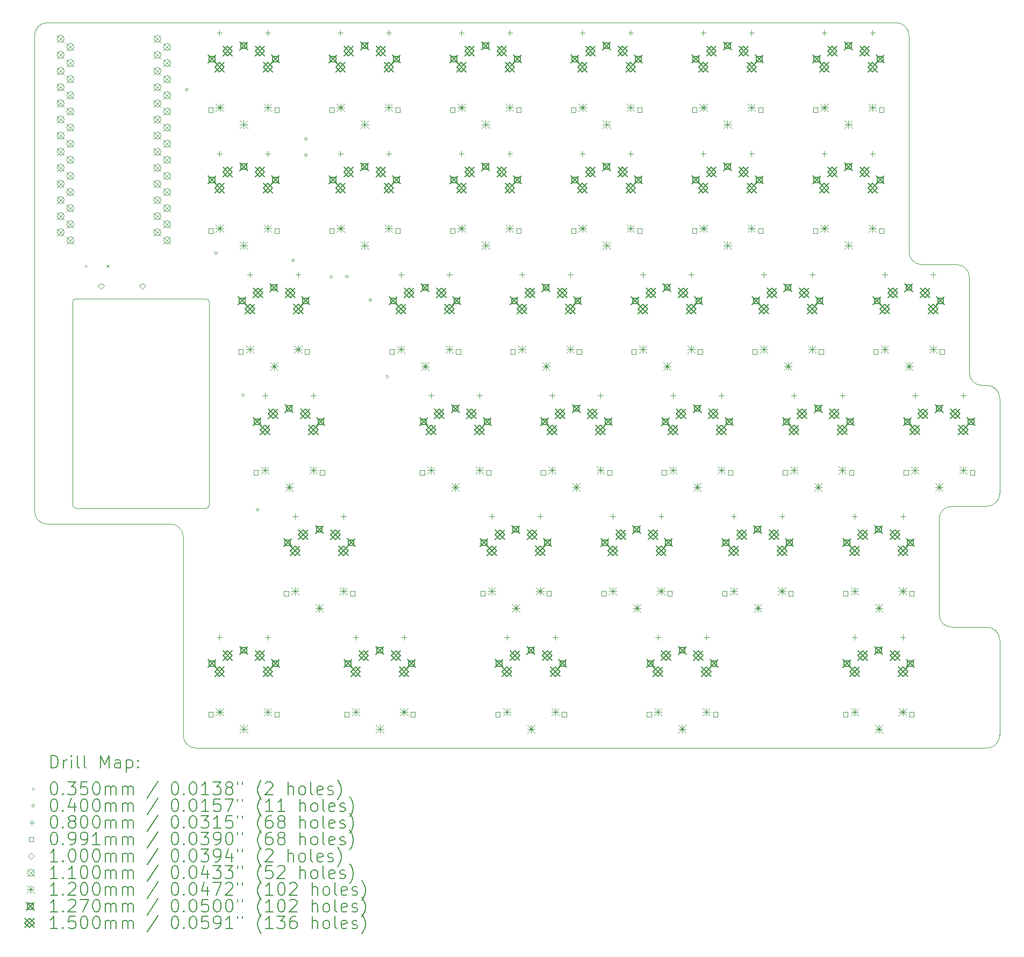
<source format=gbr>
%TF.GenerationSoftware,KiCad,Pcbnew,8.0.6*%
%TF.CreationDate,2025-05-11T12:33:25+09:00*%
%TF.ProjectId,65_split_left,36355f73-706c-4697-945f-6c6566742e6b,rev?*%
%TF.SameCoordinates,PX12f0318PYf8a778*%
%TF.FileFunction,Drillmap*%
%TF.FilePolarity,Positive*%
%FSLAX45Y45*%
G04 Gerber Fmt 4.5, Leading zero omitted, Abs format (unit mm)*
G04 Created by KiCad (PCBNEW 8.0.6) date 2025-05-11 12:33:25*
%MOMM*%
%LPD*%
G01*
G04 APERTURE LIST*
%ADD10C,0.050000*%
%ADD11C,0.120000*%
%ADD12C,0.200000*%
%ADD13C,0.100000*%
%ADD14C,0.110000*%
%ADD15C,0.127000*%
%ADD16C,0.150000*%
G04 APERTURE END LIST*
D10*
X14248650Y-7820000D02*
X14248650Y-9325000D01*
X15001150Y-5715000D02*
X14924900Y-5715000D01*
X13572400Y0D02*
G75*
G02*
X13772400Y-200000I0J-200000D01*
G01*
X2542400Y-11430000D02*
X15001150Y-11430000D01*
X15201150Y-11230000D02*
G75*
G02*
X15001150Y-11430000I-200000J0D01*
G01*
X2142400Y-7900000D02*
G75*
G02*
X2342400Y-8100000I0J-200000D01*
G01*
X2342400Y-11230000D02*
X2342400Y-8100000D01*
X14924900Y-5715000D02*
G75*
G02*
X14724900Y-5515000I0J200000D01*
G01*
X14248650Y-7820000D02*
G75*
G02*
X14448650Y-7620000I200000J0D01*
G01*
X15001150Y-5715000D02*
G75*
G02*
X15201150Y-5915000I0J-200000D01*
G01*
X200000Y-7900000D02*
X2142400Y-7900000D01*
X14448650Y-9525000D02*
G75*
G02*
X14248650Y-9325000I0J200000D01*
G01*
X15201150Y-9725000D02*
X15201150Y-11230000D01*
X13772400Y-200000D02*
X13772400Y-3610000D01*
X15001150Y-7620000D02*
X14448650Y-7620000D01*
X0Y-200000D02*
G75*
G02*
X200000Y0I200000J0D01*
G01*
X2542400Y-11430000D02*
G75*
G02*
X2342400Y-11230000I0J200000D01*
G01*
X14724900Y-4010000D02*
X14724900Y-5515000D01*
X13972400Y-3810000D02*
X14524900Y-3810000D01*
X0Y-200000D02*
X0Y-7700000D01*
X15201150Y-5915000D02*
X15201150Y-7420000D01*
X15001150Y-9525000D02*
G75*
G02*
X15201150Y-9725000I0J-200000D01*
G01*
X200000Y-7900000D02*
G75*
G02*
X0Y-7700000I0J200000D01*
G01*
X13972400Y-3810000D02*
G75*
G02*
X13772400Y-3610000I0J200000D01*
G01*
X13572400Y0D02*
X200000Y0D01*
X14448650Y-9525000D02*
X15001150Y-9525000D01*
X14524900Y-3810000D02*
G75*
G02*
X14724900Y-4010000I0J-200000D01*
G01*
X15201150Y-7420000D02*
G75*
G02*
X15001150Y-7620000I-200000J0D01*
G01*
D11*
X600000Y-7600000D02*
X600000Y-4400000D01*
X650000Y-4350000D02*
X2700000Y-4350000D01*
X2700000Y-7650000D02*
X650000Y-7650000D01*
X2750000Y-4400000D02*
X2750000Y-7600000D01*
X600000Y-4400000D02*
G75*
G02*
X650000Y-4350000I50000J0D01*
G01*
X650000Y-7650000D02*
G75*
G02*
X600000Y-7600000I0J50000D01*
G01*
X2700000Y-4350000D02*
G75*
G02*
X2750000Y-4400000I0J-50000D01*
G01*
X2750000Y-7600000D02*
G75*
G02*
X2700000Y-7650000I-50000J0D01*
G01*
D12*
D13*
X796000Y-3813000D02*
X831000Y-3848000D01*
X831000Y-3813000D02*
X796000Y-3848000D01*
X1136000Y-3813000D02*
X1171000Y-3848000D01*
X1171000Y-3813000D02*
X1136000Y-3848000D01*
X2416400Y-1054100D02*
G75*
G02*
X2376400Y-1054100I-20000J0D01*
G01*
X2376400Y-1054100D02*
G75*
G02*
X2416400Y-1054100I20000J0D01*
G01*
X2877410Y-3627900D02*
G75*
G02*
X2837410Y-3627900I-20000J0D01*
G01*
X2837410Y-3627900D02*
G75*
G02*
X2877410Y-3627900I20000J0D01*
G01*
X3304105Y-5865895D02*
G75*
G02*
X3264105Y-5865895I-20000J0D01*
G01*
X3264105Y-5865895D02*
G75*
G02*
X3304105Y-5865895I20000J0D01*
G01*
X3530800Y-7670800D02*
G75*
G02*
X3490800Y-7670800I-20000J0D01*
G01*
X3490800Y-7670800D02*
G75*
G02*
X3530800Y-7670800I20000J0D01*
G01*
X4093227Y-3745467D02*
G75*
G02*
X4053227Y-3745467I-20000J0D01*
G01*
X4053227Y-3745467D02*
G75*
G02*
X4093227Y-3745467I20000J0D01*
G01*
X4292800Y-2082800D02*
G75*
G02*
X4252800Y-2082800I-20000J0D01*
G01*
X4252800Y-2082800D02*
G75*
G02*
X4292800Y-2082800I20000J0D01*
G01*
X4294200Y-1828800D02*
G75*
G02*
X4254200Y-1828800I-20000J0D01*
G01*
X4254200Y-1828800D02*
G75*
G02*
X4294200Y-1828800I20000J0D01*
G01*
X4692661Y-4003446D02*
G75*
G02*
X4652661Y-4003446I-20000J0D01*
G01*
X4652661Y-4003446D02*
G75*
G02*
X4692661Y-4003446I20000J0D01*
G01*
X4939100Y-3999100D02*
G75*
G02*
X4899100Y-3999100I-20000J0D01*
G01*
X4899100Y-3999100D02*
G75*
G02*
X4939100Y-3999100I20000J0D01*
G01*
X5308800Y-4368800D02*
G75*
G02*
X5268800Y-4368800I-20000J0D01*
G01*
X5268800Y-4368800D02*
G75*
G02*
X5308800Y-4368800I20000J0D01*
G01*
X5573367Y-5577582D02*
G75*
G02*
X5533367Y-5577582I-20000J0D01*
G01*
X5533367Y-5577582D02*
G75*
G02*
X5573367Y-5577582I20000J0D01*
G01*
X2913900Y-117500D02*
X2913900Y-197500D01*
X2873900Y-157500D02*
X2953900Y-157500D01*
X2913900Y-2022500D02*
X2913900Y-2102500D01*
X2873900Y-2062500D02*
X2953900Y-2062500D01*
X2913900Y-9642500D02*
X2913900Y-9722500D01*
X2873900Y-9682500D02*
X2953900Y-9682500D01*
X3390150Y-3927500D02*
X3390150Y-4007500D01*
X3350150Y-3967500D02*
X3430150Y-3967500D01*
X3628275Y-5832500D02*
X3628275Y-5912500D01*
X3588275Y-5872500D02*
X3668275Y-5872500D01*
X3675900Y-117500D02*
X3675900Y-197500D01*
X3635900Y-157500D02*
X3715900Y-157500D01*
X3675900Y-2022500D02*
X3675900Y-2102500D01*
X3635900Y-2062500D02*
X3715900Y-2062500D01*
X3675900Y-9642500D02*
X3675900Y-9722500D01*
X3635900Y-9682500D02*
X3715900Y-9682500D01*
X4104525Y-7737500D02*
X4104525Y-7817500D01*
X4064525Y-7777500D02*
X4144525Y-7777500D01*
X4152150Y-3927500D02*
X4152150Y-4007500D01*
X4112150Y-3967500D02*
X4192150Y-3967500D01*
X4390275Y-5832500D02*
X4390275Y-5912500D01*
X4350275Y-5872500D02*
X4430275Y-5872500D01*
X4818900Y-117500D02*
X4818900Y-197500D01*
X4778900Y-157500D02*
X4858900Y-157500D01*
X4818900Y-2022500D02*
X4818900Y-2102500D01*
X4778900Y-2062500D02*
X4858900Y-2062500D01*
X4866525Y-7737500D02*
X4866525Y-7817500D01*
X4826525Y-7777500D02*
X4906525Y-7777500D01*
X5057025Y-9642500D02*
X5057025Y-9722500D01*
X5017025Y-9682500D02*
X5097025Y-9682500D01*
X5580900Y-117500D02*
X5580900Y-197500D01*
X5540900Y-157500D02*
X5620900Y-157500D01*
X5580900Y-2022500D02*
X5580900Y-2102500D01*
X5540900Y-2062500D02*
X5620900Y-2062500D01*
X5771400Y-3927500D02*
X5771400Y-4007500D01*
X5731400Y-3967500D02*
X5811400Y-3967500D01*
X5819025Y-9642500D02*
X5819025Y-9722500D01*
X5779025Y-9682500D02*
X5859025Y-9682500D01*
X6247650Y-5832500D02*
X6247650Y-5912500D01*
X6207650Y-5872500D02*
X6287650Y-5872500D01*
X6533400Y-3927500D02*
X6533400Y-4007500D01*
X6493400Y-3967500D02*
X6573400Y-3967500D01*
X6723900Y-117500D02*
X6723900Y-197500D01*
X6683900Y-157500D02*
X6763900Y-157500D01*
X6723900Y-2022500D02*
X6723900Y-2102500D01*
X6683900Y-2062500D02*
X6763900Y-2062500D01*
X7009650Y-5832500D02*
X7009650Y-5912500D01*
X6969650Y-5872500D02*
X7049650Y-5872500D01*
X7200150Y-7737500D02*
X7200150Y-7817500D01*
X7160150Y-7777500D02*
X7240150Y-7777500D01*
X7438275Y-9642500D02*
X7438275Y-9722500D01*
X7398275Y-9682500D02*
X7478275Y-9682500D01*
X7485900Y-117500D02*
X7485900Y-197500D01*
X7445900Y-157500D02*
X7525900Y-157500D01*
X7485900Y-2022500D02*
X7485900Y-2102500D01*
X7445900Y-2062500D02*
X7525900Y-2062500D01*
X7676400Y-3927500D02*
X7676400Y-4007500D01*
X7636400Y-3967500D02*
X7716400Y-3967500D01*
X7962150Y-7737500D02*
X7962150Y-7817500D01*
X7922150Y-7777500D02*
X8002150Y-7777500D01*
X8152650Y-5832500D02*
X8152650Y-5912500D01*
X8112650Y-5872500D02*
X8192650Y-5872500D01*
X8200275Y-9642500D02*
X8200275Y-9722500D01*
X8160275Y-9682500D02*
X8240275Y-9682500D01*
X8438400Y-3927500D02*
X8438400Y-4007500D01*
X8398400Y-3967500D02*
X8478400Y-3967500D01*
X8628900Y-117500D02*
X8628900Y-197500D01*
X8588900Y-157500D02*
X8668900Y-157500D01*
X8628900Y-2022500D02*
X8628900Y-2102500D01*
X8588900Y-2062500D02*
X8668900Y-2062500D01*
X8914650Y-5832500D02*
X8914650Y-5912500D01*
X8874650Y-5872500D02*
X8954650Y-5872500D01*
X9105150Y-7737500D02*
X9105150Y-7817500D01*
X9065150Y-7777500D02*
X9145150Y-7777500D01*
X9390900Y-117500D02*
X9390900Y-197500D01*
X9350900Y-157500D02*
X9430900Y-157500D01*
X9390900Y-2022500D02*
X9390900Y-2102500D01*
X9350900Y-2062500D02*
X9430900Y-2062500D01*
X9581400Y-3927500D02*
X9581400Y-4007500D01*
X9541400Y-3967500D02*
X9621400Y-3967500D01*
X9819525Y-9642500D02*
X9819525Y-9722500D01*
X9779525Y-9682500D02*
X9859525Y-9682500D01*
X9867150Y-7737500D02*
X9867150Y-7817500D01*
X9827150Y-7777500D02*
X9907150Y-7777500D01*
X10057650Y-5832500D02*
X10057650Y-5912500D01*
X10017650Y-5872500D02*
X10097650Y-5872500D01*
X10343400Y-3927500D02*
X10343400Y-4007500D01*
X10303400Y-3967500D02*
X10383400Y-3967500D01*
X10533900Y-117500D02*
X10533900Y-197500D01*
X10493900Y-157500D02*
X10573900Y-157500D01*
X10533900Y-2022500D02*
X10533900Y-2102500D01*
X10493900Y-2062500D02*
X10573900Y-2062500D01*
X10581525Y-9642500D02*
X10581525Y-9722500D01*
X10541525Y-9682500D02*
X10621525Y-9682500D01*
X10819650Y-5832500D02*
X10819650Y-5912500D01*
X10779650Y-5872500D02*
X10859650Y-5872500D01*
X11010150Y-7737500D02*
X11010150Y-7817500D01*
X10970150Y-7777500D02*
X11050150Y-7777500D01*
X11295900Y-117500D02*
X11295900Y-197500D01*
X11255900Y-157500D02*
X11335900Y-157500D01*
X11295900Y-2022500D02*
X11295900Y-2102500D01*
X11255900Y-2062500D02*
X11335900Y-2062500D01*
X11486400Y-3927500D02*
X11486400Y-4007500D01*
X11446400Y-3967500D02*
X11526400Y-3967500D01*
X11772150Y-7737500D02*
X11772150Y-7817500D01*
X11732150Y-7777500D02*
X11812150Y-7777500D01*
X11962650Y-5832500D02*
X11962650Y-5912500D01*
X11922650Y-5872500D02*
X12002650Y-5872500D01*
X12248400Y-3927500D02*
X12248400Y-4007500D01*
X12208400Y-3967500D02*
X12288400Y-3967500D01*
X12438900Y-117500D02*
X12438900Y-197500D01*
X12398900Y-157500D02*
X12478900Y-157500D01*
X12438900Y-2022500D02*
X12438900Y-2102500D01*
X12398900Y-2062500D02*
X12478900Y-2062500D01*
X12724650Y-5832500D02*
X12724650Y-5912500D01*
X12684650Y-5872500D02*
X12764650Y-5872500D01*
X12915150Y-7737500D02*
X12915150Y-7817500D01*
X12875150Y-7777500D02*
X12955150Y-7777500D01*
X12915150Y-9642500D02*
X12915150Y-9722500D01*
X12875150Y-9682500D02*
X12955150Y-9682500D01*
X13200900Y-117500D02*
X13200900Y-197500D01*
X13160900Y-157500D02*
X13240900Y-157500D01*
X13200900Y-2022500D02*
X13200900Y-2102500D01*
X13160900Y-2062500D02*
X13240900Y-2062500D01*
X13391400Y-3927500D02*
X13391400Y-4007500D01*
X13351400Y-3967500D02*
X13431400Y-3967500D01*
X13677150Y-7737500D02*
X13677150Y-7817500D01*
X13637150Y-7777500D02*
X13717150Y-7777500D01*
X13677150Y-9642500D02*
X13677150Y-9722500D01*
X13637150Y-9682500D02*
X13717150Y-9682500D01*
X13867650Y-5832500D02*
X13867650Y-5912500D01*
X13827650Y-5872500D02*
X13907650Y-5872500D01*
X14153400Y-3927500D02*
X14153400Y-4007500D01*
X14113400Y-3967500D02*
X14193400Y-3967500D01*
X14629650Y-5832500D02*
X14629650Y-5912500D01*
X14589650Y-5872500D02*
X14669650Y-5872500D01*
X2807923Y-1407523D02*
X2807923Y-1337477D01*
X2737877Y-1337477D01*
X2737877Y-1407523D01*
X2807923Y-1407523D01*
X2807923Y-3312523D02*
X2807923Y-3242477D01*
X2737877Y-3242477D01*
X2737877Y-3312523D01*
X2807923Y-3312523D01*
X2807923Y-10932523D02*
X2807923Y-10862477D01*
X2737877Y-10862477D01*
X2737877Y-10932523D01*
X2807923Y-10932523D01*
X3284173Y-5217523D02*
X3284173Y-5147477D01*
X3214127Y-5147477D01*
X3214127Y-5217523D01*
X3284173Y-5217523D01*
X3522298Y-7122523D02*
X3522298Y-7052477D01*
X3452252Y-7052477D01*
X3452252Y-7122523D01*
X3522298Y-7122523D01*
X3851923Y-1407523D02*
X3851923Y-1337477D01*
X3781877Y-1337477D01*
X3781877Y-1407523D01*
X3851923Y-1407523D01*
X3851923Y-3312523D02*
X3851923Y-3242477D01*
X3781877Y-3242477D01*
X3781877Y-3312523D01*
X3851923Y-3312523D01*
X3851923Y-10932523D02*
X3851923Y-10862477D01*
X3781877Y-10862477D01*
X3781877Y-10932523D01*
X3851923Y-10932523D01*
X3998548Y-9027523D02*
X3998548Y-8957477D01*
X3928502Y-8957477D01*
X3928502Y-9027523D01*
X3998548Y-9027523D01*
X4328173Y-5217523D02*
X4328173Y-5147477D01*
X4258127Y-5147477D01*
X4258127Y-5217523D01*
X4328173Y-5217523D01*
X4566298Y-7122523D02*
X4566298Y-7052477D01*
X4496252Y-7052477D01*
X4496252Y-7122523D01*
X4566298Y-7122523D01*
X4712923Y-1407523D02*
X4712923Y-1337477D01*
X4642877Y-1337477D01*
X4642877Y-1407523D01*
X4712923Y-1407523D01*
X4712923Y-3312523D02*
X4712923Y-3242477D01*
X4642877Y-3242477D01*
X4642877Y-3312523D01*
X4712923Y-3312523D01*
X4951048Y-10932523D02*
X4951048Y-10862477D01*
X4881002Y-10862477D01*
X4881002Y-10932523D01*
X4951048Y-10932523D01*
X5042548Y-9027523D02*
X5042548Y-8957477D01*
X4972502Y-8957477D01*
X4972502Y-9027523D01*
X5042548Y-9027523D01*
X5665423Y-5217523D02*
X5665423Y-5147477D01*
X5595377Y-5147477D01*
X5595377Y-5217523D01*
X5665423Y-5217523D01*
X5756923Y-1407523D02*
X5756923Y-1337477D01*
X5686877Y-1337477D01*
X5686877Y-1407523D01*
X5756923Y-1407523D01*
X5756923Y-3312523D02*
X5756923Y-3242477D01*
X5686877Y-3242477D01*
X5686877Y-3312523D01*
X5756923Y-3312523D01*
X5995048Y-10932523D02*
X5995048Y-10862477D01*
X5925002Y-10862477D01*
X5925002Y-10932523D01*
X5995048Y-10932523D01*
X6141673Y-7122523D02*
X6141673Y-7052477D01*
X6071627Y-7052477D01*
X6071627Y-7122523D01*
X6141673Y-7122523D01*
X6617923Y-1407523D02*
X6617923Y-1337477D01*
X6547877Y-1337477D01*
X6547877Y-1407523D01*
X6617923Y-1407523D01*
X6617923Y-3312523D02*
X6617923Y-3242477D01*
X6547877Y-3242477D01*
X6547877Y-3312523D01*
X6617923Y-3312523D01*
X6709423Y-5217523D02*
X6709423Y-5147477D01*
X6639377Y-5147477D01*
X6639377Y-5217523D01*
X6709423Y-5217523D01*
X7094173Y-9027523D02*
X7094173Y-8957477D01*
X7024127Y-8957477D01*
X7024127Y-9027523D01*
X7094173Y-9027523D01*
X7185673Y-7122523D02*
X7185673Y-7052477D01*
X7115627Y-7052477D01*
X7115627Y-7122523D01*
X7185673Y-7122523D01*
X7332298Y-10932523D02*
X7332298Y-10862477D01*
X7262252Y-10862477D01*
X7262252Y-10932523D01*
X7332298Y-10932523D01*
X7570423Y-5217523D02*
X7570423Y-5147477D01*
X7500377Y-5147477D01*
X7500377Y-5217523D01*
X7570423Y-5217523D01*
X7661923Y-1407523D02*
X7661923Y-1337477D01*
X7591877Y-1337477D01*
X7591877Y-1407523D01*
X7661923Y-1407523D01*
X7661923Y-3312523D02*
X7661923Y-3242477D01*
X7591877Y-3242477D01*
X7591877Y-3312523D01*
X7661923Y-3312523D01*
X8046673Y-7122523D02*
X8046673Y-7052477D01*
X7976627Y-7052477D01*
X7976627Y-7122523D01*
X8046673Y-7122523D01*
X8138173Y-9027523D02*
X8138173Y-8957477D01*
X8068127Y-8957477D01*
X8068127Y-9027523D01*
X8138173Y-9027523D01*
X8376298Y-10932523D02*
X8376298Y-10862477D01*
X8306252Y-10862477D01*
X8306252Y-10932523D01*
X8376298Y-10932523D01*
X8522923Y-1407523D02*
X8522923Y-1337477D01*
X8452877Y-1337477D01*
X8452877Y-1407523D01*
X8522923Y-1407523D01*
X8522923Y-3312523D02*
X8522923Y-3242477D01*
X8452877Y-3242477D01*
X8452877Y-3312523D01*
X8522923Y-3312523D01*
X8614423Y-5217523D02*
X8614423Y-5147477D01*
X8544377Y-5147477D01*
X8544377Y-5217523D01*
X8614423Y-5217523D01*
X8999173Y-9027523D02*
X8999173Y-8957477D01*
X8929127Y-8957477D01*
X8929127Y-9027523D01*
X8999173Y-9027523D01*
X9090673Y-7122523D02*
X9090673Y-7052477D01*
X9020627Y-7052477D01*
X9020627Y-7122523D01*
X9090673Y-7122523D01*
X9475423Y-5217523D02*
X9475423Y-5147477D01*
X9405377Y-5147477D01*
X9405377Y-5217523D01*
X9475423Y-5217523D01*
X9566923Y-1407523D02*
X9566923Y-1337477D01*
X9496877Y-1337477D01*
X9496877Y-1407523D01*
X9566923Y-1407523D01*
X9566923Y-3312523D02*
X9566923Y-3242477D01*
X9496877Y-3242477D01*
X9496877Y-3312523D01*
X9566923Y-3312523D01*
X9713548Y-10932523D02*
X9713548Y-10862477D01*
X9643502Y-10862477D01*
X9643502Y-10932523D01*
X9713548Y-10932523D01*
X9951673Y-7122523D02*
X9951673Y-7052477D01*
X9881627Y-7052477D01*
X9881627Y-7122523D01*
X9951673Y-7122523D01*
X10043173Y-9027523D02*
X10043173Y-8957477D01*
X9973127Y-8957477D01*
X9973127Y-9027523D01*
X10043173Y-9027523D01*
X10427923Y-1407523D02*
X10427923Y-1337477D01*
X10357877Y-1337477D01*
X10357877Y-1407523D01*
X10427923Y-1407523D01*
X10427923Y-3312523D02*
X10427923Y-3242477D01*
X10357877Y-3242477D01*
X10357877Y-3312523D01*
X10427923Y-3312523D01*
X10519423Y-5217523D02*
X10519423Y-5147477D01*
X10449377Y-5147477D01*
X10449377Y-5217523D01*
X10519423Y-5217523D01*
X10757548Y-10932523D02*
X10757548Y-10862477D01*
X10687502Y-10862477D01*
X10687502Y-10932523D01*
X10757548Y-10932523D01*
X10904173Y-9027523D02*
X10904173Y-8957477D01*
X10834127Y-8957477D01*
X10834127Y-9027523D01*
X10904173Y-9027523D01*
X10995673Y-7122523D02*
X10995673Y-7052477D01*
X10925627Y-7052477D01*
X10925627Y-7122523D01*
X10995673Y-7122523D01*
X11380423Y-5217523D02*
X11380423Y-5147477D01*
X11310377Y-5147477D01*
X11310377Y-5217523D01*
X11380423Y-5217523D01*
X11471923Y-1407523D02*
X11471923Y-1337477D01*
X11401877Y-1337477D01*
X11401877Y-1407523D01*
X11471923Y-1407523D01*
X11471923Y-3312523D02*
X11471923Y-3242477D01*
X11401877Y-3242477D01*
X11401877Y-3312523D01*
X11471923Y-3312523D01*
X11856673Y-7122523D02*
X11856673Y-7052477D01*
X11786627Y-7052477D01*
X11786627Y-7122523D01*
X11856673Y-7122523D01*
X11948173Y-9027523D02*
X11948173Y-8957477D01*
X11878127Y-8957477D01*
X11878127Y-9027523D01*
X11948173Y-9027523D01*
X12332923Y-1407523D02*
X12332923Y-1337477D01*
X12262877Y-1337477D01*
X12262877Y-1407523D01*
X12332923Y-1407523D01*
X12332923Y-3312523D02*
X12332923Y-3242477D01*
X12262877Y-3242477D01*
X12262877Y-3312523D01*
X12332923Y-3312523D01*
X12424423Y-5217523D02*
X12424423Y-5147477D01*
X12354377Y-5147477D01*
X12354377Y-5217523D01*
X12424423Y-5217523D01*
X12809173Y-9027523D02*
X12809173Y-8957477D01*
X12739127Y-8957477D01*
X12739127Y-9027523D01*
X12809173Y-9027523D01*
X12809173Y-10932523D02*
X12809173Y-10862477D01*
X12739127Y-10862477D01*
X12739127Y-10932523D01*
X12809173Y-10932523D01*
X12900673Y-7122523D02*
X12900673Y-7052477D01*
X12830627Y-7052477D01*
X12830627Y-7122523D01*
X12900673Y-7122523D01*
X13285423Y-5217523D02*
X13285423Y-5147477D01*
X13215377Y-5147477D01*
X13215377Y-5217523D01*
X13285423Y-5217523D01*
X13376923Y-1407523D02*
X13376923Y-1337477D01*
X13306877Y-1337477D01*
X13306877Y-1407523D01*
X13376923Y-1407523D01*
X13376923Y-3312523D02*
X13376923Y-3242477D01*
X13306877Y-3242477D01*
X13306877Y-3312523D01*
X13376923Y-3312523D01*
X13761673Y-7122523D02*
X13761673Y-7052477D01*
X13691627Y-7052477D01*
X13691627Y-7122523D01*
X13761673Y-7122523D01*
X13853173Y-9027523D02*
X13853173Y-8957477D01*
X13783127Y-8957477D01*
X13783127Y-9027523D01*
X13853173Y-9027523D01*
X13853173Y-10932523D02*
X13853173Y-10862477D01*
X13783127Y-10862477D01*
X13783127Y-10932523D01*
X13853173Y-10932523D01*
X14329423Y-5217523D02*
X14329423Y-5147477D01*
X14259377Y-5147477D01*
X14259377Y-5217523D01*
X14329423Y-5217523D01*
X14805673Y-7122523D02*
X14805673Y-7052477D01*
X14735627Y-7052477D01*
X14735627Y-7122523D01*
X14805673Y-7122523D01*
X1050000Y-4200000D02*
X1100000Y-4150000D01*
X1050000Y-4100000D01*
X1000000Y-4150000D01*
X1050000Y-4200000D01*
X1700000Y-4200000D02*
X1750000Y-4150000D01*
X1700000Y-4100000D01*
X1650000Y-4150000D01*
X1700000Y-4200000D01*
D14*
X357000Y-199000D02*
X467000Y-309000D01*
X467000Y-199000D02*
X357000Y-309000D01*
X467000Y-254000D02*
G75*
G02*
X357000Y-254000I-55000J0D01*
G01*
X357000Y-254000D02*
G75*
G02*
X467000Y-254000I55000J0D01*
G01*
X357000Y-453000D02*
X467000Y-563000D01*
X467000Y-453000D02*
X357000Y-563000D01*
X467000Y-508000D02*
G75*
G02*
X357000Y-508000I-55000J0D01*
G01*
X357000Y-508000D02*
G75*
G02*
X467000Y-508000I55000J0D01*
G01*
X357000Y-707000D02*
X467000Y-817000D01*
X467000Y-707000D02*
X357000Y-817000D01*
X467000Y-762000D02*
G75*
G02*
X357000Y-762000I-55000J0D01*
G01*
X357000Y-762000D02*
G75*
G02*
X467000Y-762000I55000J0D01*
G01*
X357000Y-961000D02*
X467000Y-1071000D01*
X467000Y-961000D02*
X357000Y-1071000D01*
X467000Y-1016000D02*
G75*
G02*
X357000Y-1016000I-55000J0D01*
G01*
X357000Y-1016000D02*
G75*
G02*
X467000Y-1016000I55000J0D01*
G01*
X357000Y-1215000D02*
X467000Y-1325000D01*
X467000Y-1215000D02*
X357000Y-1325000D01*
X467000Y-1270000D02*
G75*
G02*
X357000Y-1270000I-55000J0D01*
G01*
X357000Y-1270000D02*
G75*
G02*
X467000Y-1270000I55000J0D01*
G01*
X357000Y-1469000D02*
X467000Y-1579000D01*
X467000Y-1469000D02*
X357000Y-1579000D01*
X467000Y-1524000D02*
G75*
G02*
X357000Y-1524000I-55000J0D01*
G01*
X357000Y-1524000D02*
G75*
G02*
X467000Y-1524000I55000J0D01*
G01*
X357000Y-1723000D02*
X467000Y-1833000D01*
X467000Y-1723000D02*
X357000Y-1833000D01*
X467000Y-1778000D02*
G75*
G02*
X357000Y-1778000I-55000J0D01*
G01*
X357000Y-1778000D02*
G75*
G02*
X467000Y-1778000I55000J0D01*
G01*
X357000Y-1977000D02*
X467000Y-2087000D01*
X467000Y-1977000D02*
X357000Y-2087000D01*
X467000Y-2032000D02*
G75*
G02*
X357000Y-2032000I-55000J0D01*
G01*
X357000Y-2032000D02*
G75*
G02*
X467000Y-2032000I55000J0D01*
G01*
X357000Y-2231000D02*
X467000Y-2341000D01*
X467000Y-2231000D02*
X357000Y-2341000D01*
X467000Y-2286000D02*
G75*
G02*
X357000Y-2286000I-55000J0D01*
G01*
X357000Y-2286000D02*
G75*
G02*
X467000Y-2286000I55000J0D01*
G01*
X357000Y-2485000D02*
X467000Y-2595000D01*
X467000Y-2485000D02*
X357000Y-2595000D01*
X467000Y-2540000D02*
G75*
G02*
X357000Y-2540000I-55000J0D01*
G01*
X357000Y-2540000D02*
G75*
G02*
X467000Y-2540000I55000J0D01*
G01*
X357000Y-2739000D02*
X467000Y-2849000D01*
X467000Y-2739000D02*
X357000Y-2849000D01*
X467000Y-2794000D02*
G75*
G02*
X357000Y-2794000I-55000J0D01*
G01*
X357000Y-2794000D02*
G75*
G02*
X467000Y-2794000I55000J0D01*
G01*
X357000Y-2993000D02*
X467000Y-3103000D01*
X467000Y-2993000D02*
X357000Y-3103000D01*
X467000Y-3048000D02*
G75*
G02*
X357000Y-3048000I-55000J0D01*
G01*
X357000Y-3048000D02*
G75*
G02*
X467000Y-3048000I55000J0D01*
G01*
X357000Y-3247000D02*
X467000Y-3357000D01*
X467000Y-3247000D02*
X357000Y-3357000D01*
X467000Y-3302000D02*
G75*
G02*
X357000Y-3302000I-55000J0D01*
G01*
X357000Y-3302000D02*
G75*
G02*
X467000Y-3302000I55000J0D01*
G01*
X509400Y-326000D02*
X619400Y-436000D01*
X619400Y-326000D02*
X509400Y-436000D01*
X619400Y-381000D02*
G75*
G02*
X509400Y-381000I-55000J0D01*
G01*
X509400Y-381000D02*
G75*
G02*
X619400Y-381000I55000J0D01*
G01*
X509400Y-580000D02*
X619400Y-690000D01*
X619400Y-580000D02*
X509400Y-690000D01*
X619400Y-635000D02*
G75*
G02*
X509400Y-635000I-55000J0D01*
G01*
X509400Y-635000D02*
G75*
G02*
X619400Y-635000I55000J0D01*
G01*
X509400Y-834000D02*
X619400Y-944000D01*
X619400Y-834000D02*
X509400Y-944000D01*
X619400Y-889000D02*
G75*
G02*
X509400Y-889000I-55000J0D01*
G01*
X509400Y-889000D02*
G75*
G02*
X619400Y-889000I55000J0D01*
G01*
X509400Y-1088000D02*
X619400Y-1198000D01*
X619400Y-1088000D02*
X509400Y-1198000D01*
X619400Y-1143000D02*
G75*
G02*
X509400Y-1143000I-55000J0D01*
G01*
X509400Y-1143000D02*
G75*
G02*
X619400Y-1143000I55000J0D01*
G01*
X509400Y-1342000D02*
X619400Y-1452000D01*
X619400Y-1342000D02*
X509400Y-1452000D01*
X619400Y-1397000D02*
G75*
G02*
X509400Y-1397000I-55000J0D01*
G01*
X509400Y-1397000D02*
G75*
G02*
X619400Y-1397000I55000J0D01*
G01*
X509400Y-1596000D02*
X619400Y-1706000D01*
X619400Y-1596000D02*
X509400Y-1706000D01*
X619400Y-1651000D02*
G75*
G02*
X509400Y-1651000I-55000J0D01*
G01*
X509400Y-1651000D02*
G75*
G02*
X619400Y-1651000I55000J0D01*
G01*
X509400Y-1850000D02*
X619400Y-1960000D01*
X619400Y-1850000D02*
X509400Y-1960000D01*
X619400Y-1905000D02*
G75*
G02*
X509400Y-1905000I-55000J0D01*
G01*
X509400Y-1905000D02*
G75*
G02*
X619400Y-1905000I55000J0D01*
G01*
X509400Y-2104000D02*
X619400Y-2214000D01*
X619400Y-2104000D02*
X509400Y-2214000D01*
X619400Y-2159000D02*
G75*
G02*
X509400Y-2159000I-55000J0D01*
G01*
X509400Y-2159000D02*
G75*
G02*
X619400Y-2159000I55000J0D01*
G01*
X509400Y-2358000D02*
X619400Y-2468000D01*
X619400Y-2358000D02*
X509400Y-2468000D01*
X619400Y-2413000D02*
G75*
G02*
X509400Y-2413000I-55000J0D01*
G01*
X509400Y-2413000D02*
G75*
G02*
X619400Y-2413000I55000J0D01*
G01*
X509400Y-2612000D02*
X619400Y-2722000D01*
X619400Y-2612000D02*
X509400Y-2722000D01*
X619400Y-2667000D02*
G75*
G02*
X509400Y-2667000I-55000J0D01*
G01*
X509400Y-2667000D02*
G75*
G02*
X619400Y-2667000I55000J0D01*
G01*
X509400Y-2866000D02*
X619400Y-2976000D01*
X619400Y-2866000D02*
X509400Y-2976000D01*
X619400Y-2921000D02*
G75*
G02*
X509400Y-2921000I-55000J0D01*
G01*
X509400Y-2921000D02*
G75*
G02*
X619400Y-2921000I55000J0D01*
G01*
X509400Y-3120000D02*
X619400Y-3230000D01*
X619400Y-3120000D02*
X509400Y-3230000D01*
X619400Y-3175000D02*
G75*
G02*
X509400Y-3175000I-55000J0D01*
G01*
X509400Y-3175000D02*
G75*
G02*
X619400Y-3175000I55000J0D01*
G01*
X509400Y-3374000D02*
X619400Y-3484000D01*
X619400Y-3374000D02*
X509400Y-3484000D01*
X619400Y-3429000D02*
G75*
G02*
X509400Y-3429000I-55000J0D01*
G01*
X509400Y-3429000D02*
G75*
G02*
X619400Y-3429000I55000J0D01*
G01*
X1881000Y-199000D02*
X1991000Y-309000D01*
X1991000Y-199000D02*
X1881000Y-309000D01*
X1991000Y-254000D02*
G75*
G02*
X1881000Y-254000I-55000J0D01*
G01*
X1881000Y-254000D02*
G75*
G02*
X1991000Y-254000I55000J0D01*
G01*
X1881000Y-453000D02*
X1991000Y-563000D01*
X1991000Y-453000D02*
X1881000Y-563000D01*
X1991000Y-508000D02*
G75*
G02*
X1881000Y-508000I-55000J0D01*
G01*
X1881000Y-508000D02*
G75*
G02*
X1991000Y-508000I55000J0D01*
G01*
X1881000Y-707000D02*
X1991000Y-817000D01*
X1991000Y-707000D02*
X1881000Y-817000D01*
X1991000Y-762000D02*
G75*
G02*
X1881000Y-762000I-55000J0D01*
G01*
X1881000Y-762000D02*
G75*
G02*
X1991000Y-762000I55000J0D01*
G01*
X1881000Y-961000D02*
X1991000Y-1071000D01*
X1991000Y-961000D02*
X1881000Y-1071000D01*
X1991000Y-1016000D02*
G75*
G02*
X1881000Y-1016000I-55000J0D01*
G01*
X1881000Y-1016000D02*
G75*
G02*
X1991000Y-1016000I55000J0D01*
G01*
X1881000Y-1215000D02*
X1991000Y-1325000D01*
X1991000Y-1215000D02*
X1881000Y-1325000D01*
X1991000Y-1270000D02*
G75*
G02*
X1881000Y-1270000I-55000J0D01*
G01*
X1881000Y-1270000D02*
G75*
G02*
X1991000Y-1270000I55000J0D01*
G01*
X1881000Y-1469000D02*
X1991000Y-1579000D01*
X1991000Y-1469000D02*
X1881000Y-1579000D01*
X1991000Y-1524000D02*
G75*
G02*
X1881000Y-1524000I-55000J0D01*
G01*
X1881000Y-1524000D02*
G75*
G02*
X1991000Y-1524000I55000J0D01*
G01*
X1881000Y-1723000D02*
X1991000Y-1833000D01*
X1991000Y-1723000D02*
X1881000Y-1833000D01*
X1991000Y-1778000D02*
G75*
G02*
X1881000Y-1778000I-55000J0D01*
G01*
X1881000Y-1778000D02*
G75*
G02*
X1991000Y-1778000I55000J0D01*
G01*
X1881000Y-1977000D02*
X1991000Y-2087000D01*
X1991000Y-1977000D02*
X1881000Y-2087000D01*
X1991000Y-2032000D02*
G75*
G02*
X1881000Y-2032000I-55000J0D01*
G01*
X1881000Y-2032000D02*
G75*
G02*
X1991000Y-2032000I55000J0D01*
G01*
X1881000Y-2231000D02*
X1991000Y-2341000D01*
X1991000Y-2231000D02*
X1881000Y-2341000D01*
X1991000Y-2286000D02*
G75*
G02*
X1881000Y-2286000I-55000J0D01*
G01*
X1881000Y-2286000D02*
G75*
G02*
X1991000Y-2286000I55000J0D01*
G01*
X1881000Y-2485000D02*
X1991000Y-2595000D01*
X1991000Y-2485000D02*
X1881000Y-2595000D01*
X1991000Y-2540000D02*
G75*
G02*
X1881000Y-2540000I-55000J0D01*
G01*
X1881000Y-2540000D02*
G75*
G02*
X1991000Y-2540000I55000J0D01*
G01*
X1881000Y-2739000D02*
X1991000Y-2849000D01*
X1991000Y-2739000D02*
X1881000Y-2849000D01*
X1991000Y-2794000D02*
G75*
G02*
X1881000Y-2794000I-55000J0D01*
G01*
X1881000Y-2794000D02*
G75*
G02*
X1991000Y-2794000I55000J0D01*
G01*
X1881000Y-2993000D02*
X1991000Y-3103000D01*
X1991000Y-2993000D02*
X1881000Y-3103000D01*
X1991000Y-3048000D02*
G75*
G02*
X1881000Y-3048000I-55000J0D01*
G01*
X1881000Y-3048000D02*
G75*
G02*
X1991000Y-3048000I55000J0D01*
G01*
X1881000Y-3247000D02*
X1991000Y-3357000D01*
X1991000Y-3247000D02*
X1881000Y-3357000D01*
X1991000Y-3302000D02*
G75*
G02*
X1881000Y-3302000I-55000J0D01*
G01*
X1881000Y-3302000D02*
G75*
G02*
X1991000Y-3302000I55000J0D01*
G01*
X2033400Y-326000D02*
X2143400Y-436000D01*
X2143400Y-326000D02*
X2033400Y-436000D01*
X2143400Y-381000D02*
G75*
G02*
X2033400Y-381000I-55000J0D01*
G01*
X2033400Y-381000D02*
G75*
G02*
X2143400Y-381000I55000J0D01*
G01*
X2033400Y-580000D02*
X2143400Y-690000D01*
X2143400Y-580000D02*
X2033400Y-690000D01*
X2143400Y-635000D02*
G75*
G02*
X2033400Y-635000I-55000J0D01*
G01*
X2033400Y-635000D02*
G75*
G02*
X2143400Y-635000I55000J0D01*
G01*
X2033400Y-834000D02*
X2143400Y-944000D01*
X2143400Y-834000D02*
X2033400Y-944000D01*
X2143400Y-889000D02*
G75*
G02*
X2033400Y-889000I-55000J0D01*
G01*
X2033400Y-889000D02*
G75*
G02*
X2143400Y-889000I55000J0D01*
G01*
X2033400Y-1088000D02*
X2143400Y-1198000D01*
X2143400Y-1088000D02*
X2033400Y-1198000D01*
X2143400Y-1143000D02*
G75*
G02*
X2033400Y-1143000I-55000J0D01*
G01*
X2033400Y-1143000D02*
G75*
G02*
X2143400Y-1143000I55000J0D01*
G01*
X2033400Y-1342000D02*
X2143400Y-1452000D01*
X2143400Y-1342000D02*
X2033400Y-1452000D01*
X2143400Y-1397000D02*
G75*
G02*
X2033400Y-1397000I-55000J0D01*
G01*
X2033400Y-1397000D02*
G75*
G02*
X2143400Y-1397000I55000J0D01*
G01*
X2033400Y-1596000D02*
X2143400Y-1706000D01*
X2143400Y-1596000D02*
X2033400Y-1706000D01*
X2143400Y-1651000D02*
G75*
G02*
X2033400Y-1651000I-55000J0D01*
G01*
X2033400Y-1651000D02*
G75*
G02*
X2143400Y-1651000I55000J0D01*
G01*
X2033400Y-1850000D02*
X2143400Y-1960000D01*
X2143400Y-1850000D02*
X2033400Y-1960000D01*
X2143400Y-1905000D02*
G75*
G02*
X2033400Y-1905000I-55000J0D01*
G01*
X2033400Y-1905000D02*
G75*
G02*
X2143400Y-1905000I55000J0D01*
G01*
X2033400Y-2104000D02*
X2143400Y-2214000D01*
X2143400Y-2104000D02*
X2033400Y-2214000D01*
X2143400Y-2159000D02*
G75*
G02*
X2033400Y-2159000I-55000J0D01*
G01*
X2033400Y-2159000D02*
G75*
G02*
X2143400Y-2159000I55000J0D01*
G01*
X2033400Y-2358000D02*
X2143400Y-2468000D01*
X2143400Y-2358000D02*
X2033400Y-2468000D01*
X2143400Y-2413000D02*
G75*
G02*
X2033400Y-2413000I-55000J0D01*
G01*
X2033400Y-2413000D02*
G75*
G02*
X2143400Y-2413000I55000J0D01*
G01*
X2033400Y-2612000D02*
X2143400Y-2722000D01*
X2143400Y-2612000D02*
X2033400Y-2722000D01*
X2143400Y-2667000D02*
G75*
G02*
X2033400Y-2667000I-55000J0D01*
G01*
X2033400Y-2667000D02*
G75*
G02*
X2143400Y-2667000I55000J0D01*
G01*
X2033400Y-2866000D02*
X2143400Y-2976000D01*
X2143400Y-2866000D02*
X2033400Y-2976000D01*
X2143400Y-2921000D02*
G75*
G02*
X2033400Y-2921000I-55000J0D01*
G01*
X2033400Y-2921000D02*
G75*
G02*
X2143400Y-2921000I55000J0D01*
G01*
X2033400Y-3120000D02*
X2143400Y-3230000D01*
X2143400Y-3120000D02*
X2033400Y-3230000D01*
X2143400Y-3175000D02*
G75*
G02*
X2033400Y-3175000I-55000J0D01*
G01*
X2033400Y-3175000D02*
G75*
G02*
X2143400Y-3175000I55000J0D01*
G01*
X2033400Y-3374000D02*
X2143400Y-3484000D01*
X2143400Y-3374000D02*
X2033400Y-3484000D01*
X2143400Y-3429000D02*
G75*
G02*
X2033400Y-3429000I-55000J0D01*
G01*
X2033400Y-3429000D02*
G75*
G02*
X2143400Y-3429000I55000J0D01*
G01*
D11*
X2854900Y-1272500D02*
X2974900Y-1392500D01*
X2974900Y-1272500D02*
X2854900Y-1392500D01*
X2914900Y-1272500D02*
X2914900Y-1392500D01*
X2854900Y-1332500D02*
X2974900Y-1332500D01*
X2854900Y-3177500D02*
X2974900Y-3297500D01*
X2974900Y-3177500D02*
X2854900Y-3297500D01*
X2914900Y-3177500D02*
X2914900Y-3297500D01*
X2854900Y-3237500D02*
X2974900Y-3237500D01*
X2854900Y-10797500D02*
X2974900Y-10917500D01*
X2974900Y-10797500D02*
X2854900Y-10917500D01*
X2914900Y-10797500D02*
X2914900Y-10917500D01*
X2854900Y-10857500D02*
X2974900Y-10857500D01*
X3234900Y-1542500D02*
X3354900Y-1662500D01*
X3354900Y-1542500D02*
X3234900Y-1662500D01*
X3294900Y-1542500D02*
X3294900Y-1662500D01*
X3234900Y-1602500D02*
X3354900Y-1602500D01*
X3234900Y-3447500D02*
X3354900Y-3567500D01*
X3354900Y-3447500D02*
X3234900Y-3567500D01*
X3294900Y-3447500D02*
X3294900Y-3567500D01*
X3234900Y-3507500D02*
X3354900Y-3507500D01*
X3234900Y-11067500D02*
X3354900Y-11187500D01*
X3354900Y-11067500D02*
X3234900Y-11187500D01*
X3294900Y-11067500D02*
X3294900Y-11187500D01*
X3234900Y-11127500D02*
X3354900Y-11127500D01*
X3331150Y-5082500D02*
X3451150Y-5202500D01*
X3451150Y-5082500D02*
X3331150Y-5202500D01*
X3391150Y-5082500D02*
X3391150Y-5202500D01*
X3331150Y-5142500D02*
X3451150Y-5142500D01*
X3569275Y-6987500D02*
X3689275Y-7107500D01*
X3689275Y-6987500D02*
X3569275Y-7107500D01*
X3629275Y-6987500D02*
X3629275Y-7107500D01*
X3569275Y-7047500D02*
X3689275Y-7047500D01*
X3614900Y-1272500D02*
X3734900Y-1392500D01*
X3734900Y-1272500D02*
X3614900Y-1392500D01*
X3674900Y-1272500D02*
X3674900Y-1392500D01*
X3614900Y-1332500D02*
X3734900Y-1332500D01*
X3614900Y-3177500D02*
X3734900Y-3297500D01*
X3734900Y-3177500D02*
X3614900Y-3297500D01*
X3674900Y-3177500D02*
X3674900Y-3297500D01*
X3614900Y-3237500D02*
X3734900Y-3237500D01*
X3614900Y-10797500D02*
X3734900Y-10917500D01*
X3734900Y-10797500D02*
X3614900Y-10917500D01*
X3674900Y-10797500D02*
X3674900Y-10917500D01*
X3614900Y-10857500D02*
X3734900Y-10857500D01*
X3711150Y-5352500D02*
X3831150Y-5472500D01*
X3831150Y-5352500D02*
X3711150Y-5472500D01*
X3771150Y-5352500D02*
X3771150Y-5472500D01*
X3711150Y-5412500D02*
X3831150Y-5412500D01*
X3949275Y-7257500D02*
X4069275Y-7377500D01*
X4069275Y-7257500D02*
X3949275Y-7377500D01*
X4009275Y-7257500D02*
X4009275Y-7377500D01*
X3949275Y-7317500D02*
X4069275Y-7317500D01*
X4045525Y-8892500D02*
X4165525Y-9012500D01*
X4165525Y-8892500D02*
X4045525Y-9012500D01*
X4105525Y-8892500D02*
X4105525Y-9012500D01*
X4045525Y-8952500D02*
X4165525Y-8952500D01*
X4091150Y-5082500D02*
X4211150Y-5202500D01*
X4211150Y-5082500D02*
X4091150Y-5202500D01*
X4151150Y-5082500D02*
X4151150Y-5202500D01*
X4091150Y-5142500D02*
X4211150Y-5142500D01*
X4329275Y-6987500D02*
X4449275Y-7107500D01*
X4449275Y-6987500D02*
X4329275Y-7107500D01*
X4389275Y-6987500D02*
X4389275Y-7107500D01*
X4329275Y-7047500D02*
X4449275Y-7047500D01*
X4425525Y-9162500D02*
X4545525Y-9282500D01*
X4545525Y-9162500D02*
X4425525Y-9282500D01*
X4485525Y-9162500D02*
X4485525Y-9282500D01*
X4425525Y-9222500D02*
X4545525Y-9222500D01*
X4759900Y-1272500D02*
X4879900Y-1392500D01*
X4879900Y-1272500D02*
X4759900Y-1392500D01*
X4819900Y-1272500D02*
X4819900Y-1392500D01*
X4759900Y-1332500D02*
X4879900Y-1332500D01*
X4759900Y-3177500D02*
X4879900Y-3297500D01*
X4879900Y-3177500D02*
X4759900Y-3297500D01*
X4819900Y-3177500D02*
X4819900Y-3297500D01*
X4759900Y-3237500D02*
X4879900Y-3237500D01*
X4805525Y-8892500D02*
X4925525Y-9012500D01*
X4925525Y-8892500D02*
X4805525Y-9012500D01*
X4865525Y-8892500D02*
X4865525Y-9012500D01*
X4805525Y-8952500D02*
X4925525Y-8952500D01*
X4998025Y-10797500D02*
X5118025Y-10917500D01*
X5118025Y-10797500D02*
X4998025Y-10917500D01*
X5058025Y-10797500D02*
X5058025Y-10917500D01*
X4998025Y-10857500D02*
X5118025Y-10857500D01*
X5139900Y-1542500D02*
X5259900Y-1662500D01*
X5259900Y-1542500D02*
X5139900Y-1662500D01*
X5199900Y-1542500D02*
X5199900Y-1662500D01*
X5139900Y-1602500D02*
X5259900Y-1602500D01*
X5139900Y-3447500D02*
X5259900Y-3567500D01*
X5259900Y-3447500D02*
X5139900Y-3567500D01*
X5199900Y-3447500D02*
X5199900Y-3567500D01*
X5139900Y-3507500D02*
X5259900Y-3507500D01*
X5378025Y-11067500D02*
X5498025Y-11187500D01*
X5498025Y-11067500D02*
X5378025Y-11187500D01*
X5438025Y-11067500D02*
X5438025Y-11187500D01*
X5378025Y-11127500D02*
X5498025Y-11127500D01*
X5519900Y-1272500D02*
X5639900Y-1392500D01*
X5639900Y-1272500D02*
X5519900Y-1392500D01*
X5579900Y-1272500D02*
X5579900Y-1392500D01*
X5519900Y-1332500D02*
X5639900Y-1332500D01*
X5519900Y-3177500D02*
X5639900Y-3297500D01*
X5639900Y-3177500D02*
X5519900Y-3297500D01*
X5579900Y-3177500D02*
X5579900Y-3297500D01*
X5519900Y-3237500D02*
X5639900Y-3237500D01*
X5712400Y-5082500D02*
X5832400Y-5202500D01*
X5832400Y-5082500D02*
X5712400Y-5202500D01*
X5772400Y-5082500D02*
X5772400Y-5202500D01*
X5712400Y-5142500D02*
X5832400Y-5142500D01*
X5758025Y-10797500D02*
X5878025Y-10917500D01*
X5878025Y-10797500D02*
X5758025Y-10917500D01*
X5818025Y-10797500D02*
X5818025Y-10917500D01*
X5758025Y-10857500D02*
X5878025Y-10857500D01*
X6092400Y-5352500D02*
X6212400Y-5472500D01*
X6212400Y-5352500D02*
X6092400Y-5472500D01*
X6152400Y-5352500D02*
X6152400Y-5472500D01*
X6092400Y-5412500D02*
X6212400Y-5412500D01*
X6188650Y-6987500D02*
X6308650Y-7107500D01*
X6308650Y-6987500D02*
X6188650Y-7107500D01*
X6248650Y-6987500D02*
X6248650Y-7107500D01*
X6188650Y-7047500D02*
X6308650Y-7047500D01*
X6472400Y-5082500D02*
X6592400Y-5202500D01*
X6592400Y-5082500D02*
X6472400Y-5202500D01*
X6532400Y-5082500D02*
X6532400Y-5202500D01*
X6472400Y-5142500D02*
X6592400Y-5142500D01*
X6568650Y-7257500D02*
X6688650Y-7377500D01*
X6688650Y-7257500D02*
X6568650Y-7377500D01*
X6628650Y-7257500D02*
X6628650Y-7377500D01*
X6568650Y-7317500D02*
X6688650Y-7317500D01*
X6664900Y-1272500D02*
X6784900Y-1392500D01*
X6784900Y-1272500D02*
X6664900Y-1392500D01*
X6724900Y-1272500D02*
X6724900Y-1392500D01*
X6664900Y-1332500D02*
X6784900Y-1332500D01*
X6664900Y-3177500D02*
X6784900Y-3297500D01*
X6784900Y-3177500D02*
X6664900Y-3297500D01*
X6724900Y-3177500D02*
X6724900Y-3297500D01*
X6664900Y-3237500D02*
X6784900Y-3237500D01*
X6948650Y-6987500D02*
X7068650Y-7107500D01*
X7068650Y-6987500D02*
X6948650Y-7107500D01*
X7008650Y-6987500D02*
X7008650Y-7107500D01*
X6948650Y-7047500D02*
X7068650Y-7047500D01*
X7044900Y-1542500D02*
X7164900Y-1662500D01*
X7164900Y-1542500D02*
X7044900Y-1662500D01*
X7104900Y-1542500D02*
X7104900Y-1662500D01*
X7044900Y-1602500D02*
X7164900Y-1602500D01*
X7044900Y-3447500D02*
X7164900Y-3567500D01*
X7164900Y-3447500D02*
X7044900Y-3567500D01*
X7104900Y-3447500D02*
X7104900Y-3567500D01*
X7044900Y-3507500D02*
X7164900Y-3507500D01*
X7141150Y-8892500D02*
X7261150Y-9012500D01*
X7261150Y-8892500D02*
X7141150Y-9012500D01*
X7201150Y-8892500D02*
X7201150Y-9012500D01*
X7141150Y-8952500D02*
X7261150Y-8952500D01*
X7379275Y-10797500D02*
X7499275Y-10917500D01*
X7499275Y-10797500D02*
X7379275Y-10917500D01*
X7439275Y-10797500D02*
X7439275Y-10917500D01*
X7379275Y-10857500D02*
X7499275Y-10857500D01*
X7424900Y-1272500D02*
X7544900Y-1392500D01*
X7544900Y-1272500D02*
X7424900Y-1392500D01*
X7484900Y-1272500D02*
X7484900Y-1392500D01*
X7424900Y-1332500D02*
X7544900Y-1332500D01*
X7424900Y-3177500D02*
X7544900Y-3297500D01*
X7544900Y-3177500D02*
X7424900Y-3297500D01*
X7484900Y-3177500D02*
X7484900Y-3297500D01*
X7424900Y-3237500D02*
X7544900Y-3237500D01*
X7521150Y-9162500D02*
X7641150Y-9282500D01*
X7641150Y-9162500D02*
X7521150Y-9282500D01*
X7581150Y-9162500D02*
X7581150Y-9282500D01*
X7521150Y-9222500D02*
X7641150Y-9222500D01*
X7617400Y-5082500D02*
X7737400Y-5202500D01*
X7737400Y-5082500D02*
X7617400Y-5202500D01*
X7677400Y-5082500D02*
X7677400Y-5202500D01*
X7617400Y-5142500D02*
X7737400Y-5142500D01*
X7759275Y-11067500D02*
X7879275Y-11187500D01*
X7879275Y-11067500D02*
X7759275Y-11187500D01*
X7819275Y-11067500D02*
X7819275Y-11187500D01*
X7759275Y-11127500D02*
X7879275Y-11127500D01*
X7901150Y-8892500D02*
X8021150Y-9012500D01*
X8021150Y-8892500D02*
X7901150Y-9012500D01*
X7961150Y-8892500D02*
X7961150Y-9012500D01*
X7901150Y-8952500D02*
X8021150Y-8952500D01*
X7997400Y-5352500D02*
X8117400Y-5472500D01*
X8117400Y-5352500D02*
X7997400Y-5472500D01*
X8057400Y-5352500D02*
X8057400Y-5472500D01*
X7997400Y-5412500D02*
X8117400Y-5412500D01*
X8093650Y-6987500D02*
X8213650Y-7107500D01*
X8213650Y-6987500D02*
X8093650Y-7107500D01*
X8153650Y-6987500D02*
X8153650Y-7107500D01*
X8093650Y-7047500D02*
X8213650Y-7047500D01*
X8139275Y-10797500D02*
X8259275Y-10917500D01*
X8259275Y-10797500D02*
X8139275Y-10917500D01*
X8199275Y-10797500D02*
X8199275Y-10917500D01*
X8139275Y-10857500D02*
X8259275Y-10857500D01*
X8377400Y-5082500D02*
X8497400Y-5202500D01*
X8497400Y-5082500D02*
X8377400Y-5202500D01*
X8437400Y-5082500D02*
X8437400Y-5202500D01*
X8377400Y-5142500D02*
X8497400Y-5142500D01*
X8473650Y-7257500D02*
X8593650Y-7377500D01*
X8593650Y-7257500D02*
X8473650Y-7377500D01*
X8533650Y-7257500D02*
X8533650Y-7377500D01*
X8473650Y-7317500D02*
X8593650Y-7317500D01*
X8569900Y-1272500D02*
X8689900Y-1392500D01*
X8689900Y-1272500D02*
X8569900Y-1392500D01*
X8629900Y-1272500D02*
X8629900Y-1392500D01*
X8569900Y-1332500D02*
X8689900Y-1332500D01*
X8569900Y-3177500D02*
X8689900Y-3297500D01*
X8689900Y-3177500D02*
X8569900Y-3297500D01*
X8629900Y-3177500D02*
X8629900Y-3297500D01*
X8569900Y-3237500D02*
X8689900Y-3237500D01*
X8853650Y-6987500D02*
X8973650Y-7107500D01*
X8973650Y-6987500D02*
X8853650Y-7107500D01*
X8913650Y-6987500D02*
X8913650Y-7107500D01*
X8853650Y-7047500D02*
X8973650Y-7047500D01*
X8949900Y-1542500D02*
X9069900Y-1662500D01*
X9069900Y-1542500D02*
X8949900Y-1662500D01*
X9009900Y-1542500D02*
X9009900Y-1662500D01*
X8949900Y-1602500D02*
X9069900Y-1602500D01*
X8949900Y-3447500D02*
X9069900Y-3567500D01*
X9069900Y-3447500D02*
X8949900Y-3567500D01*
X9009900Y-3447500D02*
X9009900Y-3567500D01*
X8949900Y-3507500D02*
X9069900Y-3507500D01*
X9046150Y-8892500D02*
X9166150Y-9012500D01*
X9166150Y-8892500D02*
X9046150Y-9012500D01*
X9106150Y-8892500D02*
X9106150Y-9012500D01*
X9046150Y-8952500D02*
X9166150Y-8952500D01*
X9329900Y-1272500D02*
X9449900Y-1392500D01*
X9449900Y-1272500D02*
X9329900Y-1392500D01*
X9389900Y-1272500D02*
X9389900Y-1392500D01*
X9329900Y-1332500D02*
X9449900Y-1332500D01*
X9329900Y-3177500D02*
X9449900Y-3297500D01*
X9449900Y-3177500D02*
X9329900Y-3297500D01*
X9389900Y-3177500D02*
X9389900Y-3297500D01*
X9329900Y-3237500D02*
X9449900Y-3237500D01*
X9426150Y-9162500D02*
X9546150Y-9282500D01*
X9546150Y-9162500D02*
X9426150Y-9282500D01*
X9486150Y-9162500D02*
X9486150Y-9282500D01*
X9426150Y-9222500D02*
X9546150Y-9222500D01*
X9522400Y-5082500D02*
X9642400Y-5202500D01*
X9642400Y-5082500D02*
X9522400Y-5202500D01*
X9582400Y-5082500D02*
X9582400Y-5202500D01*
X9522400Y-5142500D02*
X9642400Y-5142500D01*
X9760525Y-10797500D02*
X9880525Y-10917500D01*
X9880525Y-10797500D02*
X9760525Y-10917500D01*
X9820525Y-10797500D02*
X9820525Y-10917500D01*
X9760525Y-10857500D02*
X9880525Y-10857500D01*
X9806150Y-8892500D02*
X9926150Y-9012500D01*
X9926150Y-8892500D02*
X9806150Y-9012500D01*
X9866150Y-8892500D02*
X9866150Y-9012500D01*
X9806150Y-8952500D02*
X9926150Y-8952500D01*
X9902400Y-5352500D02*
X10022400Y-5472500D01*
X10022400Y-5352500D02*
X9902400Y-5472500D01*
X9962400Y-5352500D02*
X9962400Y-5472500D01*
X9902400Y-5412500D02*
X10022400Y-5412500D01*
X9998650Y-6987500D02*
X10118650Y-7107500D01*
X10118650Y-6987500D02*
X9998650Y-7107500D01*
X10058650Y-6987500D02*
X10058650Y-7107500D01*
X9998650Y-7047500D02*
X10118650Y-7047500D01*
X10140525Y-11067500D02*
X10260525Y-11187500D01*
X10260525Y-11067500D02*
X10140525Y-11187500D01*
X10200525Y-11067500D02*
X10200525Y-11187500D01*
X10140525Y-11127500D02*
X10260525Y-11127500D01*
X10282400Y-5082500D02*
X10402400Y-5202500D01*
X10402400Y-5082500D02*
X10282400Y-5202500D01*
X10342400Y-5082500D02*
X10342400Y-5202500D01*
X10282400Y-5142500D02*
X10402400Y-5142500D01*
X10378650Y-7257500D02*
X10498650Y-7377500D01*
X10498650Y-7257500D02*
X10378650Y-7377500D01*
X10438650Y-7257500D02*
X10438650Y-7377500D01*
X10378650Y-7317500D02*
X10498650Y-7317500D01*
X10474900Y-1272500D02*
X10594900Y-1392500D01*
X10594900Y-1272500D02*
X10474900Y-1392500D01*
X10534900Y-1272500D02*
X10534900Y-1392500D01*
X10474900Y-1332500D02*
X10594900Y-1332500D01*
X10474900Y-3177500D02*
X10594900Y-3297500D01*
X10594900Y-3177500D02*
X10474900Y-3297500D01*
X10534900Y-3177500D02*
X10534900Y-3297500D01*
X10474900Y-3237500D02*
X10594900Y-3237500D01*
X10520525Y-10797500D02*
X10640525Y-10917500D01*
X10640525Y-10797500D02*
X10520525Y-10917500D01*
X10580525Y-10797500D02*
X10580525Y-10917500D01*
X10520525Y-10857500D02*
X10640525Y-10857500D01*
X10758650Y-6987500D02*
X10878650Y-7107500D01*
X10878650Y-6987500D02*
X10758650Y-7107500D01*
X10818650Y-6987500D02*
X10818650Y-7107500D01*
X10758650Y-7047500D02*
X10878650Y-7047500D01*
X10854900Y-1542500D02*
X10974900Y-1662500D01*
X10974900Y-1542500D02*
X10854900Y-1662500D01*
X10914900Y-1542500D02*
X10914900Y-1662500D01*
X10854900Y-1602500D02*
X10974900Y-1602500D01*
X10854900Y-3447500D02*
X10974900Y-3567500D01*
X10974900Y-3447500D02*
X10854900Y-3567500D01*
X10914900Y-3447500D02*
X10914900Y-3567500D01*
X10854900Y-3507500D02*
X10974900Y-3507500D01*
X10951150Y-8892500D02*
X11071150Y-9012500D01*
X11071150Y-8892500D02*
X10951150Y-9012500D01*
X11011150Y-8892500D02*
X11011150Y-9012500D01*
X10951150Y-8952500D02*
X11071150Y-8952500D01*
X11234900Y-1272500D02*
X11354900Y-1392500D01*
X11354900Y-1272500D02*
X11234900Y-1392500D01*
X11294900Y-1272500D02*
X11294900Y-1392500D01*
X11234900Y-1332500D02*
X11354900Y-1332500D01*
X11234900Y-3177500D02*
X11354900Y-3297500D01*
X11354900Y-3177500D02*
X11234900Y-3297500D01*
X11294900Y-3177500D02*
X11294900Y-3297500D01*
X11234900Y-3237500D02*
X11354900Y-3237500D01*
X11331150Y-9162500D02*
X11451150Y-9282500D01*
X11451150Y-9162500D02*
X11331150Y-9282500D01*
X11391150Y-9162500D02*
X11391150Y-9282500D01*
X11331150Y-9222500D02*
X11451150Y-9222500D01*
X11427400Y-5082500D02*
X11547400Y-5202500D01*
X11547400Y-5082500D02*
X11427400Y-5202500D01*
X11487400Y-5082500D02*
X11487400Y-5202500D01*
X11427400Y-5142500D02*
X11547400Y-5142500D01*
X11711150Y-8892500D02*
X11831150Y-9012500D01*
X11831150Y-8892500D02*
X11711150Y-9012500D01*
X11771150Y-8892500D02*
X11771150Y-9012500D01*
X11711150Y-8952500D02*
X11831150Y-8952500D01*
X11807400Y-5352500D02*
X11927400Y-5472500D01*
X11927400Y-5352500D02*
X11807400Y-5472500D01*
X11867400Y-5352500D02*
X11867400Y-5472500D01*
X11807400Y-5412500D02*
X11927400Y-5412500D01*
X11903650Y-6987500D02*
X12023650Y-7107500D01*
X12023650Y-6987500D02*
X11903650Y-7107500D01*
X11963650Y-6987500D02*
X11963650Y-7107500D01*
X11903650Y-7047500D02*
X12023650Y-7047500D01*
X12187400Y-5082500D02*
X12307400Y-5202500D01*
X12307400Y-5082500D02*
X12187400Y-5202500D01*
X12247400Y-5082500D02*
X12247400Y-5202500D01*
X12187400Y-5142500D02*
X12307400Y-5142500D01*
X12283650Y-7257500D02*
X12403650Y-7377500D01*
X12403650Y-7257500D02*
X12283650Y-7377500D01*
X12343650Y-7257500D02*
X12343650Y-7377500D01*
X12283650Y-7317500D02*
X12403650Y-7317500D01*
X12379900Y-1272500D02*
X12499900Y-1392500D01*
X12499900Y-1272500D02*
X12379900Y-1392500D01*
X12439900Y-1272500D02*
X12439900Y-1392500D01*
X12379900Y-1332500D02*
X12499900Y-1332500D01*
X12379900Y-3177500D02*
X12499900Y-3297500D01*
X12499900Y-3177500D02*
X12379900Y-3297500D01*
X12439900Y-3177500D02*
X12439900Y-3297500D01*
X12379900Y-3237500D02*
X12499900Y-3237500D01*
X12663650Y-6987500D02*
X12783650Y-7107500D01*
X12783650Y-6987500D02*
X12663650Y-7107500D01*
X12723650Y-6987500D02*
X12723650Y-7107500D01*
X12663650Y-7047500D02*
X12783650Y-7047500D01*
X12759900Y-1542500D02*
X12879900Y-1662500D01*
X12879900Y-1542500D02*
X12759900Y-1662500D01*
X12819900Y-1542500D02*
X12819900Y-1662500D01*
X12759900Y-1602500D02*
X12879900Y-1602500D01*
X12759900Y-3447500D02*
X12879900Y-3567500D01*
X12879900Y-3447500D02*
X12759900Y-3567500D01*
X12819900Y-3447500D02*
X12819900Y-3567500D01*
X12759900Y-3507500D02*
X12879900Y-3507500D01*
X12856150Y-8892500D02*
X12976150Y-9012500D01*
X12976150Y-8892500D02*
X12856150Y-9012500D01*
X12916150Y-8892500D02*
X12916150Y-9012500D01*
X12856150Y-8952500D02*
X12976150Y-8952500D01*
X12856150Y-10797500D02*
X12976150Y-10917500D01*
X12976150Y-10797500D02*
X12856150Y-10917500D01*
X12916150Y-10797500D02*
X12916150Y-10917500D01*
X12856150Y-10857500D02*
X12976150Y-10857500D01*
X13139900Y-1272500D02*
X13259900Y-1392500D01*
X13259900Y-1272500D02*
X13139900Y-1392500D01*
X13199900Y-1272500D02*
X13199900Y-1392500D01*
X13139900Y-1332500D02*
X13259900Y-1332500D01*
X13139900Y-3177500D02*
X13259900Y-3297500D01*
X13259900Y-3177500D02*
X13139900Y-3297500D01*
X13199900Y-3177500D02*
X13199900Y-3297500D01*
X13139900Y-3237500D02*
X13259900Y-3237500D01*
X13236150Y-9162500D02*
X13356150Y-9282500D01*
X13356150Y-9162500D02*
X13236150Y-9282500D01*
X13296150Y-9162500D02*
X13296150Y-9282500D01*
X13236150Y-9222500D02*
X13356150Y-9222500D01*
X13236150Y-11067500D02*
X13356150Y-11187500D01*
X13356150Y-11067500D02*
X13236150Y-11187500D01*
X13296150Y-11067500D02*
X13296150Y-11187500D01*
X13236150Y-11127500D02*
X13356150Y-11127500D01*
X13332400Y-5082500D02*
X13452400Y-5202500D01*
X13452400Y-5082500D02*
X13332400Y-5202500D01*
X13392400Y-5082500D02*
X13392400Y-5202500D01*
X13332400Y-5142500D02*
X13452400Y-5142500D01*
X13616150Y-8892500D02*
X13736150Y-9012500D01*
X13736150Y-8892500D02*
X13616150Y-9012500D01*
X13676150Y-8892500D02*
X13676150Y-9012500D01*
X13616150Y-8952500D02*
X13736150Y-8952500D01*
X13616150Y-10797500D02*
X13736150Y-10917500D01*
X13736150Y-10797500D02*
X13616150Y-10917500D01*
X13676150Y-10797500D02*
X13676150Y-10917500D01*
X13616150Y-10857500D02*
X13736150Y-10857500D01*
X13712400Y-5352500D02*
X13832400Y-5472500D01*
X13832400Y-5352500D02*
X13712400Y-5472500D01*
X13772400Y-5352500D02*
X13772400Y-5472500D01*
X13712400Y-5412500D02*
X13832400Y-5412500D01*
X13808650Y-6987500D02*
X13928650Y-7107500D01*
X13928650Y-6987500D02*
X13808650Y-7107500D01*
X13868650Y-6987500D02*
X13868650Y-7107500D01*
X13808650Y-7047500D02*
X13928650Y-7047500D01*
X14092400Y-5082500D02*
X14212400Y-5202500D01*
X14212400Y-5082500D02*
X14092400Y-5202500D01*
X14152400Y-5082500D02*
X14152400Y-5202500D01*
X14092400Y-5142500D02*
X14212400Y-5142500D01*
X14188650Y-7257500D02*
X14308650Y-7377500D01*
X14308650Y-7257500D02*
X14188650Y-7377500D01*
X14248650Y-7257500D02*
X14248650Y-7377500D01*
X14188650Y-7317500D02*
X14308650Y-7317500D01*
X14568650Y-6987500D02*
X14688650Y-7107500D01*
X14688650Y-6987500D02*
X14568650Y-7107500D01*
X14628650Y-6987500D02*
X14628650Y-7107500D01*
X14568650Y-7047500D02*
X14688650Y-7047500D01*
D15*
X2731400Y-509000D02*
X2858400Y-636000D01*
X2858400Y-509000D02*
X2731400Y-636000D01*
X2839802Y-617402D02*
X2839802Y-527598D01*
X2749998Y-527598D01*
X2749998Y-617402D01*
X2839802Y-617402D01*
X2731400Y-2414000D02*
X2858400Y-2541000D01*
X2858400Y-2414000D02*
X2731400Y-2541000D01*
X2839802Y-2522402D02*
X2839802Y-2432598D01*
X2749998Y-2432598D01*
X2749998Y-2522402D01*
X2839802Y-2522402D01*
X2731400Y-10034000D02*
X2858400Y-10161000D01*
X2858400Y-10034000D02*
X2731400Y-10161000D01*
X2839802Y-10142402D02*
X2839802Y-10052598D01*
X2749998Y-10052598D01*
X2749998Y-10142402D01*
X2839802Y-10142402D01*
X3207650Y-4319000D02*
X3334650Y-4446000D01*
X3334650Y-4319000D02*
X3207650Y-4446000D01*
X3316052Y-4427402D02*
X3316052Y-4337598D01*
X3226248Y-4337598D01*
X3226248Y-4427402D01*
X3316052Y-4427402D01*
X3231400Y-299000D02*
X3358400Y-426000D01*
X3358400Y-299000D02*
X3231400Y-426000D01*
X3339802Y-407402D02*
X3339802Y-317598D01*
X3249998Y-317598D01*
X3249998Y-407402D01*
X3339802Y-407402D01*
X3231400Y-2204000D02*
X3358400Y-2331000D01*
X3358400Y-2204000D02*
X3231400Y-2331000D01*
X3339802Y-2312402D02*
X3339802Y-2222598D01*
X3249998Y-2222598D01*
X3249998Y-2312402D01*
X3339802Y-2312402D01*
X3231400Y-9824000D02*
X3358400Y-9951000D01*
X3358400Y-9824000D02*
X3231400Y-9951000D01*
X3339802Y-9932402D02*
X3339802Y-9842598D01*
X3249998Y-9842598D01*
X3249998Y-9932402D01*
X3339802Y-9932402D01*
X3445775Y-6224000D02*
X3572775Y-6351000D01*
X3572775Y-6224000D02*
X3445775Y-6351000D01*
X3554177Y-6332402D02*
X3554177Y-6242598D01*
X3464373Y-6242598D01*
X3464373Y-6332402D01*
X3554177Y-6332402D01*
X3707650Y-4109000D02*
X3834650Y-4236000D01*
X3834650Y-4109000D02*
X3707650Y-4236000D01*
X3816052Y-4217402D02*
X3816052Y-4127598D01*
X3726248Y-4127598D01*
X3726248Y-4217402D01*
X3816052Y-4217402D01*
X3731400Y-509000D02*
X3858400Y-636000D01*
X3858400Y-509000D02*
X3731400Y-636000D01*
X3839802Y-617402D02*
X3839802Y-527598D01*
X3749998Y-527598D01*
X3749998Y-617402D01*
X3839802Y-617402D01*
X3731400Y-2414000D02*
X3858400Y-2541000D01*
X3858400Y-2414000D02*
X3731400Y-2541000D01*
X3839802Y-2522402D02*
X3839802Y-2432598D01*
X3749998Y-2432598D01*
X3749998Y-2522402D01*
X3839802Y-2522402D01*
X3731400Y-10034000D02*
X3858400Y-10161000D01*
X3858400Y-10034000D02*
X3731400Y-10161000D01*
X3839802Y-10142402D02*
X3839802Y-10052598D01*
X3749998Y-10052598D01*
X3749998Y-10142402D01*
X3839802Y-10142402D01*
X3922025Y-8129000D02*
X4049025Y-8256000D01*
X4049025Y-8129000D02*
X3922025Y-8256000D01*
X4030427Y-8237402D02*
X4030427Y-8147598D01*
X3940623Y-8147598D01*
X3940623Y-8237402D01*
X4030427Y-8237402D01*
X3945775Y-6014000D02*
X4072775Y-6141000D01*
X4072775Y-6014000D02*
X3945775Y-6141000D01*
X4054177Y-6122402D02*
X4054177Y-6032598D01*
X3964373Y-6032598D01*
X3964373Y-6122402D01*
X4054177Y-6122402D01*
X4207650Y-4319000D02*
X4334650Y-4446000D01*
X4334650Y-4319000D02*
X4207650Y-4446000D01*
X4316052Y-4427402D02*
X4316052Y-4337598D01*
X4226248Y-4337598D01*
X4226248Y-4427402D01*
X4316052Y-4427402D01*
X4422025Y-7919000D02*
X4549025Y-8046000D01*
X4549025Y-7919000D02*
X4422025Y-8046000D01*
X4530427Y-8027402D02*
X4530427Y-7937598D01*
X4440623Y-7937598D01*
X4440623Y-8027402D01*
X4530427Y-8027402D01*
X4445775Y-6224000D02*
X4572775Y-6351000D01*
X4572775Y-6224000D02*
X4445775Y-6351000D01*
X4554177Y-6332402D02*
X4554177Y-6242598D01*
X4464373Y-6242598D01*
X4464373Y-6332402D01*
X4554177Y-6332402D01*
X4636400Y-509000D02*
X4763400Y-636000D01*
X4763400Y-509000D02*
X4636400Y-636000D01*
X4744802Y-617402D02*
X4744802Y-527598D01*
X4654998Y-527598D01*
X4654998Y-617402D01*
X4744802Y-617402D01*
X4636400Y-2414000D02*
X4763400Y-2541000D01*
X4763400Y-2414000D02*
X4636400Y-2541000D01*
X4744802Y-2522402D02*
X4744802Y-2432598D01*
X4654998Y-2432598D01*
X4654998Y-2522402D01*
X4744802Y-2522402D01*
X4874525Y-10034000D02*
X5001525Y-10161000D01*
X5001525Y-10034000D02*
X4874525Y-10161000D01*
X4982927Y-10142402D02*
X4982927Y-10052598D01*
X4893123Y-10052598D01*
X4893123Y-10142402D01*
X4982927Y-10142402D01*
X4922025Y-8129000D02*
X5049025Y-8256000D01*
X5049025Y-8129000D02*
X4922025Y-8256000D01*
X5030427Y-8237402D02*
X5030427Y-8147598D01*
X4940623Y-8147598D01*
X4940623Y-8237402D01*
X5030427Y-8237402D01*
X5136400Y-299000D02*
X5263400Y-426000D01*
X5263400Y-299000D02*
X5136400Y-426000D01*
X5244802Y-407402D02*
X5244802Y-317598D01*
X5154998Y-317598D01*
X5154998Y-407402D01*
X5244802Y-407402D01*
X5136400Y-2204000D02*
X5263400Y-2331000D01*
X5263400Y-2204000D02*
X5136400Y-2331000D01*
X5244802Y-2312402D02*
X5244802Y-2222598D01*
X5154998Y-2222598D01*
X5154998Y-2312402D01*
X5244802Y-2312402D01*
X5374525Y-9824000D02*
X5501525Y-9951000D01*
X5501525Y-9824000D02*
X5374525Y-9951000D01*
X5482927Y-9932402D02*
X5482927Y-9842598D01*
X5393123Y-9842598D01*
X5393123Y-9932402D01*
X5482927Y-9932402D01*
X5588900Y-4319000D02*
X5715900Y-4446000D01*
X5715900Y-4319000D02*
X5588900Y-4446000D01*
X5697302Y-4427402D02*
X5697302Y-4337598D01*
X5607498Y-4337598D01*
X5607498Y-4427402D01*
X5697302Y-4427402D01*
X5636400Y-509000D02*
X5763400Y-636000D01*
X5763400Y-509000D02*
X5636400Y-636000D01*
X5744802Y-617402D02*
X5744802Y-527598D01*
X5654998Y-527598D01*
X5654998Y-617402D01*
X5744802Y-617402D01*
X5636400Y-2414000D02*
X5763400Y-2541000D01*
X5763400Y-2414000D02*
X5636400Y-2541000D01*
X5744802Y-2522402D02*
X5744802Y-2432598D01*
X5654998Y-2432598D01*
X5654998Y-2522402D01*
X5744802Y-2522402D01*
X5874525Y-10034000D02*
X6001525Y-10161000D01*
X6001525Y-10034000D02*
X5874525Y-10161000D01*
X5982927Y-10142402D02*
X5982927Y-10052598D01*
X5893123Y-10052598D01*
X5893123Y-10142402D01*
X5982927Y-10142402D01*
X6065150Y-6224000D02*
X6192150Y-6351000D01*
X6192150Y-6224000D02*
X6065150Y-6351000D01*
X6173552Y-6332402D02*
X6173552Y-6242598D01*
X6083748Y-6242598D01*
X6083748Y-6332402D01*
X6173552Y-6332402D01*
X6088900Y-4109000D02*
X6215900Y-4236000D01*
X6215900Y-4109000D02*
X6088900Y-4236000D01*
X6197302Y-4217402D02*
X6197302Y-4127598D01*
X6107498Y-4127598D01*
X6107498Y-4217402D01*
X6197302Y-4217402D01*
X6541400Y-509000D02*
X6668400Y-636000D01*
X6668400Y-509000D02*
X6541400Y-636000D01*
X6649802Y-617402D02*
X6649802Y-527598D01*
X6559998Y-527598D01*
X6559998Y-617402D01*
X6649802Y-617402D01*
X6541400Y-2414000D02*
X6668400Y-2541000D01*
X6668400Y-2414000D02*
X6541400Y-2541000D01*
X6649802Y-2522402D02*
X6649802Y-2432598D01*
X6559998Y-2432598D01*
X6559998Y-2522402D01*
X6649802Y-2522402D01*
X6565150Y-6014000D02*
X6692150Y-6141000D01*
X6692150Y-6014000D02*
X6565150Y-6141000D01*
X6673552Y-6122402D02*
X6673552Y-6032598D01*
X6583748Y-6032598D01*
X6583748Y-6122402D01*
X6673552Y-6122402D01*
X6588900Y-4319000D02*
X6715900Y-4446000D01*
X6715900Y-4319000D02*
X6588900Y-4446000D01*
X6697302Y-4427402D02*
X6697302Y-4337598D01*
X6607498Y-4337598D01*
X6607498Y-4427402D01*
X6697302Y-4427402D01*
X7017650Y-8129000D02*
X7144650Y-8256000D01*
X7144650Y-8129000D02*
X7017650Y-8256000D01*
X7126052Y-8237402D02*
X7126052Y-8147598D01*
X7036248Y-8147598D01*
X7036248Y-8237402D01*
X7126052Y-8237402D01*
X7041400Y-299000D02*
X7168400Y-426000D01*
X7168400Y-299000D02*
X7041400Y-426000D01*
X7149802Y-407402D02*
X7149802Y-317598D01*
X7059998Y-317598D01*
X7059998Y-407402D01*
X7149802Y-407402D01*
X7041400Y-2204000D02*
X7168400Y-2331000D01*
X7168400Y-2204000D02*
X7041400Y-2331000D01*
X7149802Y-2312402D02*
X7149802Y-2222598D01*
X7059998Y-2222598D01*
X7059998Y-2312402D01*
X7149802Y-2312402D01*
X7065150Y-6224000D02*
X7192150Y-6351000D01*
X7192150Y-6224000D02*
X7065150Y-6351000D01*
X7173552Y-6332402D02*
X7173552Y-6242598D01*
X7083748Y-6242598D01*
X7083748Y-6332402D01*
X7173552Y-6332402D01*
X7255775Y-10034000D02*
X7382775Y-10161000D01*
X7382775Y-10034000D02*
X7255775Y-10161000D01*
X7364177Y-10142402D02*
X7364177Y-10052598D01*
X7274373Y-10052598D01*
X7274373Y-10142402D01*
X7364177Y-10142402D01*
X7493900Y-4319000D02*
X7620900Y-4446000D01*
X7620900Y-4319000D02*
X7493900Y-4446000D01*
X7602302Y-4427402D02*
X7602302Y-4337598D01*
X7512498Y-4337598D01*
X7512498Y-4427402D01*
X7602302Y-4427402D01*
X7517650Y-7919000D02*
X7644650Y-8046000D01*
X7644650Y-7919000D02*
X7517650Y-8046000D01*
X7626052Y-8027402D02*
X7626052Y-7937598D01*
X7536248Y-7937598D01*
X7536248Y-8027402D01*
X7626052Y-8027402D01*
X7541400Y-509000D02*
X7668400Y-636000D01*
X7668400Y-509000D02*
X7541400Y-636000D01*
X7649802Y-617402D02*
X7649802Y-527598D01*
X7559998Y-527598D01*
X7559998Y-617402D01*
X7649802Y-617402D01*
X7541400Y-2414000D02*
X7668400Y-2541000D01*
X7668400Y-2414000D02*
X7541400Y-2541000D01*
X7649802Y-2522402D02*
X7649802Y-2432598D01*
X7559998Y-2432598D01*
X7559998Y-2522402D01*
X7649802Y-2522402D01*
X7755775Y-9824000D02*
X7882775Y-9951000D01*
X7882775Y-9824000D02*
X7755775Y-9951000D01*
X7864177Y-9932402D02*
X7864177Y-9842598D01*
X7774373Y-9842598D01*
X7774373Y-9932402D01*
X7864177Y-9932402D01*
X7970150Y-6224000D02*
X8097150Y-6351000D01*
X8097150Y-6224000D02*
X7970150Y-6351000D01*
X8078552Y-6332402D02*
X8078552Y-6242598D01*
X7988748Y-6242598D01*
X7988748Y-6332402D01*
X8078552Y-6332402D01*
X7993900Y-4109000D02*
X8120900Y-4236000D01*
X8120900Y-4109000D02*
X7993900Y-4236000D01*
X8102302Y-4217402D02*
X8102302Y-4127598D01*
X8012498Y-4127598D01*
X8012498Y-4217402D01*
X8102302Y-4217402D01*
X8017650Y-8129000D02*
X8144650Y-8256000D01*
X8144650Y-8129000D02*
X8017650Y-8256000D01*
X8126052Y-8237402D02*
X8126052Y-8147598D01*
X8036248Y-8147598D01*
X8036248Y-8237402D01*
X8126052Y-8237402D01*
X8255775Y-10034000D02*
X8382775Y-10161000D01*
X8382775Y-10034000D02*
X8255775Y-10161000D01*
X8364177Y-10142402D02*
X8364177Y-10052598D01*
X8274373Y-10052598D01*
X8274373Y-10142402D01*
X8364177Y-10142402D01*
X8446400Y-509000D02*
X8573400Y-636000D01*
X8573400Y-509000D02*
X8446400Y-636000D01*
X8554802Y-617402D02*
X8554802Y-527598D01*
X8464998Y-527598D01*
X8464998Y-617402D01*
X8554802Y-617402D01*
X8446400Y-2414000D02*
X8573400Y-2541000D01*
X8573400Y-2414000D02*
X8446400Y-2541000D01*
X8554802Y-2522402D02*
X8554802Y-2432598D01*
X8464998Y-2432598D01*
X8464998Y-2522402D01*
X8554802Y-2522402D01*
X8470150Y-6014000D02*
X8597150Y-6141000D01*
X8597150Y-6014000D02*
X8470150Y-6141000D01*
X8578552Y-6122402D02*
X8578552Y-6032598D01*
X8488748Y-6032598D01*
X8488748Y-6122402D01*
X8578552Y-6122402D01*
X8493900Y-4319000D02*
X8620900Y-4446000D01*
X8620900Y-4319000D02*
X8493900Y-4446000D01*
X8602302Y-4427402D02*
X8602302Y-4337598D01*
X8512498Y-4337598D01*
X8512498Y-4427402D01*
X8602302Y-4427402D01*
X8922650Y-8129000D02*
X9049650Y-8256000D01*
X9049650Y-8129000D02*
X8922650Y-8256000D01*
X9031052Y-8237402D02*
X9031052Y-8147598D01*
X8941248Y-8147598D01*
X8941248Y-8237402D01*
X9031052Y-8237402D01*
X8946400Y-299000D02*
X9073400Y-426000D01*
X9073400Y-299000D02*
X8946400Y-426000D01*
X9054802Y-407402D02*
X9054802Y-317598D01*
X8964998Y-317598D01*
X8964998Y-407402D01*
X9054802Y-407402D01*
X8946400Y-2204000D02*
X9073400Y-2331000D01*
X9073400Y-2204000D02*
X8946400Y-2331000D01*
X9054802Y-2312402D02*
X9054802Y-2222598D01*
X8964998Y-2222598D01*
X8964998Y-2312402D01*
X9054802Y-2312402D01*
X8970150Y-6224000D02*
X9097150Y-6351000D01*
X9097150Y-6224000D02*
X8970150Y-6351000D01*
X9078552Y-6332402D02*
X9078552Y-6242598D01*
X8988748Y-6242598D01*
X8988748Y-6332402D01*
X9078552Y-6332402D01*
X9398900Y-4319000D02*
X9525900Y-4446000D01*
X9525900Y-4319000D02*
X9398900Y-4446000D01*
X9507302Y-4427402D02*
X9507302Y-4337598D01*
X9417498Y-4337598D01*
X9417498Y-4427402D01*
X9507302Y-4427402D01*
X9422650Y-7919000D02*
X9549650Y-8046000D01*
X9549650Y-7919000D02*
X9422650Y-8046000D01*
X9531052Y-8027402D02*
X9531052Y-7937598D01*
X9441248Y-7937598D01*
X9441248Y-8027402D01*
X9531052Y-8027402D01*
X9446400Y-509000D02*
X9573400Y-636000D01*
X9573400Y-509000D02*
X9446400Y-636000D01*
X9554802Y-617402D02*
X9554802Y-527598D01*
X9464998Y-527598D01*
X9464998Y-617402D01*
X9554802Y-617402D01*
X9446400Y-2414000D02*
X9573400Y-2541000D01*
X9573400Y-2414000D02*
X9446400Y-2541000D01*
X9554802Y-2522402D02*
X9554802Y-2432598D01*
X9464998Y-2432598D01*
X9464998Y-2522402D01*
X9554802Y-2522402D01*
X9637025Y-10034000D02*
X9764025Y-10161000D01*
X9764025Y-10034000D02*
X9637025Y-10161000D01*
X9745427Y-10142402D02*
X9745427Y-10052598D01*
X9655623Y-10052598D01*
X9655623Y-10142402D01*
X9745427Y-10142402D01*
X9875150Y-6224000D02*
X10002150Y-6351000D01*
X10002150Y-6224000D02*
X9875150Y-6351000D01*
X9983552Y-6332402D02*
X9983552Y-6242598D01*
X9893748Y-6242598D01*
X9893748Y-6332402D01*
X9983552Y-6332402D01*
X9898900Y-4109000D02*
X10025900Y-4236000D01*
X10025900Y-4109000D02*
X9898900Y-4236000D01*
X10007302Y-4217402D02*
X10007302Y-4127598D01*
X9917498Y-4127598D01*
X9917498Y-4217402D01*
X10007302Y-4217402D01*
X9922650Y-8129000D02*
X10049650Y-8256000D01*
X10049650Y-8129000D02*
X9922650Y-8256000D01*
X10031052Y-8237402D02*
X10031052Y-8147598D01*
X9941248Y-8147598D01*
X9941248Y-8237402D01*
X10031052Y-8237402D01*
X10137025Y-9824000D02*
X10264025Y-9951000D01*
X10264025Y-9824000D02*
X10137025Y-9951000D01*
X10245427Y-9932402D02*
X10245427Y-9842598D01*
X10155623Y-9842598D01*
X10155623Y-9932402D01*
X10245427Y-9932402D01*
X10351400Y-509000D02*
X10478400Y-636000D01*
X10478400Y-509000D02*
X10351400Y-636000D01*
X10459802Y-617402D02*
X10459802Y-527598D01*
X10369998Y-527598D01*
X10369998Y-617402D01*
X10459802Y-617402D01*
X10351400Y-2414000D02*
X10478400Y-2541000D01*
X10478400Y-2414000D02*
X10351400Y-2541000D01*
X10459802Y-2522402D02*
X10459802Y-2432598D01*
X10369998Y-2432598D01*
X10369998Y-2522402D01*
X10459802Y-2522402D01*
X10375150Y-6014000D02*
X10502150Y-6141000D01*
X10502150Y-6014000D02*
X10375150Y-6141000D01*
X10483552Y-6122402D02*
X10483552Y-6032598D01*
X10393748Y-6032598D01*
X10393748Y-6122402D01*
X10483552Y-6122402D01*
X10398900Y-4319000D02*
X10525900Y-4446000D01*
X10525900Y-4319000D02*
X10398900Y-4446000D01*
X10507302Y-4427402D02*
X10507302Y-4337598D01*
X10417498Y-4337598D01*
X10417498Y-4427402D01*
X10507302Y-4427402D01*
X10637025Y-10034000D02*
X10764025Y-10161000D01*
X10764025Y-10034000D02*
X10637025Y-10161000D01*
X10745427Y-10142402D02*
X10745427Y-10052598D01*
X10655623Y-10052598D01*
X10655623Y-10142402D01*
X10745427Y-10142402D01*
X10827650Y-8129000D02*
X10954650Y-8256000D01*
X10954650Y-8129000D02*
X10827650Y-8256000D01*
X10936052Y-8237402D02*
X10936052Y-8147598D01*
X10846248Y-8147598D01*
X10846248Y-8237402D01*
X10936052Y-8237402D01*
X10851400Y-299000D02*
X10978400Y-426000D01*
X10978400Y-299000D02*
X10851400Y-426000D01*
X10959802Y-407402D02*
X10959802Y-317598D01*
X10869998Y-317598D01*
X10869998Y-407402D01*
X10959802Y-407402D01*
X10851400Y-2204000D02*
X10978400Y-2331000D01*
X10978400Y-2204000D02*
X10851400Y-2331000D01*
X10959802Y-2312402D02*
X10959802Y-2222598D01*
X10869998Y-2222598D01*
X10869998Y-2312402D01*
X10959802Y-2312402D01*
X10875150Y-6224000D02*
X11002150Y-6351000D01*
X11002150Y-6224000D02*
X10875150Y-6351000D01*
X10983552Y-6332402D02*
X10983552Y-6242598D01*
X10893748Y-6242598D01*
X10893748Y-6332402D01*
X10983552Y-6332402D01*
X11303900Y-4319000D02*
X11430900Y-4446000D01*
X11430900Y-4319000D02*
X11303900Y-4446000D01*
X11412302Y-4427402D02*
X11412302Y-4337598D01*
X11322498Y-4337598D01*
X11322498Y-4427402D01*
X11412302Y-4427402D01*
X11327650Y-7919000D02*
X11454650Y-8046000D01*
X11454650Y-7919000D02*
X11327650Y-8046000D01*
X11436052Y-8027402D02*
X11436052Y-7937598D01*
X11346248Y-7937598D01*
X11346248Y-8027402D01*
X11436052Y-8027402D01*
X11351400Y-509000D02*
X11478400Y-636000D01*
X11478400Y-509000D02*
X11351400Y-636000D01*
X11459802Y-617402D02*
X11459802Y-527598D01*
X11369998Y-527598D01*
X11369998Y-617402D01*
X11459802Y-617402D01*
X11351400Y-2414000D02*
X11478400Y-2541000D01*
X11478400Y-2414000D02*
X11351400Y-2541000D01*
X11459802Y-2522402D02*
X11459802Y-2432598D01*
X11369998Y-2432598D01*
X11369998Y-2522402D01*
X11459802Y-2522402D01*
X11780150Y-6224000D02*
X11907150Y-6351000D01*
X11907150Y-6224000D02*
X11780150Y-6351000D01*
X11888552Y-6332402D02*
X11888552Y-6242598D01*
X11798748Y-6242598D01*
X11798748Y-6332402D01*
X11888552Y-6332402D01*
X11803900Y-4109000D02*
X11930900Y-4236000D01*
X11930900Y-4109000D02*
X11803900Y-4236000D01*
X11912302Y-4217402D02*
X11912302Y-4127598D01*
X11822498Y-4127598D01*
X11822498Y-4217402D01*
X11912302Y-4217402D01*
X11827650Y-8129000D02*
X11954650Y-8256000D01*
X11954650Y-8129000D02*
X11827650Y-8256000D01*
X11936052Y-8237402D02*
X11936052Y-8147598D01*
X11846248Y-8147598D01*
X11846248Y-8237402D01*
X11936052Y-8237402D01*
X12256400Y-509000D02*
X12383400Y-636000D01*
X12383400Y-509000D02*
X12256400Y-636000D01*
X12364802Y-617402D02*
X12364802Y-527598D01*
X12274998Y-527598D01*
X12274998Y-617402D01*
X12364802Y-617402D01*
X12256400Y-2414000D02*
X12383400Y-2541000D01*
X12383400Y-2414000D02*
X12256400Y-2541000D01*
X12364802Y-2522402D02*
X12364802Y-2432598D01*
X12274998Y-2432598D01*
X12274998Y-2522402D01*
X12364802Y-2522402D01*
X12280150Y-6014000D02*
X12407150Y-6141000D01*
X12407150Y-6014000D02*
X12280150Y-6141000D01*
X12388552Y-6122402D02*
X12388552Y-6032598D01*
X12298748Y-6032598D01*
X12298748Y-6122402D01*
X12388552Y-6122402D01*
X12303900Y-4319000D02*
X12430900Y-4446000D01*
X12430900Y-4319000D02*
X12303900Y-4446000D01*
X12412302Y-4427402D02*
X12412302Y-4337598D01*
X12322498Y-4337598D01*
X12322498Y-4427402D01*
X12412302Y-4427402D01*
X12732650Y-8129000D02*
X12859650Y-8256000D01*
X12859650Y-8129000D02*
X12732650Y-8256000D01*
X12841052Y-8237402D02*
X12841052Y-8147598D01*
X12751248Y-8147598D01*
X12751248Y-8237402D01*
X12841052Y-8237402D01*
X12732650Y-10034000D02*
X12859650Y-10161000D01*
X12859650Y-10034000D02*
X12732650Y-10161000D01*
X12841052Y-10142402D02*
X12841052Y-10052598D01*
X12751248Y-10052598D01*
X12751248Y-10142402D01*
X12841052Y-10142402D01*
X12756400Y-299000D02*
X12883400Y-426000D01*
X12883400Y-299000D02*
X12756400Y-426000D01*
X12864802Y-407402D02*
X12864802Y-317598D01*
X12774998Y-317598D01*
X12774998Y-407402D01*
X12864802Y-407402D01*
X12756400Y-2204000D02*
X12883400Y-2331000D01*
X12883400Y-2204000D02*
X12756400Y-2331000D01*
X12864802Y-2312402D02*
X12864802Y-2222598D01*
X12774998Y-2222598D01*
X12774998Y-2312402D01*
X12864802Y-2312402D01*
X12780150Y-6224000D02*
X12907150Y-6351000D01*
X12907150Y-6224000D02*
X12780150Y-6351000D01*
X12888552Y-6332402D02*
X12888552Y-6242598D01*
X12798748Y-6242598D01*
X12798748Y-6332402D01*
X12888552Y-6332402D01*
X13208900Y-4319000D02*
X13335900Y-4446000D01*
X13335900Y-4319000D02*
X13208900Y-4446000D01*
X13317302Y-4427402D02*
X13317302Y-4337598D01*
X13227498Y-4337598D01*
X13227498Y-4427402D01*
X13317302Y-4427402D01*
X13232650Y-7919000D02*
X13359650Y-8046000D01*
X13359650Y-7919000D02*
X13232650Y-8046000D01*
X13341052Y-8027402D02*
X13341052Y-7937598D01*
X13251248Y-7937598D01*
X13251248Y-8027402D01*
X13341052Y-8027402D01*
X13232650Y-9824000D02*
X13359650Y-9951000D01*
X13359650Y-9824000D02*
X13232650Y-9951000D01*
X13341052Y-9932402D02*
X13341052Y-9842598D01*
X13251248Y-9842598D01*
X13251248Y-9932402D01*
X13341052Y-9932402D01*
X13256400Y-509000D02*
X13383400Y-636000D01*
X13383400Y-509000D02*
X13256400Y-636000D01*
X13364802Y-617402D02*
X13364802Y-527598D01*
X13274998Y-527598D01*
X13274998Y-617402D01*
X13364802Y-617402D01*
X13256400Y-2414000D02*
X13383400Y-2541000D01*
X13383400Y-2414000D02*
X13256400Y-2541000D01*
X13364802Y-2522402D02*
X13364802Y-2432598D01*
X13274998Y-2432598D01*
X13274998Y-2522402D01*
X13364802Y-2522402D01*
X13685150Y-6224000D02*
X13812150Y-6351000D01*
X13812150Y-6224000D02*
X13685150Y-6351000D01*
X13793552Y-6332402D02*
X13793552Y-6242598D01*
X13703748Y-6242598D01*
X13703748Y-6332402D01*
X13793552Y-6332402D01*
X13708900Y-4109000D02*
X13835900Y-4236000D01*
X13835900Y-4109000D02*
X13708900Y-4236000D01*
X13817302Y-4217402D02*
X13817302Y-4127598D01*
X13727498Y-4127598D01*
X13727498Y-4217402D01*
X13817302Y-4217402D01*
X13732650Y-8129000D02*
X13859650Y-8256000D01*
X13859650Y-8129000D02*
X13732650Y-8256000D01*
X13841052Y-8237402D02*
X13841052Y-8147598D01*
X13751248Y-8147598D01*
X13751248Y-8237402D01*
X13841052Y-8237402D01*
X13732650Y-10034000D02*
X13859650Y-10161000D01*
X13859650Y-10034000D02*
X13732650Y-10161000D01*
X13841052Y-10142402D02*
X13841052Y-10052598D01*
X13751248Y-10052598D01*
X13751248Y-10142402D01*
X13841052Y-10142402D01*
X14185150Y-6014000D02*
X14312150Y-6141000D01*
X14312150Y-6014000D02*
X14185150Y-6141000D01*
X14293552Y-6122402D02*
X14293552Y-6032598D01*
X14203748Y-6032598D01*
X14203748Y-6122402D01*
X14293552Y-6122402D01*
X14208900Y-4319000D02*
X14335900Y-4446000D01*
X14335900Y-4319000D02*
X14208900Y-4446000D01*
X14317302Y-4427402D02*
X14317302Y-4337598D01*
X14227498Y-4337598D01*
X14227498Y-4427402D01*
X14317302Y-4427402D01*
X14685150Y-6224000D02*
X14812150Y-6351000D01*
X14812150Y-6224000D02*
X14685150Y-6351000D01*
X14793552Y-6332402D02*
X14793552Y-6242598D01*
X14703748Y-6242598D01*
X14703748Y-6332402D01*
X14793552Y-6332402D01*
D16*
X2838900Y-623500D02*
X2988900Y-773500D01*
X2988900Y-623500D02*
X2838900Y-773500D01*
X2913900Y-773500D02*
X2988900Y-698500D01*
X2913900Y-623500D01*
X2838900Y-698500D01*
X2913900Y-773500D01*
X2838900Y-2528500D02*
X2988900Y-2678500D01*
X2988900Y-2528500D02*
X2838900Y-2678500D01*
X2913900Y-2678500D02*
X2988900Y-2603500D01*
X2913900Y-2528500D01*
X2838900Y-2603500D01*
X2913900Y-2678500D01*
X2838900Y-10148500D02*
X2988900Y-10298500D01*
X2988900Y-10148500D02*
X2838900Y-10298500D01*
X2913900Y-10298500D02*
X2988900Y-10223500D01*
X2913900Y-10148500D01*
X2838900Y-10223500D01*
X2913900Y-10298500D01*
X2965900Y-369500D02*
X3115900Y-519500D01*
X3115900Y-369500D02*
X2965900Y-519500D01*
X3040900Y-519500D02*
X3115900Y-444500D01*
X3040900Y-369500D01*
X2965900Y-444500D01*
X3040900Y-519500D01*
X2965900Y-2274500D02*
X3115900Y-2424500D01*
X3115900Y-2274500D02*
X2965900Y-2424500D01*
X3040900Y-2424500D02*
X3115900Y-2349500D01*
X3040900Y-2274500D01*
X2965900Y-2349500D01*
X3040900Y-2424500D01*
X2965900Y-9894500D02*
X3115900Y-10044500D01*
X3115900Y-9894500D02*
X2965900Y-10044500D01*
X3040900Y-10044500D02*
X3115900Y-9969500D01*
X3040900Y-9894500D01*
X2965900Y-9969500D01*
X3040900Y-10044500D01*
X3315150Y-4433500D02*
X3465150Y-4583500D01*
X3465150Y-4433500D02*
X3315150Y-4583500D01*
X3390150Y-4583500D02*
X3465150Y-4508500D01*
X3390150Y-4433500D01*
X3315150Y-4508500D01*
X3390150Y-4583500D01*
X3442150Y-4179500D02*
X3592150Y-4329500D01*
X3592150Y-4179500D02*
X3442150Y-4329500D01*
X3517150Y-4329500D02*
X3592150Y-4254500D01*
X3517150Y-4179500D01*
X3442150Y-4254500D01*
X3517150Y-4329500D01*
X3473900Y-369500D02*
X3623900Y-519500D01*
X3623900Y-369500D02*
X3473900Y-519500D01*
X3548900Y-519500D02*
X3623900Y-444500D01*
X3548900Y-369500D01*
X3473900Y-444500D01*
X3548900Y-519500D01*
X3473900Y-2274500D02*
X3623900Y-2424500D01*
X3623900Y-2274500D02*
X3473900Y-2424500D01*
X3548900Y-2424500D02*
X3623900Y-2349500D01*
X3548900Y-2274500D01*
X3473900Y-2349500D01*
X3548900Y-2424500D01*
X3473900Y-9894500D02*
X3623900Y-10044500D01*
X3623900Y-9894500D02*
X3473900Y-10044500D01*
X3548900Y-10044500D02*
X3623900Y-9969500D01*
X3548900Y-9894500D01*
X3473900Y-9969500D01*
X3548900Y-10044500D01*
X3553275Y-6338500D02*
X3703275Y-6488500D01*
X3703275Y-6338500D02*
X3553275Y-6488500D01*
X3628275Y-6488500D02*
X3703275Y-6413500D01*
X3628275Y-6338500D01*
X3553275Y-6413500D01*
X3628275Y-6488500D01*
X3600900Y-623500D02*
X3750900Y-773500D01*
X3750900Y-623500D02*
X3600900Y-773500D01*
X3675900Y-773500D02*
X3750900Y-698500D01*
X3675900Y-623500D01*
X3600900Y-698500D01*
X3675900Y-773500D01*
X3600900Y-2528500D02*
X3750900Y-2678500D01*
X3750900Y-2528500D02*
X3600900Y-2678500D01*
X3675900Y-2678500D02*
X3750900Y-2603500D01*
X3675900Y-2528500D01*
X3600900Y-2603500D01*
X3675900Y-2678500D01*
X3600900Y-10148500D02*
X3750900Y-10298500D01*
X3750900Y-10148500D02*
X3600900Y-10298500D01*
X3675900Y-10298500D02*
X3750900Y-10223500D01*
X3675900Y-10148500D01*
X3600900Y-10223500D01*
X3675900Y-10298500D01*
X3680275Y-6084500D02*
X3830275Y-6234500D01*
X3830275Y-6084500D02*
X3680275Y-6234500D01*
X3755275Y-6234500D02*
X3830275Y-6159500D01*
X3755275Y-6084500D01*
X3680275Y-6159500D01*
X3755275Y-6234500D01*
X3950150Y-4179500D02*
X4100150Y-4329500D01*
X4100150Y-4179500D02*
X3950150Y-4329500D01*
X4025150Y-4329500D02*
X4100150Y-4254500D01*
X4025150Y-4179500D01*
X3950150Y-4254500D01*
X4025150Y-4329500D01*
X4029525Y-8243500D02*
X4179525Y-8393500D01*
X4179525Y-8243500D02*
X4029525Y-8393500D01*
X4104525Y-8393500D02*
X4179525Y-8318500D01*
X4104525Y-8243500D01*
X4029525Y-8318500D01*
X4104525Y-8393500D01*
X4077150Y-4433500D02*
X4227150Y-4583500D01*
X4227150Y-4433500D02*
X4077150Y-4583500D01*
X4152150Y-4583500D02*
X4227150Y-4508500D01*
X4152150Y-4433500D01*
X4077150Y-4508500D01*
X4152150Y-4583500D01*
X4156525Y-7989500D02*
X4306525Y-8139500D01*
X4306525Y-7989500D02*
X4156525Y-8139500D01*
X4231525Y-8139500D02*
X4306525Y-8064500D01*
X4231525Y-7989500D01*
X4156525Y-8064500D01*
X4231525Y-8139500D01*
X4188275Y-6084500D02*
X4338275Y-6234500D01*
X4338275Y-6084500D02*
X4188275Y-6234500D01*
X4263275Y-6234500D02*
X4338275Y-6159500D01*
X4263275Y-6084500D01*
X4188275Y-6159500D01*
X4263275Y-6234500D01*
X4315275Y-6338500D02*
X4465275Y-6488500D01*
X4465275Y-6338500D02*
X4315275Y-6488500D01*
X4390275Y-6488500D02*
X4465275Y-6413500D01*
X4390275Y-6338500D01*
X4315275Y-6413500D01*
X4390275Y-6488500D01*
X4664525Y-7989500D02*
X4814525Y-8139500D01*
X4814525Y-7989500D02*
X4664525Y-8139500D01*
X4739525Y-8139500D02*
X4814525Y-8064500D01*
X4739525Y-7989500D01*
X4664525Y-8064500D01*
X4739525Y-8139500D01*
X4743900Y-623500D02*
X4893900Y-773500D01*
X4893900Y-623500D02*
X4743900Y-773500D01*
X4818900Y-773500D02*
X4893900Y-698500D01*
X4818900Y-623500D01*
X4743900Y-698500D01*
X4818900Y-773500D01*
X4743900Y-2528500D02*
X4893900Y-2678500D01*
X4893900Y-2528500D02*
X4743900Y-2678500D01*
X4818900Y-2678500D02*
X4893900Y-2603500D01*
X4818900Y-2528500D01*
X4743900Y-2603500D01*
X4818900Y-2678500D01*
X4791525Y-8243500D02*
X4941525Y-8393500D01*
X4941525Y-8243500D02*
X4791525Y-8393500D01*
X4866525Y-8393500D02*
X4941525Y-8318500D01*
X4866525Y-8243500D01*
X4791525Y-8318500D01*
X4866525Y-8393500D01*
X4870900Y-369500D02*
X5020900Y-519500D01*
X5020900Y-369500D02*
X4870900Y-519500D01*
X4945900Y-519500D02*
X5020900Y-444500D01*
X4945900Y-369500D01*
X4870900Y-444500D01*
X4945900Y-519500D01*
X4870900Y-2274500D02*
X5020900Y-2424500D01*
X5020900Y-2274500D02*
X4870900Y-2424500D01*
X4945900Y-2424500D02*
X5020900Y-2349500D01*
X4945900Y-2274500D01*
X4870900Y-2349500D01*
X4945900Y-2424500D01*
X4982025Y-10148500D02*
X5132025Y-10298500D01*
X5132025Y-10148500D02*
X4982025Y-10298500D01*
X5057025Y-10298500D02*
X5132025Y-10223500D01*
X5057025Y-10148500D01*
X4982025Y-10223500D01*
X5057025Y-10298500D01*
X5109025Y-9894500D02*
X5259025Y-10044500D01*
X5259025Y-9894500D02*
X5109025Y-10044500D01*
X5184025Y-10044500D02*
X5259025Y-9969500D01*
X5184025Y-9894500D01*
X5109025Y-9969500D01*
X5184025Y-10044500D01*
X5378900Y-369500D02*
X5528900Y-519500D01*
X5528900Y-369500D02*
X5378900Y-519500D01*
X5453900Y-519500D02*
X5528900Y-444500D01*
X5453900Y-369500D01*
X5378900Y-444500D01*
X5453900Y-519500D01*
X5378900Y-2274500D02*
X5528900Y-2424500D01*
X5528900Y-2274500D02*
X5378900Y-2424500D01*
X5453900Y-2424500D02*
X5528900Y-2349500D01*
X5453900Y-2274500D01*
X5378900Y-2349500D01*
X5453900Y-2424500D01*
X5505900Y-623500D02*
X5655900Y-773500D01*
X5655900Y-623500D02*
X5505900Y-773500D01*
X5580900Y-773500D02*
X5655900Y-698500D01*
X5580900Y-623500D01*
X5505900Y-698500D01*
X5580900Y-773500D01*
X5505900Y-2528500D02*
X5655900Y-2678500D01*
X5655900Y-2528500D02*
X5505900Y-2678500D01*
X5580900Y-2678500D02*
X5655900Y-2603500D01*
X5580900Y-2528500D01*
X5505900Y-2603500D01*
X5580900Y-2678500D01*
X5617025Y-9894500D02*
X5767025Y-10044500D01*
X5767025Y-9894500D02*
X5617025Y-10044500D01*
X5692025Y-10044500D02*
X5767025Y-9969500D01*
X5692025Y-9894500D01*
X5617025Y-9969500D01*
X5692025Y-10044500D01*
X5696400Y-4433500D02*
X5846400Y-4583500D01*
X5846400Y-4433500D02*
X5696400Y-4583500D01*
X5771400Y-4583500D02*
X5846400Y-4508500D01*
X5771400Y-4433500D01*
X5696400Y-4508500D01*
X5771400Y-4583500D01*
X5744025Y-10148500D02*
X5894025Y-10298500D01*
X5894025Y-10148500D02*
X5744025Y-10298500D01*
X5819025Y-10298500D02*
X5894025Y-10223500D01*
X5819025Y-10148500D01*
X5744025Y-10223500D01*
X5819025Y-10298500D01*
X5823400Y-4179500D02*
X5973400Y-4329500D01*
X5973400Y-4179500D02*
X5823400Y-4329500D01*
X5898400Y-4329500D02*
X5973400Y-4254500D01*
X5898400Y-4179500D01*
X5823400Y-4254500D01*
X5898400Y-4329500D01*
X6172650Y-6338500D02*
X6322650Y-6488500D01*
X6322650Y-6338500D02*
X6172650Y-6488500D01*
X6247650Y-6488500D02*
X6322650Y-6413500D01*
X6247650Y-6338500D01*
X6172650Y-6413500D01*
X6247650Y-6488500D01*
X6299650Y-6084500D02*
X6449650Y-6234500D01*
X6449650Y-6084500D02*
X6299650Y-6234500D01*
X6374650Y-6234500D02*
X6449650Y-6159500D01*
X6374650Y-6084500D01*
X6299650Y-6159500D01*
X6374650Y-6234500D01*
X6331400Y-4179500D02*
X6481400Y-4329500D01*
X6481400Y-4179500D02*
X6331400Y-4329500D01*
X6406400Y-4329500D02*
X6481400Y-4254500D01*
X6406400Y-4179500D01*
X6331400Y-4254500D01*
X6406400Y-4329500D01*
X6458400Y-4433500D02*
X6608400Y-4583500D01*
X6608400Y-4433500D02*
X6458400Y-4583500D01*
X6533400Y-4583500D02*
X6608400Y-4508500D01*
X6533400Y-4433500D01*
X6458400Y-4508500D01*
X6533400Y-4583500D01*
X6648900Y-623500D02*
X6798900Y-773500D01*
X6798900Y-623500D02*
X6648900Y-773500D01*
X6723900Y-773500D02*
X6798900Y-698500D01*
X6723900Y-623500D01*
X6648900Y-698500D01*
X6723900Y-773500D01*
X6648900Y-2528500D02*
X6798900Y-2678500D01*
X6798900Y-2528500D02*
X6648900Y-2678500D01*
X6723900Y-2678500D02*
X6798900Y-2603500D01*
X6723900Y-2528500D01*
X6648900Y-2603500D01*
X6723900Y-2678500D01*
X6775900Y-369500D02*
X6925900Y-519500D01*
X6925900Y-369500D02*
X6775900Y-519500D01*
X6850900Y-519500D02*
X6925900Y-444500D01*
X6850900Y-369500D01*
X6775900Y-444500D01*
X6850900Y-519500D01*
X6775900Y-2274500D02*
X6925900Y-2424500D01*
X6925900Y-2274500D02*
X6775900Y-2424500D01*
X6850900Y-2424500D02*
X6925900Y-2349500D01*
X6850900Y-2274500D01*
X6775900Y-2349500D01*
X6850900Y-2424500D01*
X6807650Y-6084500D02*
X6957650Y-6234500D01*
X6957650Y-6084500D02*
X6807650Y-6234500D01*
X6882650Y-6234500D02*
X6957650Y-6159500D01*
X6882650Y-6084500D01*
X6807650Y-6159500D01*
X6882650Y-6234500D01*
X6934650Y-6338500D02*
X7084650Y-6488500D01*
X7084650Y-6338500D02*
X6934650Y-6488500D01*
X7009650Y-6488500D02*
X7084650Y-6413500D01*
X7009650Y-6338500D01*
X6934650Y-6413500D01*
X7009650Y-6488500D01*
X7125150Y-8243500D02*
X7275150Y-8393500D01*
X7275150Y-8243500D02*
X7125150Y-8393500D01*
X7200150Y-8393500D02*
X7275150Y-8318500D01*
X7200150Y-8243500D01*
X7125150Y-8318500D01*
X7200150Y-8393500D01*
X7252150Y-7989500D02*
X7402150Y-8139500D01*
X7402150Y-7989500D02*
X7252150Y-8139500D01*
X7327150Y-8139500D02*
X7402150Y-8064500D01*
X7327150Y-7989500D01*
X7252150Y-8064500D01*
X7327150Y-8139500D01*
X7283900Y-369500D02*
X7433900Y-519500D01*
X7433900Y-369500D02*
X7283900Y-519500D01*
X7358900Y-519500D02*
X7433900Y-444500D01*
X7358900Y-369500D01*
X7283900Y-444500D01*
X7358900Y-519500D01*
X7283900Y-2274500D02*
X7433900Y-2424500D01*
X7433900Y-2274500D02*
X7283900Y-2424500D01*
X7358900Y-2424500D02*
X7433900Y-2349500D01*
X7358900Y-2274500D01*
X7283900Y-2349500D01*
X7358900Y-2424500D01*
X7363275Y-10148500D02*
X7513275Y-10298500D01*
X7513275Y-10148500D02*
X7363275Y-10298500D01*
X7438275Y-10298500D02*
X7513275Y-10223500D01*
X7438275Y-10148500D01*
X7363275Y-10223500D01*
X7438275Y-10298500D01*
X7410900Y-623500D02*
X7560900Y-773500D01*
X7560900Y-623500D02*
X7410900Y-773500D01*
X7485900Y-773500D02*
X7560900Y-698500D01*
X7485900Y-623500D01*
X7410900Y-698500D01*
X7485900Y-773500D01*
X7410900Y-2528500D02*
X7560900Y-2678500D01*
X7560900Y-2528500D02*
X7410900Y-2678500D01*
X7485900Y-2678500D02*
X7560900Y-2603500D01*
X7485900Y-2528500D01*
X7410900Y-2603500D01*
X7485900Y-2678500D01*
X7490275Y-9894500D02*
X7640275Y-10044500D01*
X7640275Y-9894500D02*
X7490275Y-10044500D01*
X7565275Y-10044500D02*
X7640275Y-9969500D01*
X7565275Y-9894500D01*
X7490275Y-9969500D01*
X7565275Y-10044500D01*
X7601400Y-4433500D02*
X7751400Y-4583500D01*
X7751400Y-4433500D02*
X7601400Y-4583500D01*
X7676400Y-4583500D02*
X7751400Y-4508500D01*
X7676400Y-4433500D01*
X7601400Y-4508500D01*
X7676400Y-4583500D01*
X7728400Y-4179500D02*
X7878400Y-4329500D01*
X7878400Y-4179500D02*
X7728400Y-4329500D01*
X7803400Y-4329500D02*
X7878400Y-4254500D01*
X7803400Y-4179500D01*
X7728400Y-4254500D01*
X7803400Y-4329500D01*
X7760150Y-7989500D02*
X7910150Y-8139500D01*
X7910150Y-7989500D02*
X7760150Y-8139500D01*
X7835150Y-8139500D02*
X7910150Y-8064500D01*
X7835150Y-7989500D01*
X7760150Y-8064500D01*
X7835150Y-8139500D01*
X7887150Y-8243500D02*
X8037150Y-8393500D01*
X8037150Y-8243500D02*
X7887150Y-8393500D01*
X7962150Y-8393500D02*
X8037150Y-8318500D01*
X7962150Y-8243500D01*
X7887150Y-8318500D01*
X7962150Y-8393500D01*
X7998275Y-9894500D02*
X8148275Y-10044500D01*
X8148275Y-9894500D02*
X7998275Y-10044500D01*
X8073275Y-10044500D02*
X8148275Y-9969500D01*
X8073275Y-9894500D01*
X7998275Y-9969500D01*
X8073275Y-10044500D01*
X8077650Y-6338500D02*
X8227650Y-6488500D01*
X8227650Y-6338500D02*
X8077650Y-6488500D01*
X8152650Y-6488500D02*
X8227650Y-6413500D01*
X8152650Y-6338500D01*
X8077650Y-6413500D01*
X8152650Y-6488500D01*
X8125275Y-10148500D02*
X8275275Y-10298500D01*
X8275275Y-10148500D02*
X8125275Y-10298500D01*
X8200275Y-10298500D02*
X8275275Y-10223500D01*
X8200275Y-10148500D01*
X8125275Y-10223500D01*
X8200275Y-10298500D01*
X8204650Y-6084500D02*
X8354650Y-6234500D01*
X8354650Y-6084500D02*
X8204650Y-6234500D01*
X8279650Y-6234500D02*
X8354650Y-6159500D01*
X8279650Y-6084500D01*
X8204650Y-6159500D01*
X8279650Y-6234500D01*
X8236400Y-4179500D02*
X8386400Y-4329500D01*
X8386400Y-4179500D02*
X8236400Y-4329500D01*
X8311400Y-4329500D02*
X8386400Y-4254500D01*
X8311400Y-4179500D01*
X8236400Y-4254500D01*
X8311400Y-4329500D01*
X8363400Y-4433500D02*
X8513400Y-4583500D01*
X8513400Y-4433500D02*
X8363400Y-4583500D01*
X8438400Y-4583500D02*
X8513400Y-4508500D01*
X8438400Y-4433500D01*
X8363400Y-4508500D01*
X8438400Y-4583500D01*
X8553900Y-623500D02*
X8703900Y-773500D01*
X8703900Y-623500D02*
X8553900Y-773500D01*
X8628900Y-773500D02*
X8703900Y-698500D01*
X8628900Y-623500D01*
X8553900Y-698500D01*
X8628900Y-773500D01*
X8553900Y-2528500D02*
X8703900Y-2678500D01*
X8703900Y-2528500D02*
X8553900Y-2678500D01*
X8628900Y-2678500D02*
X8703900Y-2603500D01*
X8628900Y-2528500D01*
X8553900Y-2603500D01*
X8628900Y-2678500D01*
X8680900Y-369500D02*
X8830900Y-519500D01*
X8830900Y-369500D02*
X8680900Y-519500D01*
X8755900Y-519500D02*
X8830900Y-444500D01*
X8755900Y-369500D01*
X8680900Y-444500D01*
X8755900Y-519500D01*
X8680900Y-2274500D02*
X8830900Y-2424500D01*
X8830900Y-2274500D02*
X8680900Y-2424500D01*
X8755900Y-2424500D02*
X8830900Y-2349500D01*
X8755900Y-2274500D01*
X8680900Y-2349500D01*
X8755900Y-2424500D01*
X8712650Y-6084500D02*
X8862650Y-6234500D01*
X8862650Y-6084500D02*
X8712650Y-6234500D01*
X8787650Y-6234500D02*
X8862650Y-6159500D01*
X8787650Y-6084500D01*
X8712650Y-6159500D01*
X8787650Y-6234500D01*
X8839650Y-6338500D02*
X8989650Y-6488500D01*
X8989650Y-6338500D02*
X8839650Y-6488500D01*
X8914650Y-6488500D02*
X8989650Y-6413500D01*
X8914650Y-6338500D01*
X8839650Y-6413500D01*
X8914650Y-6488500D01*
X9030150Y-8243500D02*
X9180150Y-8393500D01*
X9180150Y-8243500D02*
X9030150Y-8393500D01*
X9105150Y-8393500D02*
X9180150Y-8318500D01*
X9105150Y-8243500D01*
X9030150Y-8318500D01*
X9105150Y-8393500D01*
X9157150Y-7989500D02*
X9307150Y-8139500D01*
X9307150Y-7989500D02*
X9157150Y-8139500D01*
X9232150Y-8139500D02*
X9307150Y-8064500D01*
X9232150Y-7989500D01*
X9157150Y-8064500D01*
X9232150Y-8139500D01*
X9188900Y-369500D02*
X9338900Y-519500D01*
X9338900Y-369500D02*
X9188900Y-519500D01*
X9263900Y-519500D02*
X9338900Y-444500D01*
X9263900Y-369500D01*
X9188900Y-444500D01*
X9263900Y-519500D01*
X9188900Y-2274500D02*
X9338900Y-2424500D01*
X9338900Y-2274500D02*
X9188900Y-2424500D01*
X9263900Y-2424500D02*
X9338900Y-2349500D01*
X9263900Y-2274500D01*
X9188900Y-2349500D01*
X9263900Y-2424500D01*
X9315900Y-623500D02*
X9465900Y-773500D01*
X9465900Y-623500D02*
X9315900Y-773500D01*
X9390900Y-773500D02*
X9465900Y-698500D01*
X9390900Y-623500D01*
X9315900Y-698500D01*
X9390900Y-773500D01*
X9315900Y-2528500D02*
X9465900Y-2678500D01*
X9465900Y-2528500D02*
X9315900Y-2678500D01*
X9390900Y-2678500D02*
X9465900Y-2603500D01*
X9390900Y-2528500D01*
X9315900Y-2603500D01*
X9390900Y-2678500D01*
X9506400Y-4433500D02*
X9656400Y-4583500D01*
X9656400Y-4433500D02*
X9506400Y-4583500D01*
X9581400Y-4583500D02*
X9656400Y-4508500D01*
X9581400Y-4433500D01*
X9506400Y-4508500D01*
X9581400Y-4583500D01*
X9633400Y-4179500D02*
X9783400Y-4329500D01*
X9783400Y-4179500D02*
X9633400Y-4329500D01*
X9708400Y-4329500D02*
X9783400Y-4254500D01*
X9708400Y-4179500D01*
X9633400Y-4254500D01*
X9708400Y-4329500D01*
X9665150Y-7989500D02*
X9815150Y-8139500D01*
X9815150Y-7989500D02*
X9665150Y-8139500D01*
X9740150Y-8139500D02*
X9815150Y-8064500D01*
X9740150Y-7989500D01*
X9665150Y-8064500D01*
X9740150Y-8139500D01*
X9744525Y-10148500D02*
X9894525Y-10298500D01*
X9894525Y-10148500D02*
X9744525Y-10298500D01*
X9819525Y-10298500D02*
X9894525Y-10223500D01*
X9819525Y-10148500D01*
X9744525Y-10223500D01*
X9819525Y-10298500D01*
X9792150Y-8243500D02*
X9942150Y-8393500D01*
X9942150Y-8243500D02*
X9792150Y-8393500D01*
X9867150Y-8393500D02*
X9942150Y-8318500D01*
X9867150Y-8243500D01*
X9792150Y-8318500D01*
X9867150Y-8393500D01*
X9871525Y-9894500D02*
X10021525Y-10044500D01*
X10021525Y-9894500D02*
X9871525Y-10044500D01*
X9946525Y-10044500D02*
X10021525Y-9969500D01*
X9946525Y-9894500D01*
X9871525Y-9969500D01*
X9946525Y-10044500D01*
X9982650Y-6338500D02*
X10132650Y-6488500D01*
X10132650Y-6338500D02*
X9982650Y-6488500D01*
X10057650Y-6488500D02*
X10132650Y-6413500D01*
X10057650Y-6338500D01*
X9982650Y-6413500D01*
X10057650Y-6488500D01*
X10109650Y-6084500D02*
X10259650Y-6234500D01*
X10259650Y-6084500D02*
X10109650Y-6234500D01*
X10184650Y-6234500D02*
X10259650Y-6159500D01*
X10184650Y-6084500D01*
X10109650Y-6159500D01*
X10184650Y-6234500D01*
X10141400Y-4179500D02*
X10291400Y-4329500D01*
X10291400Y-4179500D02*
X10141400Y-4329500D01*
X10216400Y-4329500D02*
X10291400Y-4254500D01*
X10216400Y-4179500D01*
X10141400Y-4254500D01*
X10216400Y-4329500D01*
X10268400Y-4433500D02*
X10418400Y-4583500D01*
X10418400Y-4433500D02*
X10268400Y-4583500D01*
X10343400Y-4583500D02*
X10418400Y-4508500D01*
X10343400Y-4433500D01*
X10268400Y-4508500D01*
X10343400Y-4583500D01*
X10379525Y-9894500D02*
X10529525Y-10044500D01*
X10529525Y-9894500D02*
X10379525Y-10044500D01*
X10454525Y-10044500D02*
X10529525Y-9969500D01*
X10454525Y-9894500D01*
X10379525Y-9969500D01*
X10454525Y-10044500D01*
X10458900Y-623500D02*
X10608900Y-773500D01*
X10608900Y-623500D02*
X10458900Y-773500D01*
X10533900Y-773500D02*
X10608900Y-698500D01*
X10533900Y-623500D01*
X10458900Y-698500D01*
X10533900Y-773500D01*
X10458900Y-2528500D02*
X10608900Y-2678500D01*
X10608900Y-2528500D02*
X10458900Y-2678500D01*
X10533900Y-2678500D02*
X10608900Y-2603500D01*
X10533900Y-2528500D01*
X10458900Y-2603500D01*
X10533900Y-2678500D01*
X10506525Y-10148500D02*
X10656525Y-10298500D01*
X10656525Y-10148500D02*
X10506525Y-10298500D01*
X10581525Y-10298500D02*
X10656525Y-10223500D01*
X10581525Y-10148500D01*
X10506525Y-10223500D01*
X10581525Y-10298500D01*
X10585900Y-369500D02*
X10735900Y-519500D01*
X10735900Y-369500D02*
X10585900Y-519500D01*
X10660900Y-519500D02*
X10735900Y-444500D01*
X10660900Y-369500D01*
X10585900Y-444500D01*
X10660900Y-519500D01*
X10585900Y-2274500D02*
X10735900Y-2424500D01*
X10735900Y-2274500D02*
X10585900Y-2424500D01*
X10660900Y-2424500D02*
X10735900Y-2349500D01*
X10660900Y-2274500D01*
X10585900Y-2349500D01*
X10660900Y-2424500D01*
X10617650Y-6084500D02*
X10767650Y-6234500D01*
X10767650Y-6084500D02*
X10617650Y-6234500D01*
X10692650Y-6234500D02*
X10767650Y-6159500D01*
X10692650Y-6084500D01*
X10617650Y-6159500D01*
X10692650Y-6234500D01*
X10744650Y-6338500D02*
X10894650Y-6488500D01*
X10894650Y-6338500D02*
X10744650Y-6488500D01*
X10819650Y-6488500D02*
X10894650Y-6413500D01*
X10819650Y-6338500D01*
X10744650Y-6413500D01*
X10819650Y-6488500D01*
X10935150Y-8243500D02*
X11085150Y-8393500D01*
X11085150Y-8243500D02*
X10935150Y-8393500D01*
X11010150Y-8393500D02*
X11085150Y-8318500D01*
X11010150Y-8243500D01*
X10935150Y-8318500D01*
X11010150Y-8393500D01*
X11062150Y-7989500D02*
X11212150Y-8139500D01*
X11212150Y-7989500D02*
X11062150Y-8139500D01*
X11137150Y-8139500D02*
X11212150Y-8064500D01*
X11137150Y-7989500D01*
X11062150Y-8064500D01*
X11137150Y-8139500D01*
X11093900Y-369500D02*
X11243900Y-519500D01*
X11243900Y-369500D02*
X11093900Y-519500D01*
X11168900Y-519500D02*
X11243900Y-444500D01*
X11168900Y-369500D01*
X11093900Y-444500D01*
X11168900Y-519500D01*
X11093900Y-2274500D02*
X11243900Y-2424500D01*
X11243900Y-2274500D02*
X11093900Y-2424500D01*
X11168900Y-2424500D02*
X11243900Y-2349500D01*
X11168900Y-2274500D01*
X11093900Y-2349500D01*
X11168900Y-2424500D01*
X11220900Y-623500D02*
X11370900Y-773500D01*
X11370900Y-623500D02*
X11220900Y-773500D01*
X11295900Y-773500D02*
X11370900Y-698500D01*
X11295900Y-623500D01*
X11220900Y-698500D01*
X11295900Y-773500D01*
X11220900Y-2528500D02*
X11370900Y-2678500D01*
X11370900Y-2528500D02*
X11220900Y-2678500D01*
X11295900Y-2678500D02*
X11370900Y-2603500D01*
X11295900Y-2528500D01*
X11220900Y-2603500D01*
X11295900Y-2678500D01*
X11411400Y-4433500D02*
X11561400Y-4583500D01*
X11561400Y-4433500D02*
X11411400Y-4583500D01*
X11486400Y-4583500D02*
X11561400Y-4508500D01*
X11486400Y-4433500D01*
X11411400Y-4508500D01*
X11486400Y-4583500D01*
X11538400Y-4179500D02*
X11688400Y-4329500D01*
X11688400Y-4179500D02*
X11538400Y-4329500D01*
X11613400Y-4329500D02*
X11688400Y-4254500D01*
X11613400Y-4179500D01*
X11538400Y-4254500D01*
X11613400Y-4329500D01*
X11570150Y-7989500D02*
X11720150Y-8139500D01*
X11720150Y-7989500D02*
X11570150Y-8139500D01*
X11645150Y-8139500D02*
X11720150Y-8064500D01*
X11645150Y-7989500D01*
X11570150Y-8064500D01*
X11645150Y-8139500D01*
X11697150Y-8243500D02*
X11847150Y-8393500D01*
X11847150Y-8243500D02*
X11697150Y-8393500D01*
X11772150Y-8393500D02*
X11847150Y-8318500D01*
X11772150Y-8243500D01*
X11697150Y-8318500D01*
X11772150Y-8393500D01*
X11887650Y-6338500D02*
X12037650Y-6488500D01*
X12037650Y-6338500D02*
X11887650Y-6488500D01*
X11962650Y-6488500D02*
X12037650Y-6413500D01*
X11962650Y-6338500D01*
X11887650Y-6413500D01*
X11962650Y-6488500D01*
X12014650Y-6084500D02*
X12164650Y-6234500D01*
X12164650Y-6084500D02*
X12014650Y-6234500D01*
X12089650Y-6234500D02*
X12164650Y-6159500D01*
X12089650Y-6084500D01*
X12014650Y-6159500D01*
X12089650Y-6234500D01*
X12046400Y-4179500D02*
X12196400Y-4329500D01*
X12196400Y-4179500D02*
X12046400Y-4329500D01*
X12121400Y-4329500D02*
X12196400Y-4254500D01*
X12121400Y-4179500D01*
X12046400Y-4254500D01*
X12121400Y-4329500D01*
X12173400Y-4433500D02*
X12323400Y-4583500D01*
X12323400Y-4433500D02*
X12173400Y-4583500D01*
X12248400Y-4583500D02*
X12323400Y-4508500D01*
X12248400Y-4433500D01*
X12173400Y-4508500D01*
X12248400Y-4583500D01*
X12363900Y-623500D02*
X12513900Y-773500D01*
X12513900Y-623500D02*
X12363900Y-773500D01*
X12438900Y-773500D02*
X12513900Y-698500D01*
X12438900Y-623500D01*
X12363900Y-698500D01*
X12438900Y-773500D01*
X12363900Y-2528500D02*
X12513900Y-2678500D01*
X12513900Y-2528500D02*
X12363900Y-2678500D01*
X12438900Y-2678500D02*
X12513900Y-2603500D01*
X12438900Y-2528500D01*
X12363900Y-2603500D01*
X12438900Y-2678500D01*
X12490900Y-369500D02*
X12640900Y-519500D01*
X12640900Y-369500D02*
X12490900Y-519500D01*
X12565900Y-519500D02*
X12640900Y-444500D01*
X12565900Y-369500D01*
X12490900Y-444500D01*
X12565900Y-519500D01*
X12490900Y-2274500D02*
X12640900Y-2424500D01*
X12640900Y-2274500D02*
X12490900Y-2424500D01*
X12565900Y-2424500D02*
X12640900Y-2349500D01*
X12565900Y-2274500D01*
X12490900Y-2349500D01*
X12565900Y-2424500D01*
X12522650Y-6084500D02*
X12672650Y-6234500D01*
X12672650Y-6084500D02*
X12522650Y-6234500D01*
X12597650Y-6234500D02*
X12672650Y-6159500D01*
X12597650Y-6084500D01*
X12522650Y-6159500D01*
X12597650Y-6234500D01*
X12649650Y-6338500D02*
X12799650Y-6488500D01*
X12799650Y-6338500D02*
X12649650Y-6488500D01*
X12724650Y-6488500D02*
X12799650Y-6413500D01*
X12724650Y-6338500D01*
X12649650Y-6413500D01*
X12724650Y-6488500D01*
X12840150Y-8243500D02*
X12990150Y-8393500D01*
X12990150Y-8243500D02*
X12840150Y-8393500D01*
X12915150Y-8393500D02*
X12990150Y-8318500D01*
X12915150Y-8243500D01*
X12840150Y-8318500D01*
X12915150Y-8393500D01*
X12840150Y-10148500D02*
X12990150Y-10298500D01*
X12990150Y-10148500D02*
X12840150Y-10298500D01*
X12915150Y-10298500D02*
X12990150Y-10223500D01*
X12915150Y-10148500D01*
X12840150Y-10223500D01*
X12915150Y-10298500D01*
X12967150Y-7989500D02*
X13117150Y-8139500D01*
X13117150Y-7989500D02*
X12967150Y-8139500D01*
X13042150Y-8139500D02*
X13117150Y-8064500D01*
X13042150Y-7989500D01*
X12967150Y-8064500D01*
X13042150Y-8139500D01*
X12967150Y-9894500D02*
X13117150Y-10044500D01*
X13117150Y-9894500D02*
X12967150Y-10044500D01*
X13042150Y-10044500D02*
X13117150Y-9969500D01*
X13042150Y-9894500D01*
X12967150Y-9969500D01*
X13042150Y-10044500D01*
X12998900Y-369500D02*
X13148900Y-519500D01*
X13148900Y-369500D02*
X12998900Y-519500D01*
X13073900Y-519500D02*
X13148900Y-444500D01*
X13073900Y-369500D01*
X12998900Y-444500D01*
X13073900Y-519500D01*
X12998900Y-2274500D02*
X13148900Y-2424500D01*
X13148900Y-2274500D02*
X12998900Y-2424500D01*
X13073900Y-2424500D02*
X13148900Y-2349500D01*
X13073900Y-2274500D01*
X12998900Y-2349500D01*
X13073900Y-2424500D01*
X13125900Y-623500D02*
X13275900Y-773500D01*
X13275900Y-623500D02*
X13125900Y-773500D01*
X13200900Y-773500D02*
X13275900Y-698500D01*
X13200900Y-623500D01*
X13125900Y-698500D01*
X13200900Y-773500D01*
X13125900Y-2528500D02*
X13275900Y-2678500D01*
X13275900Y-2528500D02*
X13125900Y-2678500D01*
X13200900Y-2678500D02*
X13275900Y-2603500D01*
X13200900Y-2528500D01*
X13125900Y-2603500D01*
X13200900Y-2678500D01*
X13316400Y-4433500D02*
X13466400Y-4583500D01*
X13466400Y-4433500D02*
X13316400Y-4583500D01*
X13391400Y-4583500D02*
X13466400Y-4508500D01*
X13391400Y-4433500D01*
X13316400Y-4508500D01*
X13391400Y-4583500D01*
X13443400Y-4179500D02*
X13593400Y-4329500D01*
X13593400Y-4179500D02*
X13443400Y-4329500D01*
X13518400Y-4329500D02*
X13593400Y-4254500D01*
X13518400Y-4179500D01*
X13443400Y-4254500D01*
X13518400Y-4329500D01*
X13475150Y-7989500D02*
X13625150Y-8139500D01*
X13625150Y-7989500D02*
X13475150Y-8139500D01*
X13550150Y-8139500D02*
X13625150Y-8064500D01*
X13550150Y-7989500D01*
X13475150Y-8064500D01*
X13550150Y-8139500D01*
X13475150Y-9894500D02*
X13625150Y-10044500D01*
X13625150Y-9894500D02*
X13475150Y-10044500D01*
X13550150Y-10044500D02*
X13625150Y-9969500D01*
X13550150Y-9894500D01*
X13475150Y-9969500D01*
X13550150Y-10044500D01*
X13602150Y-8243500D02*
X13752150Y-8393500D01*
X13752150Y-8243500D02*
X13602150Y-8393500D01*
X13677150Y-8393500D02*
X13752150Y-8318500D01*
X13677150Y-8243500D01*
X13602150Y-8318500D01*
X13677150Y-8393500D01*
X13602150Y-10148500D02*
X13752150Y-10298500D01*
X13752150Y-10148500D02*
X13602150Y-10298500D01*
X13677150Y-10298500D02*
X13752150Y-10223500D01*
X13677150Y-10148500D01*
X13602150Y-10223500D01*
X13677150Y-10298500D01*
X13792650Y-6338500D02*
X13942650Y-6488500D01*
X13942650Y-6338500D02*
X13792650Y-6488500D01*
X13867650Y-6488500D02*
X13942650Y-6413500D01*
X13867650Y-6338500D01*
X13792650Y-6413500D01*
X13867650Y-6488500D01*
X13919650Y-6084500D02*
X14069650Y-6234500D01*
X14069650Y-6084500D02*
X13919650Y-6234500D01*
X13994650Y-6234500D02*
X14069650Y-6159500D01*
X13994650Y-6084500D01*
X13919650Y-6159500D01*
X13994650Y-6234500D01*
X13951400Y-4179500D02*
X14101400Y-4329500D01*
X14101400Y-4179500D02*
X13951400Y-4329500D01*
X14026400Y-4329500D02*
X14101400Y-4254500D01*
X14026400Y-4179500D01*
X13951400Y-4254500D01*
X14026400Y-4329500D01*
X14078400Y-4433500D02*
X14228400Y-4583500D01*
X14228400Y-4433500D02*
X14078400Y-4583500D01*
X14153400Y-4583500D02*
X14228400Y-4508500D01*
X14153400Y-4433500D01*
X14078400Y-4508500D01*
X14153400Y-4583500D01*
X14427650Y-6084500D02*
X14577650Y-6234500D01*
X14577650Y-6084500D02*
X14427650Y-6234500D01*
X14502650Y-6234500D02*
X14577650Y-6159500D01*
X14502650Y-6084500D01*
X14427650Y-6159500D01*
X14502650Y-6234500D01*
X14554650Y-6338500D02*
X14704650Y-6488500D01*
X14704650Y-6338500D02*
X14554650Y-6488500D01*
X14629650Y-6488500D02*
X14704650Y-6413500D01*
X14629650Y-6338500D01*
X14554650Y-6413500D01*
X14629650Y-6488500D01*
D12*
X258277Y-11743984D02*
X258277Y-11543984D01*
X258277Y-11543984D02*
X305896Y-11543984D01*
X305896Y-11543984D02*
X334467Y-11553508D01*
X334467Y-11553508D02*
X353515Y-11572555D01*
X353515Y-11572555D02*
X363039Y-11591603D01*
X363039Y-11591603D02*
X372562Y-11629698D01*
X372562Y-11629698D02*
X372562Y-11658269D01*
X372562Y-11658269D02*
X363039Y-11696365D01*
X363039Y-11696365D02*
X353515Y-11715412D01*
X353515Y-11715412D02*
X334467Y-11734460D01*
X334467Y-11734460D02*
X305896Y-11743984D01*
X305896Y-11743984D02*
X258277Y-11743984D01*
X458277Y-11743984D02*
X458277Y-11610650D01*
X458277Y-11648746D02*
X467801Y-11629698D01*
X467801Y-11629698D02*
X477324Y-11620174D01*
X477324Y-11620174D02*
X496372Y-11610650D01*
X496372Y-11610650D02*
X515420Y-11610650D01*
X582086Y-11743984D02*
X582086Y-11610650D01*
X582086Y-11543984D02*
X572563Y-11553508D01*
X572563Y-11553508D02*
X582086Y-11563031D01*
X582086Y-11563031D02*
X591610Y-11553508D01*
X591610Y-11553508D02*
X582086Y-11543984D01*
X582086Y-11543984D02*
X582086Y-11563031D01*
X705896Y-11743984D02*
X686848Y-11734460D01*
X686848Y-11734460D02*
X677324Y-11715412D01*
X677324Y-11715412D02*
X677324Y-11543984D01*
X810658Y-11743984D02*
X791610Y-11734460D01*
X791610Y-11734460D02*
X782086Y-11715412D01*
X782086Y-11715412D02*
X782086Y-11543984D01*
X1039229Y-11743984D02*
X1039229Y-11543984D01*
X1039229Y-11543984D02*
X1105896Y-11686841D01*
X1105896Y-11686841D02*
X1172563Y-11543984D01*
X1172563Y-11543984D02*
X1172563Y-11743984D01*
X1353515Y-11743984D02*
X1353515Y-11639222D01*
X1353515Y-11639222D02*
X1343991Y-11620174D01*
X1343991Y-11620174D02*
X1324944Y-11610650D01*
X1324944Y-11610650D02*
X1286848Y-11610650D01*
X1286848Y-11610650D02*
X1267801Y-11620174D01*
X1353515Y-11734460D02*
X1334467Y-11743984D01*
X1334467Y-11743984D02*
X1286848Y-11743984D01*
X1286848Y-11743984D02*
X1267801Y-11734460D01*
X1267801Y-11734460D02*
X1258277Y-11715412D01*
X1258277Y-11715412D02*
X1258277Y-11696365D01*
X1258277Y-11696365D02*
X1267801Y-11677317D01*
X1267801Y-11677317D02*
X1286848Y-11667793D01*
X1286848Y-11667793D02*
X1334467Y-11667793D01*
X1334467Y-11667793D02*
X1353515Y-11658269D01*
X1448753Y-11610650D02*
X1448753Y-11810650D01*
X1448753Y-11620174D02*
X1467801Y-11610650D01*
X1467801Y-11610650D02*
X1505896Y-11610650D01*
X1505896Y-11610650D02*
X1524943Y-11620174D01*
X1524943Y-11620174D02*
X1534467Y-11629698D01*
X1534467Y-11629698D02*
X1543991Y-11648746D01*
X1543991Y-11648746D02*
X1543991Y-11705888D01*
X1543991Y-11705888D02*
X1534467Y-11724936D01*
X1534467Y-11724936D02*
X1524943Y-11734460D01*
X1524943Y-11734460D02*
X1505896Y-11743984D01*
X1505896Y-11743984D02*
X1467801Y-11743984D01*
X1467801Y-11743984D02*
X1448753Y-11734460D01*
X1629705Y-11724936D02*
X1639229Y-11734460D01*
X1639229Y-11734460D02*
X1629705Y-11743984D01*
X1629705Y-11743984D02*
X1620182Y-11734460D01*
X1620182Y-11734460D02*
X1629705Y-11724936D01*
X1629705Y-11724936D02*
X1629705Y-11743984D01*
X1629705Y-11620174D02*
X1639229Y-11629698D01*
X1639229Y-11629698D02*
X1629705Y-11639222D01*
X1629705Y-11639222D02*
X1620182Y-11629698D01*
X1620182Y-11629698D02*
X1629705Y-11620174D01*
X1629705Y-11620174D02*
X1629705Y-11639222D01*
D13*
X-37500Y-12055000D02*
X-2500Y-12090000D01*
X-2500Y-12055000D02*
X-37500Y-12090000D01*
D12*
X296372Y-11963984D02*
X315420Y-11963984D01*
X315420Y-11963984D02*
X334467Y-11973508D01*
X334467Y-11973508D02*
X343991Y-11983031D01*
X343991Y-11983031D02*
X353515Y-12002079D01*
X353515Y-12002079D02*
X363039Y-12040174D01*
X363039Y-12040174D02*
X363039Y-12087793D01*
X363039Y-12087793D02*
X353515Y-12125888D01*
X353515Y-12125888D02*
X343991Y-12144936D01*
X343991Y-12144936D02*
X334467Y-12154460D01*
X334467Y-12154460D02*
X315420Y-12163984D01*
X315420Y-12163984D02*
X296372Y-12163984D01*
X296372Y-12163984D02*
X277324Y-12154460D01*
X277324Y-12154460D02*
X267801Y-12144936D01*
X267801Y-12144936D02*
X258277Y-12125888D01*
X258277Y-12125888D02*
X248753Y-12087793D01*
X248753Y-12087793D02*
X248753Y-12040174D01*
X248753Y-12040174D02*
X258277Y-12002079D01*
X258277Y-12002079D02*
X267801Y-11983031D01*
X267801Y-11983031D02*
X277324Y-11973508D01*
X277324Y-11973508D02*
X296372Y-11963984D01*
X448753Y-12144936D02*
X458277Y-12154460D01*
X458277Y-12154460D02*
X448753Y-12163984D01*
X448753Y-12163984D02*
X439229Y-12154460D01*
X439229Y-12154460D02*
X448753Y-12144936D01*
X448753Y-12144936D02*
X448753Y-12163984D01*
X524944Y-11963984D02*
X648753Y-11963984D01*
X648753Y-11963984D02*
X582086Y-12040174D01*
X582086Y-12040174D02*
X610658Y-12040174D01*
X610658Y-12040174D02*
X629705Y-12049698D01*
X629705Y-12049698D02*
X639229Y-12059222D01*
X639229Y-12059222D02*
X648753Y-12078269D01*
X648753Y-12078269D02*
X648753Y-12125888D01*
X648753Y-12125888D02*
X639229Y-12144936D01*
X639229Y-12144936D02*
X629705Y-12154460D01*
X629705Y-12154460D02*
X610658Y-12163984D01*
X610658Y-12163984D02*
X553515Y-12163984D01*
X553515Y-12163984D02*
X534467Y-12154460D01*
X534467Y-12154460D02*
X524944Y-12144936D01*
X829705Y-11963984D02*
X734467Y-11963984D01*
X734467Y-11963984D02*
X724943Y-12059222D01*
X724943Y-12059222D02*
X734467Y-12049698D01*
X734467Y-12049698D02*
X753515Y-12040174D01*
X753515Y-12040174D02*
X801134Y-12040174D01*
X801134Y-12040174D02*
X820182Y-12049698D01*
X820182Y-12049698D02*
X829705Y-12059222D01*
X829705Y-12059222D02*
X839229Y-12078269D01*
X839229Y-12078269D02*
X839229Y-12125888D01*
X839229Y-12125888D02*
X829705Y-12144936D01*
X829705Y-12144936D02*
X820182Y-12154460D01*
X820182Y-12154460D02*
X801134Y-12163984D01*
X801134Y-12163984D02*
X753515Y-12163984D01*
X753515Y-12163984D02*
X734467Y-12154460D01*
X734467Y-12154460D02*
X724943Y-12144936D01*
X963039Y-11963984D02*
X982086Y-11963984D01*
X982086Y-11963984D02*
X1001134Y-11973508D01*
X1001134Y-11973508D02*
X1010658Y-11983031D01*
X1010658Y-11983031D02*
X1020182Y-12002079D01*
X1020182Y-12002079D02*
X1029705Y-12040174D01*
X1029705Y-12040174D02*
X1029705Y-12087793D01*
X1029705Y-12087793D02*
X1020182Y-12125888D01*
X1020182Y-12125888D02*
X1010658Y-12144936D01*
X1010658Y-12144936D02*
X1001134Y-12154460D01*
X1001134Y-12154460D02*
X982086Y-12163984D01*
X982086Y-12163984D02*
X963039Y-12163984D01*
X963039Y-12163984D02*
X943991Y-12154460D01*
X943991Y-12154460D02*
X934467Y-12144936D01*
X934467Y-12144936D02*
X924943Y-12125888D01*
X924943Y-12125888D02*
X915420Y-12087793D01*
X915420Y-12087793D02*
X915420Y-12040174D01*
X915420Y-12040174D02*
X924943Y-12002079D01*
X924943Y-12002079D02*
X934467Y-11983031D01*
X934467Y-11983031D02*
X943991Y-11973508D01*
X943991Y-11973508D02*
X963039Y-11963984D01*
X1115420Y-12163984D02*
X1115420Y-12030650D01*
X1115420Y-12049698D02*
X1124944Y-12040174D01*
X1124944Y-12040174D02*
X1143991Y-12030650D01*
X1143991Y-12030650D02*
X1172563Y-12030650D01*
X1172563Y-12030650D02*
X1191610Y-12040174D01*
X1191610Y-12040174D02*
X1201134Y-12059222D01*
X1201134Y-12059222D02*
X1201134Y-12163984D01*
X1201134Y-12059222D02*
X1210658Y-12040174D01*
X1210658Y-12040174D02*
X1229705Y-12030650D01*
X1229705Y-12030650D02*
X1258277Y-12030650D01*
X1258277Y-12030650D02*
X1277325Y-12040174D01*
X1277325Y-12040174D02*
X1286848Y-12059222D01*
X1286848Y-12059222D02*
X1286848Y-12163984D01*
X1382086Y-12163984D02*
X1382086Y-12030650D01*
X1382086Y-12049698D02*
X1391610Y-12040174D01*
X1391610Y-12040174D02*
X1410658Y-12030650D01*
X1410658Y-12030650D02*
X1439229Y-12030650D01*
X1439229Y-12030650D02*
X1458277Y-12040174D01*
X1458277Y-12040174D02*
X1467801Y-12059222D01*
X1467801Y-12059222D02*
X1467801Y-12163984D01*
X1467801Y-12059222D02*
X1477324Y-12040174D01*
X1477324Y-12040174D02*
X1496372Y-12030650D01*
X1496372Y-12030650D02*
X1524943Y-12030650D01*
X1524943Y-12030650D02*
X1543991Y-12040174D01*
X1543991Y-12040174D02*
X1553515Y-12059222D01*
X1553515Y-12059222D02*
X1553515Y-12163984D01*
X1943991Y-11954460D02*
X1772563Y-12211603D01*
X2201134Y-11963984D02*
X2220182Y-11963984D01*
X2220182Y-11963984D02*
X2239229Y-11973508D01*
X2239229Y-11973508D02*
X2248753Y-11983031D01*
X2248753Y-11983031D02*
X2258277Y-12002079D01*
X2258277Y-12002079D02*
X2267801Y-12040174D01*
X2267801Y-12040174D02*
X2267801Y-12087793D01*
X2267801Y-12087793D02*
X2258277Y-12125888D01*
X2258277Y-12125888D02*
X2248753Y-12144936D01*
X2248753Y-12144936D02*
X2239229Y-12154460D01*
X2239229Y-12154460D02*
X2220182Y-12163984D01*
X2220182Y-12163984D02*
X2201134Y-12163984D01*
X2201134Y-12163984D02*
X2182087Y-12154460D01*
X2182087Y-12154460D02*
X2172563Y-12144936D01*
X2172563Y-12144936D02*
X2163039Y-12125888D01*
X2163039Y-12125888D02*
X2153515Y-12087793D01*
X2153515Y-12087793D02*
X2153515Y-12040174D01*
X2153515Y-12040174D02*
X2163039Y-12002079D01*
X2163039Y-12002079D02*
X2172563Y-11983031D01*
X2172563Y-11983031D02*
X2182087Y-11973508D01*
X2182087Y-11973508D02*
X2201134Y-11963984D01*
X2353515Y-12144936D02*
X2363039Y-12154460D01*
X2363039Y-12154460D02*
X2353515Y-12163984D01*
X2353515Y-12163984D02*
X2343991Y-12154460D01*
X2343991Y-12154460D02*
X2353515Y-12144936D01*
X2353515Y-12144936D02*
X2353515Y-12163984D01*
X2486848Y-11963984D02*
X2505896Y-11963984D01*
X2505896Y-11963984D02*
X2524944Y-11973508D01*
X2524944Y-11973508D02*
X2534468Y-11983031D01*
X2534468Y-11983031D02*
X2543991Y-12002079D01*
X2543991Y-12002079D02*
X2553515Y-12040174D01*
X2553515Y-12040174D02*
X2553515Y-12087793D01*
X2553515Y-12087793D02*
X2543991Y-12125888D01*
X2543991Y-12125888D02*
X2534468Y-12144936D01*
X2534468Y-12144936D02*
X2524944Y-12154460D01*
X2524944Y-12154460D02*
X2505896Y-12163984D01*
X2505896Y-12163984D02*
X2486848Y-12163984D01*
X2486848Y-12163984D02*
X2467801Y-12154460D01*
X2467801Y-12154460D02*
X2458277Y-12144936D01*
X2458277Y-12144936D02*
X2448753Y-12125888D01*
X2448753Y-12125888D02*
X2439229Y-12087793D01*
X2439229Y-12087793D02*
X2439229Y-12040174D01*
X2439229Y-12040174D02*
X2448753Y-12002079D01*
X2448753Y-12002079D02*
X2458277Y-11983031D01*
X2458277Y-11983031D02*
X2467801Y-11973508D01*
X2467801Y-11973508D02*
X2486848Y-11963984D01*
X2743991Y-12163984D02*
X2629706Y-12163984D01*
X2686848Y-12163984D02*
X2686848Y-11963984D01*
X2686848Y-11963984D02*
X2667801Y-11992555D01*
X2667801Y-11992555D02*
X2648753Y-12011603D01*
X2648753Y-12011603D02*
X2629706Y-12021127D01*
X2810658Y-11963984D02*
X2934467Y-11963984D01*
X2934467Y-11963984D02*
X2867801Y-12040174D01*
X2867801Y-12040174D02*
X2896372Y-12040174D01*
X2896372Y-12040174D02*
X2915420Y-12049698D01*
X2915420Y-12049698D02*
X2924944Y-12059222D01*
X2924944Y-12059222D02*
X2934467Y-12078269D01*
X2934467Y-12078269D02*
X2934467Y-12125888D01*
X2934467Y-12125888D02*
X2924944Y-12144936D01*
X2924944Y-12144936D02*
X2915420Y-12154460D01*
X2915420Y-12154460D02*
X2896372Y-12163984D01*
X2896372Y-12163984D02*
X2839229Y-12163984D01*
X2839229Y-12163984D02*
X2820182Y-12154460D01*
X2820182Y-12154460D02*
X2810658Y-12144936D01*
X3048753Y-12049698D02*
X3029706Y-12040174D01*
X3029706Y-12040174D02*
X3020182Y-12030650D01*
X3020182Y-12030650D02*
X3010658Y-12011603D01*
X3010658Y-12011603D02*
X3010658Y-12002079D01*
X3010658Y-12002079D02*
X3020182Y-11983031D01*
X3020182Y-11983031D02*
X3029706Y-11973508D01*
X3029706Y-11973508D02*
X3048753Y-11963984D01*
X3048753Y-11963984D02*
X3086848Y-11963984D01*
X3086848Y-11963984D02*
X3105896Y-11973508D01*
X3105896Y-11973508D02*
X3115420Y-11983031D01*
X3115420Y-11983031D02*
X3124944Y-12002079D01*
X3124944Y-12002079D02*
X3124944Y-12011603D01*
X3124944Y-12011603D02*
X3115420Y-12030650D01*
X3115420Y-12030650D02*
X3105896Y-12040174D01*
X3105896Y-12040174D02*
X3086848Y-12049698D01*
X3086848Y-12049698D02*
X3048753Y-12049698D01*
X3048753Y-12049698D02*
X3029706Y-12059222D01*
X3029706Y-12059222D02*
X3020182Y-12068746D01*
X3020182Y-12068746D02*
X3010658Y-12087793D01*
X3010658Y-12087793D02*
X3010658Y-12125888D01*
X3010658Y-12125888D02*
X3020182Y-12144936D01*
X3020182Y-12144936D02*
X3029706Y-12154460D01*
X3029706Y-12154460D02*
X3048753Y-12163984D01*
X3048753Y-12163984D02*
X3086848Y-12163984D01*
X3086848Y-12163984D02*
X3105896Y-12154460D01*
X3105896Y-12154460D02*
X3115420Y-12144936D01*
X3115420Y-12144936D02*
X3124944Y-12125888D01*
X3124944Y-12125888D02*
X3124944Y-12087793D01*
X3124944Y-12087793D02*
X3115420Y-12068746D01*
X3115420Y-12068746D02*
X3105896Y-12059222D01*
X3105896Y-12059222D02*
X3086848Y-12049698D01*
X3201134Y-11963984D02*
X3201134Y-12002079D01*
X3277325Y-11963984D02*
X3277325Y-12002079D01*
X3572563Y-12240174D02*
X3563039Y-12230650D01*
X3563039Y-12230650D02*
X3543991Y-12202079D01*
X3543991Y-12202079D02*
X3534468Y-12183031D01*
X3534468Y-12183031D02*
X3524944Y-12154460D01*
X3524944Y-12154460D02*
X3515420Y-12106841D01*
X3515420Y-12106841D02*
X3515420Y-12068746D01*
X3515420Y-12068746D02*
X3524944Y-12021127D01*
X3524944Y-12021127D02*
X3534468Y-11992555D01*
X3534468Y-11992555D02*
X3543991Y-11973508D01*
X3543991Y-11973508D02*
X3563039Y-11944936D01*
X3563039Y-11944936D02*
X3572563Y-11935412D01*
X3639229Y-11983031D02*
X3648753Y-11973508D01*
X3648753Y-11973508D02*
X3667801Y-11963984D01*
X3667801Y-11963984D02*
X3715420Y-11963984D01*
X3715420Y-11963984D02*
X3734468Y-11973508D01*
X3734468Y-11973508D02*
X3743991Y-11983031D01*
X3743991Y-11983031D02*
X3753515Y-12002079D01*
X3753515Y-12002079D02*
X3753515Y-12021127D01*
X3753515Y-12021127D02*
X3743991Y-12049698D01*
X3743991Y-12049698D02*
X3629706Y-12163984D01*
X3629706Y-12163984D02*
X3753515Y-12163984D01*
X3991610Y-12163984D02*
X3991610Y-11963984D01*
X4077325Y-12163984D02*
X4077325Y-12059222D01*
X4077325Y-12059222D02*
X4067801Y-12040174D01*
X4067801Y-12040174D02*
X4048753Y-12030650D01*
X4048753Y-12030650D02*
X4020182Y-12030650D01*
X4020182Y-12030650D02*
X4001134Y-12040174D01*
X4001134Y-12040174D02*
X3991610Y-12049698D01*
X4201134Y-12163984D02*
X4182087Y-12154460D01*
X4182087Y-12154460D02*
X4172563Y-12144936D01*
X4172563Y-12144936D02*
X4163039Y-12125888D01*
X4163039Y-12125888D02*
X4163039Y-12068746D01*
X4163039Y-12068746D02*
X4172563Y-12049698D01*
X4172563Y-12049698D02*
X4182087Y-12040174D01*
X4182087Y-12040174D02*
X4201134Y-12030650D01*
X4201134Y-12030650D02*
X4229706Y-12030650D01*
X4229706Y-12030650D02*
X4248753Y-12040174D01*
X4248753Y-12040174D02*
X4258277Y-12049698D01*
X4258277Y-12049698D02*
X4267801Y-12068746D01*
X4267801Y-12068746D02*
X4267801Y-12125888D01*
X4267801Y-12125888D02*
X4258277Y-12144936D01*
X4258277Y-12144936D02*
X4248753Y-12154460D01*
X4248753Y-12154460D02*
X4229706Y-12163984D01*
X4229706Y-12163984D02*
X4201134Y-12163984D01*
X4382087Y-12163984D02*
X4363039Y-12154460D01*
X4363039Y-12154460D02*
X4353515Y-12135412D01*
X4353515Y-12135412D02*
X4353515Y-11963984D01*
X4534468Y-12154460D02*
X4515420Y-12163984D01*
X4515420Y-12163984D02*
X4477325Y-12163984D01*
X4477325Y-12163984D02*
X4458277Y-12154460D01*
X4458277Y-12154460D02*
X4448753Y-12135412D01*
X4448753Y-12135412D02*
X4448753Y-12059222D01*
X4448753Y-12059222D02*
X4458277Y-12040174D01*
X4458277Y-12040174D02*
X4477325Y-12030650D01*
X4477325Y-12030650D02*
X4515420Y-12030650D01*
X4515420Y-12030650D02*
X4534468Y-12040174D01*
X4534468Y-12040174D02*
X4543992Y-12059222D01*
X4543992Y-12059222D02*
X4543992Y-12078269D01*
X4543992Y-12078269D02*
X4448753Y-12097317D01*
X4620182Y-12154460D02*
X4639230Y-12163984D01*
X4639230Y-12163984D02*
X4677325Y-12163984D01*
X4677325Y-12163984D02*
X4696373Y-12154460D01*
X4696373Y-12154460D02*
X4705896Y-12135412D01*
X4705896Y-12135412D02*
X4705896Y-12125888D01*
X4705896Y-12125888D02*
X4696373Y-12106841D01*
X4696373Y-12106841D02*
X4677325Y-12097317D01*
X4677325Y-12097317D02*
X4648753Y-12097317D01*
X4648753Y-12097317D02*
X4629706Y-12087793D01*
X4629706Y-12087793D02*
X4620182Y-12068746D01*
X4620182Y-12068746D02*
X4620182Y-12059222D01*
X4620182Y-12059222D02*
X4629706Y-12040174D01*
X4629706Y-12040174D02*
X4648753Y-12030650D01*
X4648753Y-12030650D02*
X4677325Y-12030650D01*
X4677325Y-12030650D02*
X4696373Y-12040174D01*
X4772563Y-12240174D02*
X4782087Y-12230650D01*
X4782087Y-12230650D02*
X4801134Y-12202079D01*
X4801134Y-12202079D02*
X4810658Y-12183031D01*
X4810658Y-12183031D02*
X4820182Y-12154460D01*
X4820182Y-12154460D02*
X4829706Y-12106841D01*
X4829706Y-12106841D02*
X4829706Y-12068746D01*
X4829706Y-12068746D02*
X4820182Y-12021127D01*
X4820182Y-12021127D02*
X4810658Y-11992555D01*
X4810658Y-11992555D02*
X4801134Y-11973508D01*
X4801134Y-11973508D02*
X4782087Y-11944936D01*
X4782087Y-11944936D02*
X4772563Y-11935412D01*
D13*
X-2500Y-12336500D02*
G75*
G02*
X-42500Y-12336500I-20000J0D01*
G01*
X-42500Y-12336500D02*
G75*
G02*
X-2500Y-12336500I20000J0D01*
G01*
D12*
X296372Y-12227984D02*
X315420Y-12227984D01*
X315420Y-12227984D02*
X334467Y-12237508D01*
X334467Y-12237508D02*
X343991Y-12247031D01*
X343991Y-12247031D02*
X353515Y-12266079D01*
X353515Y-12266079D02*
X363039Y-12304174D01*
X363039Y-12304174D02*
X363039Y-12351793D01*
X363039Y-12351793D02*
X353515Y-12389888D01*
X353515Y-12389888D02*
X343991Y-12408936D01*
X343991Y-12408936D02*
X334467Y-12418460D01*
X334467Y-12418460D02*
X315420Y-12427984D01*
X315420Y-12427984D02*
X296372Y-12427984D01*
X296372Y-12427984D02*
X277324Y-12418460D01*
X277324Y-12418460D02*
X267801Y-12408936D01*
X267801Y-12408936D02*
X258277Y-12389888D01*
X258277Y-12389888D02*
X248753Y-12351793D01*
X248753Y-12351793D02*
X248753Y-12304174D01*
X248753Y-12304174D02*
X258277Y-12266079D01*
X258277Y-12266079D02*
X267801Y-12247031D01*
X267801Y-12247031D02*
X277324Y-12237508D01*
X277324Y-12237508D02*
X296372Y-12227984D01*
X448753Y-12408936D02*
X458277Y-12418460D01*
X458277Y-12418460D02*
X448753Y-12427984D01*
X448753Y-12427984D02*
X439229Y-12418460D01*
X439229Y-12418460D02*
X448753Y-12408936D01*
X448753Y-12408936D02*
X448753Y-12427984D01*
X629705Y-12294650D02*
X629705Y-12427984D01*
X582086Y-12218460D02*
X534467Y-12361317D01*
X534467Y-12361317D02*
X658277Y-12361317D01*
X772562Y-12227984D02*
X791610Y-12227984D01*
X791610Y-12227984D02*
X810658Y-12237508D01*
X810658Y-12237508D02*
X820182Y-12247031D01*
X820182Y-12247031D02*
X829705Y-12266079D01*
X829705Y-12266079D02*
X839229Y-12304174D01*
X839229Y-12304174D02*
X839229Y-12351793D01*
X839229Y-12351793D02*
X829705Y-12389888D01*
X829705Y-12389888D02*
X820182Y-12408936D01*
X820182Y-12408936D02*
X810658Y-12418460D01*
X810658Y-12418460D02*
X791610Y-12427984D01*
X791610Y-12427984D02*
X772562Y-12427984D01*
X772562Y-12427984D02*
X753515Y-12418460D01*
X753515Y-12418460D02*
X743991Y-12408936D01*
X743991Y-12408936D02*
X734467Y-12389888D01*
X734467Y-12389888D02*
X724943Y-12351793D01*
X724943Y-12351793D02*
X724943Y-12304174D01*
X724943Y-12304174D02*
X734467Y-12266079D01*
X734467Y-12266079D02*
X743991Y-12247031D01*
X743991Y-12247031D02*
X753515Y-12237508D01*
X753515Y-12237508D02*
X772562Y-12227984D01*
X963039Y-12227984D02*
X982086Y-12227984D01*
X982086Y-12227984D02*
X1001134Y-12237508D01*
X1001134Y-12237508D02*
X1010658Y-12247031D01*
X1010658Y-12247031D02*
X1020182Y-12266079D01*
X1020182Y-12266079D02*
X1029705Y-12304174D01*
X1029705Y-12304174D02*
X1029705Y-12351793D01*
X1029705Y-12351793D02*
X1020182Y-12389888D01*
X1020182Y-12389888D02*
X1010658Y-12408936D01*
X1010658Y-12408936D02*
X1001134Y-12418460D01*
X1001134Y-12418460D02*
X982086Y-12427984D01*
X982086Y-12427984D02*
X963039Y-12427984D01*
X963039Y-12427984D02*
X943991Y-12418460D01*
X943991Y-12418460D02*
X934467Y-12408936D01*
X934467Y-12408936D02*
X924943Y-12389888D01*
X924943Y-12389888D02*
X915420Y-12351793D01*
X915420Y-12351793D02*
X915420Y-12304174D01*
X915420Y-12304174D02*
X924943Y-12266079D01*
X924943Y-12266079D02*
X934467Y-12247031D01*
X934467Y-12247031D02*
X943991Y-12237508D01*
X943991Y-12237508D02*
X963039Y-12227984D01*
X1115420Y-12427984D02*
X1115420Y-12294650D01*
X1115420Y-12313698D02*
X1124944Y-12304174D01*
X1124944Y-12304174D02*
X1143991Y-12294650D01*
X1143991Y-12294650D02*
X1172563Y-12294650D01*
X1172563Y-12294650D02*
X1191610Y-12304174D01*
X1191610Y-12304174D02*
X1201134Y-12323222D01*
X1201134Y-12323222D02*
X1201134Y-12427984D01*
X1201134Y-12323222D02*
X1210658Y-12304174D01*
X1210658Y-12304174D02*
X1229705Y-12294650D01*
X1229705Y-12294650D02*
X1258277Y-12294650D01*
X1258277Y-12294650D02*
X1277325Y-12304174D01*
X1277325Y-12304174D02*
X1286848Y-12323222D01*
X1286848Y-12323222D02*
X1286848Y-12427984D01*
X1382086Y-12427984D02*
X1382086Y-12294650D01*
X1382086Y-12313698D02*
X1391610Y-12304174D01*
X1391610Y-12304174D02*
X1410658Y-12294650D01*
X1410658Y-12294650D02*
X1439229Y-12294650D01*
X1439229Y-12294650D02*
X1458277Y-12304174D01*
X1458277Y-12304174D02*
X1467801Y-12323222D01*
X1467801Y-12323222D02*
X1467801Y-12427984D01*
X1467801Y-12323222D02*
X1477324Y-12304174D01*
X1477324Y-12304174D02*
X1496372Y-12294650D01*
X1496372Y-12294650D02*
X1524943Y-12294650D01*
X1524943Y-12294650D02*
X1543991Y-12304174D01*
X1543991Y-12304174D02*
X1553515Y-12323222D01*
X1553515Y-12323222D02*
X1553515Y-12427984D01*
X1943991Y-12218460D02*
X1772563Y-12475603D01*
X2201134Y-12227984D02*
X2220182Y-12227984D01*
X2220182Y-12227984D02*
X2239229Y-12237508D01*
X2239229Y-12237508D02*
X2248753Y-12247031D01*
X2248753Y-12247031D02*
X2258277Y-12266079D01*
X2258277Y-12266079D02*
X2267801Y-12304174D01*
X2267801Y-12304174D02*
X2267801Y-12351793D01*
X2267801Y-12351793D02*
X2258277Y-12389888D01*
X2258277Y-12389888D02*
X2248753Y-12408936D01*
X2248753Y-12408936D02*
X2239229Y-12418460D01*
X2239229Y-12418460D02*
X2220182Y-12427984D01*
X2220182Y-12427984D02*
X2201134Y-12427984D01*
X2201134Y-12427984D02*
X2182087Y-12418460D01*
X2182087Y-12418460D02*
X2172563Y-12408936D01*
X2172563Y-12408936D02*
X2163039Y-12389888D01*
X2163039Y-12389888D02*
X2153515Y-12351793D01*
X2153515Y-12351793D02*
X2153515Y-12304174D01*
X2153515Y-12304174D02*
X2163039Y-12266079D01*
X2163039Y-12266079D02*
X2172563Y-12247031D01*
X2172563Y-12247031D02*
X2182087Y-12237508D01*
X2182087Y-12237508D02*
X2201134Y-12227984D01*
X2353515Y-12408936D02*
X2363039Y-12418460D01*
X2363039Y-12418460D02*
X2353515Y-12427984D01*
X2353515Y-12427984D02*
X2343991Y-12418460D01*
X2343991Y-12418460D02*
X2353515Y-12408936D01*
X2353515Y-12408936D02*
X2353515Y-12427984D01*
X2486848Y-12227984D02*
X2505896Y-12227984D01*
X2505896Y-12227984D02*
X2524944Y-12237508D01*
X2524944Y-12237508D02*
X2534468Y-12247031D01*
X2534468Y-12247031D02*
X2543991Y-12266079D01*
X2543991Y-12266079D02*
X2553515Y-12304174D01*
X2553515Y-12304174D02*
X2553515Y-12351793D01*
X2553515Y-12351793D02*
X2543991Y-12389888D01*
X2543991Y-12389888D02*
X2534468Y-12408936D01*
X2534468Y-12408936D02*
X2524944Y-12418460D01*
X2524944Y-12418460D02*
X2505896Y-12427984D01*
X2505896Y-12427984D02*
X2486848Y-12427984D01*
X2486848Y-12427984D02*
X2467801Y-12418460D01*
X2467801Y-12418460D02*
X2458277Y-12408936D01*
X2458277Y-12408936D02*
X2448753Y-12389888D01*
X2448753Y-12389888D02*
X2439229Y-12351793D01*
X2439229Y-12351793D02*
X2439229Y-12304174D01*
X2439229Y-12304174D02*
X2448753Y-12266079D01*
X2448753Y-12266079D02*
X2458277Y-12247031D01*
X2458277Y-12247031D02*
X2467801Y-12237508D01*
X2467801Y-12237508D02*
X2486848Y-12227984D01*
X2743991Y-12427984D02*
X2629706Y-12427984D01*
X2686848Y-12427984D02*
X2686848Y-12227984D01*
X2686848Y-12227984D02*
X2667801Y-12256555D01*
X2667801Y-12256555D02*
X2648753Y-12275603D01*
X2648753Y-12275603D02*
X2629706Y-12285127D01*
X2924944Y-12227984D02*
X2829706Y-12227984D01*
X2829706Y-12227984D02*
X2820182Y-12323222D01*
X2820182Y-12323222D02*
X2829706Y-12313698D01*
X2829706Y-12313698D02*
X2848753Y-12304174D01*
X2848753Y-12304174D02*
X2896372Y-12304174D01*
X2896372Y-12304174D02*
X2915420Y-12313698D01*
X2915420Y-12313698D02*
X2924944Y-12323222D01*
X2924944Y-12323222D02*
X2934467Y-12342269D01*
X2934467Y-12342269D02*
X2934467Y-12389888D01*
X2934467Y-12389888D02*
X2924944Y-12408936D01*
X2924944Y-12408936D02*
X2915420Y-12418460D01*
X2915420Y-12418460D02*
X2896372Y-12427984D01*
X2896372Y-12427984D02*
X2848753Y-12427984D01*
X2848753Y-12427984D02*
X2829706Y-12418460D01*
X2829706Y-12418460D02*
X2820182Y-12408936D01*
X3001134Y-12227984D02*
X3134467Y-12227984D01*
X3134467Y-12227984D02*
X3048753Y-12427984D01*
X3201134Y-12227984D02*
X3201134Y-12266079D01*
X3277325Y-12227984D02*
X3277325Y-12266079D01*
X3572563Y-12504174D02*
X3563039Y-12494650D01*
X3563039Y-12494650D02*
X3543991Y-12466079D01*
X3543991Y-12466079D02*
X3534468Y-12447031D01*
X3534468Y-12447031D02*
X3524944Y-12418460D01*
X3524944Y-12418460D02*
X3515420Y-12370841D01*
X3515420Y-12370841D02*
X3515420Y-12332746D01*
X3515420Y-12332746D02*
X3524944Y-12285127D01*
X3524944Y-12285127D02*
X3534468Y-12256555D01*
X3534468Y-12256555D02*
X3543991Y-12237508D01*
X3543991Y-12237508D02*
X3563039Y-12208936D01*
X3563039Y-12208936D02*
X3572563Y-12199412D01*
X3753515Y-12427984D02*
X3639229Y-12427984D01*
X3696372Y-12427984D02*
X3696372Y-12227984D01*
X3696372Y-12227984D02*
X3677325Y-12256555D01*
X3677325Y-12256555D02*
X3658277Y-12275603D01*
X3658277Y-12275603D02*
X3639229Y-12285127D01*
X3943991Y-12427984D02*
X3829706Y-12427984D01*
X3886848Y-12427984D02*
X3886848Y-12227984D01*
X3886848Y-12227984D02*
X3867801Y-12256555D01*
X3867801Y-12256555D02*
X3848753Y-12275603D01*
X3848753Y-12275603D02*
X3829706Y-12285127D01*
X4182087Y-12427984D02*
X4182087Y-12227984D01*
X4267801Y-12427984D02*
X4267801Y-12323222D01*
X4267801Y-12323222D02*
X4258277Y-12304174D01*
X4258277Y-12304174D02*
X4239230Y-12294650D01*
X4239230Y-12294650D02*
X4210658Y-12294650D01*
X4210658Y-12294650D02*
X4191610Y-12304174D01*
X4191610Y-12304174D02*
X4182087Y-12313698D01*
X4391611Y-12427984D02*
X4372563Y-12418460D01*
X4372563Y-12418460D02*
X4363039Y-12408936D01*
X4363039Y-12408936D02*
X4353515Y-12389888D01*
X4353515Y-12389888D02*
X4353515Y-12332746D01*
X4353515Y-12332746D02*
X4363039Y-12313698D01*
X4363039Y-12313698D02*
X4372563Y-12304174D01*
X4372563Y-12304174D02*
X4391611Y-12294650D01*
X4391611Y-12294650D02*
X4420182Y-12294650D01*
X4420182Y-12294650D02*
X4439230Y-12304174D01*
X4439230Y-12304174D02*
X4448753Y-12313698D01*
X4448753Y-12313698D02*
X4458277Y-12332746D01*
X4458277Y-12332746D02*
X4458277Y-12389888D01*
X4458277Y-12389888D02*
X4448753Y-12408936D01*
X4448753Y-12408936D02*
X4439230Y-12418460D01*
X4439230Y-12418460D02*
X4420182Y-12427984D01*
X4420182Y-12427984D02*
X4391611Y-12427984D01*
X4572563Y-12427984D02*
X4553515Y-12418460D01*
X4553515Y-12418460D02*
X4543992Y-12399412D01*
X4543992Y-12399412D02*
X4543992Y-12227984D01*
X4724944Y-12418460D02*
X4705896Y-12427984D01*
X4705896Y-12427984D02*
X4667801Y-12427984D01*
X4667801Y-12427984D02*
X4648753Y-12418460D01*
X4648753Y-12418460D02*
X4639230Y-12399412D01*
X4639230Y-12399412D02*
X4639230Y-12323222D01*
X4639230Y-12323222D02*
X4648753Y-12304174D01*
X4648753Y-12304174D02*
X4667801Y-12294650D01*
X4667801Y-12294650D02*
X4705896Y-12294650D01*
X4705896Y-12294650D02*
X4724944Y-12304174D01*
X4724944Y-12304174D02*
X4734468Y-12323222D01*
X4734468Y-12323222D02*
X4734468Y-12342269D01*
X4734468Y-12342269D02*
X4639230Y-12361317D01*
X4810658Y-12418460D02*
X4829706Y-12427984D01*
X4829706Y-12427984D02*
X4867801Y-12427984D01*
X4867801Y-12427984D02*
X4886849Y-12418460D01*
X4886849Y-12418460D02*
X4896373Y-12399412D01*
X4896373Y-12399412D02*
X4896373Y-12389888D01*
X4896373Y-12389888D02*
X4886849Y-12370841D01*
X4886849Y-12370841D02*
X4867801Y-12361317D01*
X4867801Y-12361317D02*
X4839230Y-12361317D01*
X4839230Y-12361317D02*
X4820182Y-12351793D01*
X4820182Y-12351793D02*
X4810658Y-12332746D01*
X4810658Y-12332746D02*
X4810658Y-12323222D01*
X4810658Y-12323222D02*
X4820182Y-12304174D01*
X4820182Y-12304174D02*
X4839230Y-12294650D01*
X4839230Y-12294650D02*
X4867801Y-12294650D01*
X4867801Y-12294650D02*
X4886849Y-12304174D01*
X4963039Y-12504174D02*
X4972563Y-12494650D01*
X4972563Y-12494650D02*
X4991611Y-12466079D01*
X4991611Y-12466079D02*
X5001134Y-12447031D01*
X5001134Y-12447031D02*
X5010658Y-12418460D01*
X5010658Y-12418460D02*
X5020182Y-12370841D01*
X5020182Y-12370841D02*
X5020182Y-12332746D01*
X5020182Y-12332746D02*
X5010658Y-12285127D01*
X5010658Y-12285127D02*
X5001134Y-12256555D01*
X5001134Y-12256555D02*
X4991611Y-12237508D01*
X4991611Y-12237508D02*
X4972563Y-12208936D01*
X4972563Y-12208936D02*
X4963039Y-12199412D01*
D13*
X-42500Y-12560500D02*
X-42500Y-12640500D01*
X-82500Y-12600500D02*
X-2500Y-12600500D01*
D12*
X296372Y-12491984D02*
X315420Y-12491984D01*
X315420Y-12491984D02*
X334467Y-12501508D01*
X334467Y-12501508D02*
X343991Y-12511031D01*
X343991Y-12511031D02*
X353515Y-12530079D01*
X353515Y-12530079D02*
X363039Y-12568174D01*
X363039Y-12568174D02*
X363039Y-12615793D01*
X363039Y-12615793D02*
X353515Y-12653888D01*
X353515Y-12653888D02*
X343991Y-12672936D01*
X343991Y-12672936D02*
X334467Y-12682460D01*
X334467Y-12682460D02*
X315420Y-12691984D01*
X315420Y-12691984D02*
X296372Y-12691984D01*
X296372Y-12691984D02*
X277324Y-12682460D01*
X277324Y-12682460D02*
X267801Y-12672936D01*
X267801Y-12672936D02*
X258277Y-12653888D01*
X258277Y-12653888D02*
X248753Y-12615793D01*
X248753Y-12615793D02*
X248753Y-12568174D01*
X248753Y-12568174D02*
X258277Y-12530079D01*
X258277Y-12530079D02*
X267801Y-12511031D01*
X267801Y-12511031D02*
X277324Y-12501508D01*
X277324Y-12501508D02*
X296372Y-12491984D01*
X448753Y-12672936D02*
X458277Y-12682460D01*
X458277Y-12682460D02*
X448753Y-12691984D01*
X448753Y-12691984D02*
X439229Y-12682460D01*
X439229Y-12682460D02*
X448753Y-12672936D01*
X448753Y-12672936D02*
X448753Y-12691984D01*
X572563Y-12577698D02*
X553515Y-12568174D01*
X553515Y-12568174D02*
X543991Y-12558650D01*
X543991Y-12558650D02*
X534467Y-12539603D01*
X534467Y-12539603D02*
X534467Y-12530079D01*
X534467Y-12530079D02*
X543991Y-12511031D01*
X543991Y-12511031D02*
X553515Y-12501508D01*
X553515Y-12501508D02*
X572563Y-12491984D01*
X572563Y-12491984D02*
X610658Y-12491984D01*
X610658Y-12491984D02*
X629705Y-12501508D01*
X629705Y-12501508D02*
X639229Y-12511031D01*
X639229Y-12511031D02*
X648753Y-12530079D01*
X648753Y-12530079D02*
X648753Y-12539603D01*
X648753Y-12539603D02*
X639229Y-12558650D01*
X639229Y-12558650D02*
X629705Y-12568174D01*
X629705Y-12568174D02*
X610658Y-12577698D01*
X610658Y-12577698D02*
X572563Y-12577698D01*
X572563Y-12577698D02*
X553515Y-12587222D01*
X553515Y-12587222D02*
X543991Y-12596746D01*
X543991Y-12596746D02*
X534467Y-12615793D01*
X534467Y-12615793D02*
X534467Y-12653888D01*
X534467Y-12653888D02*
X543991Y-12672936D01*
X543991Y-12672936D02*
X553515Y-12682460D01*
X553515Y-12682460D02*
X572563Y-12691984D01*
X572563Y-12691984D02*
X610658Y-12691984D01*
X610658Y-12691984D02*
X629705Y-12682460D01*
X629705Y-12682460D02*
X639229Y-12672936D01*
X639229Y-12672936D02*
X648753Y-12653888D01*
X648753Y-12653888D02*
X648753Y-12615793D01*
X648753Y-12615793D02*
X639229Y-12596746D01*
X639229Y-12596746D02*
X629705Y-12587222D01*
X629705Y-12587222D02*
X610658Y-12577698D01*
X772562Y-12491984D02*
X791610Y-12491984D01*
X791610Y-12491984D02*
X810658Y-12501508D01*
X810658Y-12501508D02*
X820182Y-12511031D01*
X820182Y-12511031D02*
X829705Y-12530079D01*
X829705Y-12530079D02*
X839229Y-12568174D01*
X839229Y-12568174D02*
X839229Y-12615793D01*
X839229Y-12615793D02*
X829705Y-12653888D01*
X829705Y-12653888D02*
X820182Y-12672936D01*
X820182Y-12672936D02*
X810658Y-12682460D01*
X810658Y-12682460D02*
X791610Y-12691984D01*
X791610Y-12691984D02*
X772562Y-12691984D01*
X772562Y-12691984D02*
X753515Y-12682460D01*
X753515Y-12682460D02*
X743991Y-12672936D01*
X743991Y-12672936D02*
X734467Y-12653888D01*
X734467Y-12653888D02*
X724943Y-12615793D01*
X724943Y-12615793D02*
X724943Y-12568174D01*
X724943Y-12568174D02*
X734467Y-12530079D01*
X734467Y-12530079D02*
X743991Y-12511031D01*
X743991Y-12511031D02*
X753515Y-12501508D01*
X753515Y-12501508D02*
X772562Y-12491984D01*
X963039Y-12491984D02*
X982086Y-12491984D01*
X982086Y-12491984D02*
X1001134Y-12501508D01*
X1001134Y-12501508D02*
X1010658Y-12511031D01*
X1010658Y-12511031D02*
X1020182Y-12530079D01*
X1020182Y-12530079D02*
X1029705Y-12568174D01*
X1029705Y-12568174D02*
X1029705Y-12615793D01*
X1029705Y-12615793D02*
X1020182Y-12653888D01*
X1020182Y-12653888D02*
X1010658Y-12672936D01*
X1010658Y-12672936D02*
X1001134Y-12682460D01*
X1001134Y-12682460D02*
X982086Y-12691984D01*
X982086Y-12691984D02*
X963039Y-12691984D01*
X963039Y-12691984D02*
X943991Y-12682460D01*
X943991Y-12682460D02*
X934467Y-12672936D01*
X934467Y-12672936D02*
X924943Y-12653888D01*
X924943Y-12653888D02*
X915420Y-12615793D01*
X915420Y-12615793D02*
X915420Y-12568174D01*
X915420Y-12568174D02*
X924943Y-12530079D01*
X924943Y-12530079D02*
X934467Y-12511031D01*
X934467Y-12511031D02*
X943991Y-12501508D01*
X943991Y-12501508D02*
X963039Y-12491984D01*
X1115420Y-12691984D02*
X1115420Y-12558650D01*
X1115420Y-12577698D02*
X1124944Y-12568174D01*
X1124944Y-12568174D02*
X1143991Y-12558650D01*
X1143991Y-12558650D02*
X1172563Y-12558650D01*
X1172563Y-12558650D02*
X1191610Y-12568174D01*
X1191610Y-12568174D02*
X1201134Y-12587222D01*
X1201134Y-12587222D02*
X1201134Y-12691984D01*
X1201134Y-12587222D02*
X1210658Y-12568174D01*
X1210658Y-12568174D02*
X1229705Y-12558650D01*
X1229705Y-12558650D02*
X1258277Y-12558650D01*
X1258277Y-12558650D02*
X1277325Y-12568174D01*
X1277325Y-12568174D02*
X1286848Y-12587222D01*
X1286848Y-12587222D02*
X1286848Y-12691984D01*
X1382086Y-12691984D02*
X1382086Y-12558650D01*
X1382086Y-12577698D02*
X1391610Y-12568174D01*
X1391610Y-12568174D02*
X1410658Y-12558650D01*
X1410658Y-12558650D02*
X1439229Y-12558650D01*
X1439229Y-12558650D02*
X1458277Y-12568174D01*
X1458277Y-12568174D02*
X1467801Y-12587222D01*
X1467801Y-12587222D02*
X1467801Y-12691984D01*
X1467801Y-12587222D02*
X1477324Y-12568174D01*
X1477324Y-12568174D02*
X1496372Y-12558650D01*
X1496372Y-12558650D02*
X1524943Y-12558650D01*
X1524943Y-12558650D02*
X1543991Y-12568174D01*
X1543991Y-12568174D02*
X1553515Y-12587222D01*
X1553515Y-12587222D02*
X1553515Y-12691984D01*
X1943991Y-12482460D02*
X1772563Y-12739603D01*
X2201134Y-12491984D02*
X2220182Y-12491984D01*
X2220182Y-12491984D02*
X2239229Y-12501508D01*
X2239229Y-12501508D02*
X2248753Y-12511031D01*
X2248753Y-12511031D02*
X2258277Y-12530079D01*
X2258277Y-12530079D02*
X2267801Y-12568174D01*
X2267801Y-12568174D02*
X2267801Y-12615793D01*
X2267801Y-12615793D02*
X2258277Y-12653888D01*
X2258277Y-12653888D02*
X2248753Y-12672936D01*
X2248753Y-12672936D02*
X2239229Y-12682460D01*
X2239229Y-12682460D02*
X2220182Y-12691984D01*
X2220182Y-12691984D02*
X2201134Y-12691984D01*
X2201134Y-12691984D02*
X2182087Y-12682460D01*
X2182087Y-12682460D02*
X2172563Y-12672936D01*
X2172563Y-12672936D02*
X2163039Y-12653888D01*
X2163039Y-12653888D02*
X2153515Y-12615793D01*
X2153515Y-12615793D02*
X2153515Y-12568174D01*
X2153515Y-12568174D02*
X2163039Y-12530079D01*
X2163039Y-12530079D02*
X2172563Y-12511031D01*
X2172563Y-12511031D02*
X2182087Y-12501508D01*
X2182087Y-12501508D02*
X2201134Y-12491984D01*
X2353515Y-12672936D02*
X2363039Y-12682460D01*
X2363039Y-12682460D02*
X2353515Y-12691984D01*
X2353515Y-12691984D02*
X2343991Y-12682460D01*
X2343991Y-12682460D02*
X2353515Y-12672936D01*
X2353515Y-12672936D02*
X2353515Y-12691984D01*
X2486848Y-12491984D02*
X2505896Y-12491984D01*
X2505896Y-12491984D02*
X2524944Y-12501508D01*
X2524944Y-12501508D02*
X2534468Y-12511031D01*
X2534468Y-12511031D02*
X2543991Y-12530079D01*
X2543991Y-12530079D02*
X2553515Y-12568174D01*
X2553515Y-12568174D02*
X2553515Y-12615793D01*
X2553515Y-12615793D02*
X2543991Y-12653888D01*
X2543991Y-12653888D02*
X2534468Y-12672936D01*
X2534468Y-12672936D02*
X2524944Y-12682460D01*
X2524944Y-12682460D02*
X2505896Y-12691984D01*
X2505896Y-12691984D02*
X2486848Y-12691984D01*
X2486848Y-12691984D02*
X2467801Y-12682460D01*
X2467801Y-12682460D02*
X2458277Y-12672936D01*
X2458277Y-12672936D02*
X2448753Y-12653888D01*
X2448753Y-12653888D02*
X2439229Y-12615793D01*
X2439229Y-12615793D02*
X2439229Y-12568174D01*
X2439229Y-12568174D02*
X2448753Y-12530079D01*
X2448753Y-12530079D02*
X2458277Y-12511031D01*
X2458277Y-12511031D02*
X2467801Y-12501508D01*
X2467801Y-12501508D02*
X2486848Y-12491984D01*
X2620182Y-12491984D02*
X2743991Y-12491984D01*
X2743991Y-12491984D02*
X2677325Y-12568174D01*
X2677325Y-12568174D02*
X2705896Y-12568174D01*
X2705896Y-12568174D02*
X2724944Y-12577698D01*
X2724944Y-12577698D02*
X2734468Y-12587222D01*
X2734468Y-12587222D02*
X2743991Y-12606269D01*
X2743991Y-12606269D02*
X2743991Y-12653888D01*
X2743991Y-12653888D02*
X2734468Y-12672936D01*
X2734468Y-12672936D02*
X2724944Y-12682460D01*
X2724944Y-12682460D02*
X2705896Y-12691984D01*
X2705896Y-12691984D02*
X2648753Y-12691984D01*
X2648753Y-12691984D02*
X2629706Y-12682460D01*
X2629706Y-12682460D02*
X2620182Y-12672936D01*
X2934467Y-12691984D02*
X2820182Y-12691984D01*
X2877325Y-12691984D02*
X2877325Y-12491984D01*
X2877325Y-12491984D02*
X2858277Y-12520555D01*
X2858277Y-12520555D02*
X2839229Y-12539603D01*
X2839229Y-12539603D02*
X2820182Y-12549127D01*
X3115420Y-12491984D02*
X3020182Y-12491984D01*
X3020182Y-12491984D02*
X3010658Y-12587222D01*
X3010658Y-12587222D02*
X3020182Y-12577698D01*
X3020182Y-12577698D02*
X3039229Y-12568174D01*
X3039229Y-12568174D02*
X3086848Y-12568174D01*
X3086848Y-12568174D02*
X3105896Y-12577698D01*
X3105896Y-12577698D02*
X3115420Y-12587222D01*
X3115420Y-12587222D02*
X3124944Y-12606269D01*
X3124944Y-12606269D02*
X3124944Y-12653888D01*
X3124944Y-12653888D02*
X3115420Y-12672936D01*
X3115420Y-12672936D02*
X3105896Y-12682460D01*
X3105896Y-12682460D02*
X3086848Y-12691984D01*
X3086848Y-12691984D02*
X3039229Y-12691984D01*
X3039229Y-12691984D02*
X3020182Y-12682460D01*
X3020182Y-12682460D02*
X3010658Y-12672936D01*
X3201134Y-12491984D02*
X3201134Y-12530079D01*
X3277325Y-12491984D02*
X3277325Y-12530079D01*
X3572563Y-12768174D02*
X3563039Y-12758650D01*
X3563039Y-12758650D02*
X3543991Y-12730079D01*
X3543991Y-12730079D02*
X3534468Y-12711031D01*
X3534468Y-12711031D02*
X3524944Y-12682460D01*
X3524944Y-12682460D02*
X3515420Y-12634841D01*
X3515420Y-12634841D02*
X3515420Y-12596746D01*
X3515420Y-12596746D02*
X3524944Y-12549127D01*
X3524944Y-12549127D02*
X3534468Y-12520555D01*
X3534468Y-12520555D02*
X3543991Y-12501508D01*
X3543991Y-12501508D02*
X3563039Y-12472936D01*
X3563039Y-12472936D02*
X3572563Y-12463412D01*
X3734468Y-12491984D02*
X3696372Y-12491984D01*
X3696372Y-12491984D02*
X3677325Y-12501508D01*
X3677325Y-12501508D02*
X3667801Y-12511031D01*
X3667801Y-12511031D02*
X3648753Y-12539603D01*
X3648753Y-12539603D02*
X3639229Y-12577698D01*
X3639229Y-12577698D02*
X3639229Y-12653888D01*
X3639229Y-12653888D02*
X3648753Y-12672936D01*
X3648753Y-12672936D02*
X3658277Y-12682460D01*
X3658277Y-12682460D02*
X3677325Y-12691984D01*
X3677325Y-12691984D02*
X3715420Y-12691984D01*
X3715420Y-12691984D02*
X3734468Y-12682460D01*
X3734468Y-12682460D02*
X3743991Y-12672936D01*
X3743991Y-12672936D02*
X3753515Y-12653888D01*
X3753515Y-12653888D02*
X3753515Y-12606269D01*
X3753515Y-12606269D02*
X3743991Y-12587222D01*
X3743991Y-12587222D02*
X3734468Y-12577698D01*
X3734468Y-12577698D02*
X3715420Y-12568174D01*
X3715420Y-12568174D02*
X3677325Y-12568174D01*
X3677325Y-12568174D02*
X3658277Y-12577698D01*
X3658277Y-12577698D02*
X3648753Y-12587222D01*
X3648753Y-12587222D02*
X3639229Y-12606269D01*
X3867801Y-12577698D02*
X3848753Y-12568174D01*
X3848753Y-12568174D02*
X3839229Y-12558650D01*
X3839229Y-12558650D02*
X3829706Y-12539603D01*
X3829706Y-12539603D02*
X3829706Y-12530079D01*
X3829706Y-12530079D02*
X3839229Y-12511031D01*
X3839229Y-12511031D02*
X3848753Y-12501508D01*
X3848753Y-12501508D02*
X3867801Y-12491984D01*
X3867801Y-12491984D02*
X3905896Y-12491984D01*
X3905896Y-12491984D02*
X3924944Y-12501508D01*
X3924944Y-12501508D02*
X3934468Y-12511031D01*
X3934468Y-12511031D02*
X3943991Y-12530079D01*
X3943991Y-12530079D02*
X3943991Y-12539603D01*
X3943991Y-12539603D02*
X3934468Y-12558650D01*
X3934468Y-12558650D02*
X3924944Y-12568174D01*
X3924944Y-12568174D02*
X3905896Y-12577698D01*
X3905896Y-12577698D02*
X3867801Y-12577698D01*
X3867801Y-12577698D02*
X3848753Y-12587222D01*
X3848753Y-12587222D02*
X3839229Y-12596746D01*
X3839229Y-12596746D02*
X3829706Y-12615793D01*
X3829706Y-12615793D02*
X3829706Y-12653888D01*
X3829706Y-12653888D02*
X3839229Y-12672936D01*
X3839229Y-12672936D02*
X3848753Y-12682460D01*
X3848753Y-12682460D02*
X3867801Y-12691984D01*
X3867801Y-12691984D02*
X3905896Y-12691984D01*
X3905896Y-12691984D02*
X3924944Y-12682460D01*
X3924944Y-12682460D02*
X3934468Y-12672936D01*
X3934468Y-12672936D02*
X3943991Y-12653888D01*
X3943991Y-12653888D02*
X3943991Y-12615793D01*
X3943991Y-12615793D02*
X3934468Y-12596746D01*
X3934468Y-12596746D02*
X3924944Y-12587222D01*
X3924944Y-12587222D02*
X3905896Y-12577698D01*
X4182087Y-12691984D02*
X4182087Y-12491984D01*
X4267801Y-12691984D02*
X4267801Y-12587222D01*
X4267801Y-12587222D02*
X4258277Y-12568174D01*
X4258277Y-12568174D02*
X4239230Y-12558650D01*
X4239230Y-12558650D02*
X4210658Y-12558650D01*
X4210658Y-12558650D02*
X4191610Y-12568174D01*
X4191610Y-12568174D02*
X4182087Y-12577698D01*
X4391611Y-12691984D02*
X4372563Y-12682460D01*
X4372563Y-12682460D02*
X4363039Y-12672936D01*
X4363039Y-12672936D02*
X4353515Y-12653888D01*
X4353515Y-12653888D02*
X4353515Y-12596746D01*
X4353515Y-12596746D02*
X4363039Y-12577698D01*
X4363039Y-12577698D02*
X4372563Y-12568174D01*
X4372563Y-12568174D02*
X4391611Y-12558650D01*
X4391611Y-12558650D02*
X4420182Y-12558650D01*
X4420182Y-12558650D02*
X4439230Y-12568174D01*
X4439230Y-12568174D02*
X4448753Y-12577698D01*
X4448753Y-12577698D02*
X4458277Y-12596746D01*
X4458277Y-12596746D02*
X4458277Y-12653888D01*
X4458277Y-12653888D02*
X4448753Y-12672936D01*
X4448753Y-12672936D02*
X4439230Y-12682460D01*
X4439230Y-12682460D02*
X4420182Y-12691984D01*
X4420182Y-12691984D02*
X4391611Y-12691984D01*
X4572563Y-12691984D02*
X4553515Y-12682460D01*
X4553515Y-12682460D02*
X4543992Y-12663412D01*
X4543992Y-12663412D02*
X4543992Y-12491984D01*
X4724944Y-12682460D02*
X4705896Y-12691984D01*
X4705896Y-12691984D02*
X4667801Y-12691984D01*
X4667801Y-12691984D02*
X4648753Y-12682460D01*
X4648753Y-12682460D02*
X4639230Y-12663412D01*
X4639230Y-12663412D02*
X4639230Y-12587222D01*
X4639230Y-12587222D02*
X4648753Y-12568174D01*
X4648753Y-12568174D02*
X4667801Y-12558650D01*
X4667801Y-12558650D02*
X4705896Y-12558650D01*
X4705896Y-12558650D02*
X4724944Y-12568174D01*
X4724944Y-12568174D02*
X4734468Y-12587222D01*
X4734468Y-12587222D02*
X4734468Y-12606269D01*
X4734468Y-12606269D02*
X4639230Y-12625317D01*
X4810658Y-12682460D02*
X4829706Y-12691984D01*
X4829706Y-12691984D02*
X4867801Y-12691984D01*
X4867801Y-12691984D02*
X4886849Y-12682460D01*
X4886849Y-12682460D02*
X4896373Y-12663412D01*
X4896373Y-12663412D02*
X4896373Y-12653888D01*
X4896373Y-12653888D02*
X4886849Y-12634841D01*
X4886849Y-12634841D02*
X4867801Y-12625317D01*
X4867801Y-12625317D02*
X4839230Y-12625317D01*
X4839230Y-12625317D02*
X4820182Y-12615793D01*
X4820182Y-12615793D02*
X4810658Y-12596746D01*
X4810658Y-12596746D02*
X4810658Y-12587222D01*
X4810658Y-12587222D02*
X4820182Y-12568174D01*
X4820182Y-12568174D02*
X4839230Y-12558650D01*
X4839230Y-12558650D02*
X4867801Y-12558650D01*
X4867801Y-12558650D02*
X4886849Y-12568174D01*
X4963039Y-12768174D02*
X4972563Y-12758650D01*
X4972563Y-12758650D02*
X4991611Y-12730079D01*
X4991611Y-12730079D02*
X5001134Y-12711031D01*
X5001134Y-12711031D02*
X5010658Y-12682460D01*
X5010658Y-12682460D02*
X5020182Y-12634841D01*
X5020182Y-12634841D02*
X5020182Y-12596746D01*
X5020182Y-12596746D02*
X5010658Y-12549127D01*
X5010658Y-12549127D02*
X5001134Y-12520555D01*
X5001134Y-12520555D02*
X4991611Y-12501508D01*
X4991611Y-12501508D02*
X4972563Y-12472936D01*
X4972563Y-12472936D02*
X4963039Y-12463412D01*
D13*
X-17007Y-12899523D02*
X-17007Y-12829477D01*
X-87053Y-12829477D01*
X-87053Y-12899523D01*
X-17007Y-12899523D01*
D12*
X296372Y-12755984D02*
X315420Y-12755984D01*
X315420Y-12755984D02*
X334467Y-12765508D01*
X334467Y-12765508D02*
X343991Y-12775031D01*
X343991Y-12775031D02*
X353515Y-12794079D01*
X353515Y-12794079D02*
X363039Y-12832174D01*
X363039Y-12832174D02*
X363039Y-12879793D01*
X363039Y-12879793D02*
X353515Y-12917888D01*
X353515Y-12917888D02*
X343991Y-12936936D01*
X343991Y-12936936D02*
X334467Y-12946460D01*
X334467Y-12946460D02*
X315420Y-12955984D01*
X315420Y-12955984D02*
X296372Y-12955984D01*
X296372Y-12955984D02*
X277324Y-12946460D01*
X277324Y-12946460D02*
X267801Y-12936936D01*
X267801Y-12936936D02*
X258277Y-12917888D01*
X258277Y-12917888D02*
X248753Y-12879793D01*
X248753Y-12879793D02*
X248753Y-12832174D01*
X248753Y-12832174D02*
X258277Y-12794079D01*
X258277Y-12794079D02*
X267801Y-12775031D01*
X267801Y-12775031D02*
X277324Y-12765508D01*
X277324Y-12765508D02*
X296372Y-12755984D01*
X448753Y-12936936D02*
X458277Y-12946460D01*
X458277Y-12946460D02*
X448753Y-12955984D01*
X448753Y-12955984D02*
X439229Y-12946460D01*
X439229Y-12946460D02*
X448753Y-12936936D01*
X448753Y-12936936D02*
X448753Y-12955984D01*
X553515Y-12955984D02*
X591610Y-12955984D01*
X591610Y-12955984D02*
X610658Y-12946460D01*
X610658Y-12946460D02*
X620182Y-12936936D01*
X620182Y-12936936D02*
X639229Y-12908365D01*
X639229Y-12908365D02*
X648753Y-12870269D01*
X648753Y-12870269D02*
X648753Y-12794079D01*
X648753Y-12794079D02*
X639229Y-12775031D01*
X639229Y-12775031D02*
X629705Y-12765508D01*
X629705Y-12765508D02*
X610658Y-12755984D01*
X610658Y-12755984D02*
X572563Y-12755984D01*
X572563Y-12755984D02*
X553515Y-12765508D01*
X553515Y-12765508D02*
X543991Y-12775031D01*
X543991Y-12775031D02*
X534467Y-12794079D01*
X534467Y-12794079D02*
X534467Y-12841698D01*
X534467Y-12841698D02*
X543991Y-12860746D01*
X543991Y-12860746D02*
X553515Y-12870269D01*
X553515Y-12870269D02*
X572563Y-12879793D01*
X572563Y-12879793D02*
X610658Y-12879793D01*
X610658Y-12879793D02*
X629705Y-12870269D01*
X629705Y-12870269D02*
X639229Y-12860746D01*
X639229Y-12860746D02*
X648753Y-12841698D01*
X743991Y-12955984D02*
X782086Y-12955984D01*
X782086Y-12955984D02*
X801134Y-12946460D01*
X801134Y-12946460D02*
X810658Y-12936936D01*
X810658Y-12936936D02*
X829705Y-12908365D01*
X829705Y-12908365D02*
X839229Y-12870269D01*
X839229Y-12870269D02*
X839229Y-12794079D01*
X839229Y-12794079D02*
X829705Y-12775031D01*
X829705Y-12775031D02*
X820182Y-12765508D01*
X820182Y-12765508D02*
X801134Y-12755984D01*
X801134Y-12755984D02*
X763039Y-12755984D01*
X763039Y-12755984D02*
X743991Y-12765508D01*
X743991Y-12765508D02*
X734467Y-12775031D01*
X734467Y-12775031D02*
X724943Y-12794079D01*
X724943Y-12794079D02*
X724943Y-12841698D01*
X724943Y-12841698D02*
X734467Y-12860746D01*
X734467Y-12860746D02*
X743991Y-12870269D01*
X743991Y-12870269D02*
X763039Y-12879793D01*
X763039Y-12879793D02*
X801134Y-12879793D01*
X801134Y-12879793D02*
X820182Y-12870269D01*
X820182Y-12870269D02*
X829705Y-12860746D01*
X829705Y-12860746D02*
X839229Y-12841698D01*
X1029705Y-12955984D02*
X915420Y-12955984D01*
X972562Y-12955984D02*
X972562Y-12755984D01*
X972562Y-12755984D02*
X953515Y-12784555D01*
X953515Y-12784555D02*
X934467Y-12803603D01*
X934467Y-12803603D02*
X915420Y-12813127D01*
X1115420Y-12955984D02*
X1115420Y-12822650D01*
X1115420Y-12841698D02*
X1124944Y-12832174D01*
X1124944Y-12832174D02*
X1143991Y-12822650D01*
X1143991Y-12822650D02*
X1172563Y-12822650D01*
X1172563Y-12822650D02*
X1191610Y-12832174D01*
X1191610Y-12832174D02*
X1201134Y-12851222D01*
X1201134Y-12851222D02*
X1201134Y-12955984D01*
X1201134Y-12851222D02*
X1210658Y-12832174D01*
X1210658Y-12832174D02*
X1229705Y-12822650D01*
X1229705Y-12822650D02*
X1258277Y-12822650D01*
X1258277Y-12822650D02*
X1277325Y-12832174D01*
X1277325Y-12832174D02*
X1286848Y-12851222D01*
X1286848Y-12851222D02*
X1286848Y-12955984D01*
X1382086Y-12955984D02*
X1382086Y-12822650D01*
X1382086Y-12841698D02*
X1391610Y-12832174D01*
X1391610Y-12832174D02*
X1410658Y-12822650D01*
X1410658Y-12822650D02*
X1439229Y-12822650D01*
X1439229Y-12822650D02*
X1458277Y-12832174D01*
X1458277Y-12832174D02*
X1467801Y-12851222D01*
X1467801Y-12851222D02*
X1467801Y-12955984D01*
X1467801Y-12851222D02*
X1477324Y-12832174D01*
X1477324Y-12832174D02*
X1496372Y-12822650D01*
X1496372Y-12822650D02*
X1524943Y-12822650D01*
X1524943Y-12822650D02*
X1543991Y-12832174D01*
X1543991Y-12832174D02*
X1553515Y-12851222D01*
X1553515Y-12851222D02*
X1553515Y-12955984D01*
X1943991Y-12746460D02*
X1772563Y-13003603D01*
X2201134Y-12755984D02*
X2220182Y-12755984D01*
X2220182Y-12755984D02*
X2239229Y-12765508D01*
X2239229Y-12765508D02*
X2248753Y-12775031D01*
X2248753Y-12775031D02*
X2258277Y-12794079D01*
X2258277Y-12794079D02*
X2267801Y-12832174D01*
X2267801Y-12832174D02*
X2267801Y-12879793D01*
X2267801Y-12879793D02*
X2258277Y-12917888D01*
X2258277Y-12917888D02*
X2248753Y-12936936D01*
X2248753Y-12936936D02*
X2239229Y-12946460D01*
X2239229Y-12946460D02*
X2220182Y-12955984D01*
X2220182Y-12955984D02*
X2201134Y-12955984D01*
X2201134Y-12955984D02*
X2182087Y-12946460D01*
X2182087Y-12946460D02*
X2172563Y-12936936D01*
X2172563Y-12936936D02*
X2163039Y-12917888D01*
X2163039Y-12917888D02*
X2153515Y-12879793D01*
X2153515Y-12879793D02*
X2153515Y-12832174D01*
X2153515Y-12832174D02*
X2163039Y-12794079D01*
X2163039Y-12794079D02*
X2172563Y-12775031D01*
X2172563Y-12775031D02*
X2182087Y-12765508D01*
X2182087Y-12765508D02*
X2201134Y-12755984D01*
X2353515Y-12936936D02*
X2363039Y-12946460D01*
X2363039Y-12946460D02*
X2353515Y-12955984D01*
X2353515Y-12955984D02*
X2343991Y-12946460D01*
X2343991Y-12946460D02*
X2353515Y-12936936D01*
X2353515Y-12936936D02*
X2353515Y-12955984D01*
X2486848Y-12755984D02*
X2505896Y-12755984D01*
X2505896Y-12755984D02*
X2524944Y-12765508D01*
X2524944Y-12765508D02*
X2534468Y-12775031D01*
X2534468Y-12775031D02*
X2543991Y-12794079D01*
X2543991Y-12794079D02*
X2553515Y-12832174D01*
X2553515Y-12832174D02*
X2553515Y-12879793D01*
X2553515Y-12879793D02*
X2543991Y-12917888D01*
X2543991Y-12917888D02*
X2534468Y-12936936D01*
X2534468Y-12936936D02*
X2524944Y-12946460D01*
X2524944Y-12946460D02*
X2505896Y-12955984D01*
X2505896Y-12955984D02*
X2486848Y-12955984D01*
X2486848Y-12955984D02*
X2467801Y-12946460D01*
X2467801Y-12946460D02*
X2458277Y-12936936D01*
X2458277Y-12936936D02*
X2448753Y-12917888D01*
X2448753Y-12917888D02*
X2439229Y-12879793D01*
X2439229Y-12879793D02*
X2439229Y-12832174D01*
X2439229Y-12832174D02*
X2448753Y-12794079D01*
X2448753Y-12794079D02*
X2458277Y-12775031D01*
X2458277Y-12775031D02*
X2467801Y-12765508D01*
X2467801Y-12765508D02*
X2486848Y-12755984D01*
X2620182Y-12755984D02*
X2743991Y-12755984D01*
X2743991Y-12755984D02*
X2677325Y-12832174D01*
X2677325Y-12832174D02*
X2705896Y-12832174D01*
X2705896Y-12832174D02*
X2724944Y-12841698D01*
X2724944Y-12841698D02*
X2734468Y-12851222D01*
X2734468Y-12851222D02*
X2743991Y-12870269D01*
X2743991Y-12870269D02*
X2743991Y-12917888D01*
X2743991Y-12917888D02*
X2734468Y-12936936D01*
X2734468Y-12936936D02*
X2724944Y-12946460D01*
X2724944Y-12946460D02*
X2705896Y-12955984D01*
X2705896Y-12955984D02*
X2648753Y-12955984D01*
X2648753Y-12955984D02*
X2629706Y-12946460D01*
X2629706Y-12946460D02*
X2620182Y-12936936D01*
X2839229Y-12955984D02*
X2877325Y-12955984D01*
X2877325Y-12955984D02*
X2896372Y-12946460D01*
X2896372Y-12946460D02*
X2905896Y-12936936D01*
X2905896Y-12936936D02*
X2924944Y-12908365D01*
X2924944Y-12908365D02*
X2934467Y-12870269D01*
X2934467Y-12870269D02*
X2934467Y-12794079D01*
X2934467Y-12794079D02*
X2924944Y-12775031D01*
X2924944Y-12775031D02*
X2915420Y-12765508D01*
X2915420Y-12765508D02*
X2896372Y-12755984D01*
X2896372Y-12755984D02*
X2858277Y-12755984D01*
X2858277Y-12755984D02*
X2839229Y-12765508D01*
X2839229Y-12765508D02*
X2829706Y-12775031D01*
X2829706Y-12775031D02*
X2820182Y-12794079D01*
X2820182Y-12794079D02*
X2820182Y-12841698D01*
X2820182Y-12841698D02*
X2829706Y-12860746D01*
X2829706Y-12860746D02*
X2839229Y-12870269D01*
X2839229Y-12870269D02*
X2858277Y-12879793D01*
X2858277Y-12879793D02*
X2896372Y-12879793D01*
X2896372Y-12879793D02*
X2915420Y-12870269D01*
X2915420Y-12870269D02*
X2924944Y-12860746D01*
X2924944Y-12860746D02*
X2934467Y-12841698D01*
X3058277Y-12755984D02*
X3077325Y-12755984D01*
X3077325Y-12755984D02*
X3096372Y-12765508D01*
X3096372Y-12765508D02*
X3105896Y-12775031D01*
X3105896Y-12775031D02*
X3115420Y-12794079D01*
X3115420Y-12794079D02*
X3124944Y-12832174D01*
X3124944Y-12832174D02*
X3124944Y-12879793D01*
X3124944Y-12879793D02*
X3115420Y-12917888D01*
X3115420Y-12917888D02*
X3105896Y-12936936D01*
X3105896Y-12936936D02*
X3096372Y-12946460D01*
X3096372Y-12946460D02*
X3077325Y-12955984D01*
X3077325Y-12955984D02*
X3058277Y-12955984D01*
X3058277Y-12955984D02*
X3039229Y-12946460D01*
X3039229Y-12946460D02*
X3029706Y-12936936D01*
X3029706Y-12936936D02*
X3020182Y-12917888D01*
X3020182Y-12917888D02*
X3010658Y-12879793D01*
X3010658Y-12879793D02*
X3010658Y-12832174D01*
X3010658Y-12832174D02*
X3020182Y-12794079D01*
X3020182Y-12794079D02*
X3029706Y-12775031D01*
X3029706Y-12775031D02*
X3039229Y-12765508D01*
X3039229Y-12765508D02*
X3058277Y-12755984D01*
X3201134Y-12755984D02*
X3201134Y-12794079D01*
X3277325Y-12755984D02*
X3277325Y-12794079D01*
X3572563Y-13032174D02*
X3563039Y-13022650D01*
X3563039Y-13022650D02*
X3543991Y-12994079D01*
X3543991Y-12994079D02*
X3534468Y-12975031D01*
X3534468Y-12975031D02*
X3524944Y-12946460D01*
X3524944Y-12946460D02*
X3515420Y-12898841D01*
X3515420Y-12898841D02*
X3515420Y-12860746D01*
X3515420Y-12860746D02*
X3524944Y-12813127D01*
X3524944Y-12813127D02*
X3534468Y-12784555D01*
X3534468Y-12784555D02*
X3543991Y-12765508D01*
X3543991Y-12765508D02*
X3563039Y-12736936D01*
X3563039Y-12736936D02*
X3572563Y-12727412D01*
X3734468Y-12755984D02*
X3696372Y-12755984D01*
X3696372Y-12755984D02*
X3677325Y-12765508D01*
X3677325Y-12765508D02*
X3667801Y-12775031D01*
X3667801Y-12775031D02*
X3648753Y-12803603D01*
X3648753Y-12803603D02*
X3639229Y-12841698D01*
X3639229Y-12841698D02*
X3639229Y-12917888D01*
X3639229Y-12917888D02*
X3648753Y-12936936D01*
X3648753Y-12936936D02*
X3658277Y-12946460D01*
X3658277Y-12946460D02*
X3677325Y-12955984D01*
X3677325Y-12955984D02*
X3715420Y-12955984D01*
X3715420Y-12955984D02*
X3734468Y-12946460D01*
X3734468Y-12946460D02*
X3743991Y-12936936D01*
X3743991Y-12936936D02*
X3753515Y-12917888D01*
X3753515Y-12917888D02*
X3753515Y-12870269D01*
X3753515Y-12870269D02*
X3743991Y-12851222D01*
X3743991Y-12851222D02*
X3734468Y-12841698D01*
X3734468Y-12841698D02*
X3715420Y-12832174D01*
X3715420Y-12832174D02*
X3677325Y-12832174D01*
X3677325Y-12832174D02*
X3658277Y-12841698D01*
X3658277Y-12841698D02*
X3648753Y-12851222D01*
X3648753Y-12851222D02*
X3639229Y-12870269D01*
X3867801Y-12841698D02*
X3848753Y-12832174D01*
X3848753Y-12832174D02*
X3839229Y-12822650D01*
X3839229Y-12822650D02*
X3829706Y-12803603D01*
X3829706Y-12803603D02*
X3829706Y-12794079D01*
X3829706Y-12794079D02*
X3839229Y-12775031D01*
X3839229Y-12775031D02*
X3848753Y-12765508D01*
X3848753Y-12765508D02*
X3867801Y-12755984D01*
X3867801Y-12755984D02*
X3905896Y-12755984D01*
X3905896Y-12755984D02*
X3924944Y-12765508D01*
X3924944Y-12765508D02*
X3934468Y-12775031D01*
X3934468Y-12775031D02*
X3943991Y-12794079D01*
X3943991Y-12794079D02*
X3943991Y-12803603D01*
X3943991Y-12803603D02*
X3934468Y-12822650D01*
X3934468Y-12822650D02*
X3924944Y-12832174D01*
X3924944Y-12832174D02*
X3905896Y-12841698D01*
X3905896Y-12841698D02*
X3867801Y-12841698D01*
X3867801Y-12841698D02*
X3848753Y-12851222D01*
X3848753Y-12851222D02*
X3839229Y-12860746D01*
X3839229Y-12860746D02*
X3829706Y-12879793D01*
X3829706Y-12879793D02*
X3829706Y-12917888D01*
X3829706Y-12917888D02*
X3839229Y-12936936D01*
X3839229Y-12936936D02*
X3848753Y-12946460D01*
X3848753Y-12946460D02*
X3867801Y-12955984D01*
X3867801Y-12955984D02*
X3905896Y-12955984D01*
X3905896Y-12955984D02*
X3924944Y-12946460D01*
X3924944Y-12946460D02*
X3934468Y-12936936D01*
X3934468Y-12936936D02*
X3943991Y-12917888D01*
X3943991Y-12917888D02*
X3943991Y-12879793D01*
X3943991Y-12879793D02*
X3934468Y-12860746D01*
X3934468Y-12860746D02*
X3924944Y-12851222D01*
X3924944Y-12851222D02*
X3905896Y-12841698D01*
X4182087Y-12955984D02*
X4182087Y-12755984D01*
X4267801Y-12955984D02*
X4267801Y-12851222D01*
X4267801Y-12851222D02*
X4258277Y-12832174D01*
X4258277Y-12832174D02*
X4239230Y-12822650D01*
X4239230Y-12822650D02*
X4210658Y-12822650D01*
X4210658Y-12822650D02*
X4191610Y-12832174D01*
X4191610Y-12832174D02*
X4182087Y-12841698D01*
X4391611Y-12955984D02*
X4372563Y-12946460D01*
X4372563Y-12946460D02*
X4363039Y-12936936D01*
X4363039Y-12936936D02*
X4353515Y-12917888D01*
X4353515Y-12917888D02*
X4353515Y-12860746D01*
X4353515Y-12860746D02*
X4363039Y-12841698D01*
X4363039Y-12841698D02*
X4372563Y-12832174D01*
X4372563Y-12832174D02*
X4391611Y-12822650D01*
X4391611Y-12822650D02*
X4420182Y-12822650D01*
X4420182Y-12822650D02*
X4439230Y-12832174D01*
X4439230Y-12832174D02*
X4448753Y-12841698D01*
X4448753Y-12841698D02*
X4458277Y-12860746D01*
X4458277Y-12860746D02*
X4458277Y-12917888D01*
X4458277Y-12917888D02*
X4448753Y-12936936D01*
X4448753Y-12936936D02*
X4439230Y-12946460D01*
X4439230Y-12946460D02*
X4420182Y-12955984D01*
X4420182Y-12955984D02*
X4391611Y-12955984D01*
X4572563Y-12955984D02*
X4553515Y-12946460D01*
X4553515Y-12946460D02*
X4543992Y-12927412D01*
X4543992Y-12927412D02*
X4543992Y-12755984D01*
X4724944Y-12946460D02*
X4705896Y-12955984D01*
X4705896Y-12955984D02*
X4667801Y-12955984D01*
X4667801Y-12955984D02*
X4648753Y-12946460D01*
X4648753Y-12946460D02*
X4639230Y-12927412D01*
X4639230Y-12927412D02*
X4639230Y-12851222D01*
X4639230Y-12851222D02*
X4648753Y-12832174D01*
X4648753Y-12832174D02*
X4667801Y-12822650D01*
X4667801Y-12822650D02*
X4705896Y-12822650D01*
X4705896Y-12822650D02*
X4724944Y-12832174D01*
X4724944Y-12832174D02*
X4734468Y-12851222D01*
X4734468Y-12851222D02*
X4734468Y-12870269D01*
X4734468Y-12870269D02*
X4639230Y-12889317D01*
X4810658Y-12946460D02*
X4829706Y-12955984D01*
X4829706Y-12955984D02*
X4867801Y-12955984D01*
X4867801Y-12955984D02*
X4886849Y-12946460D01*
X4886849Y-12946460D02*
X4896373Y-12927412D01*
X4896373Y-12927412D02*
X4896373Y-12917888D01*
X4896373Y-12917888D02*
X4886849Y-12898841D01*
X4886849Y-12898841D02*
X4867801Y-12889317D01*
X4867801Y-12889317D02*
X4839230Y-12889317D01*
X4839230Y-12889317D02*
X4820182Y-12879793D01*
X4820182Y-12879793D02*
X4810658Y-12860746D01*
X4810658Y-12860746D02*
X4810658Y-12851222D01*
X4810658Y-12851222D02*
X4820182Y-12832174D01*
X4820182Y-12832174D02*
X4839230Y-12822650D01*
X4839230Y-12822650D02*
X4867801Y-12822650D01*
X4867801Y-12822650D02*
X4886849Y-12832174D01*
X4963039Y-13032174D02*
X4972563Y-13022650D01*
X4972563Y-13022650D02*
X4991611Y-12994079D01*
X4991611Y-12994079D02*
X5001134Y-12975031D01*
X5001134Y-12975031D02*
X5010658Y-12946460D01*
X5010658Y-12946460D02*
X5020182Y-12898841D01*
X5020182Y-12898841D02*
X5020182Y-12860746D01*
X5020182Y-12860746D02*
X5010658Y-12813127D01*
X5010658Y-12813127D02*
X5001134Y-12784555D01*
X5001134Y-12784555D02*
X4991611Y-12765508D01*
X4991611Y-12765508D02*
X4972563Y-12736936D01*
X4972563Y-12736936D02*
X4963039Y-12727412D01*
D13*
X-52500Y-13178500D02*
X-2500Y-13128500D01*
X-52500Y-13078500D01*
X-102500Y-13128500D01*
X-52500Y-13178500D01*
D12*
X363039Y-13219984D02*
X248753Y-13219984D01*
X305896Y-13219984D02*
X305896Y-13019984D01*
X305896Y-13019984D02*
X286848Y-13048555D01*
X286848Y-13048555D02*
X267801Y-13067603D01*
X267801Y-13067603D02*
X248753Y-13077127D01*
X448753Y-13200936D02*
X458277Y-13210460D01*
X458277Y-13210460D02*
X448753Y-13219984D01*
X448753Y-13219984D02*
X439229Y-13210460D01*
X439229Y-13210460D02*
X448753Y-13200936D01*
X448753Y-13200936D02*
X448753Y-13219984D01*
X582086Y-13019984D02*
X601134Y-13019984D01*
X601134Y-13019984D02*
X620182Y-13029508D01*
X620182Y-13029508D02*
X629705Y-13039031D01*
X629705Y-13039031D02*
X639229Y-13058079D01*
X639229Y-13058079D02*
X648753Y-13096174D01*
X648753Y-13096174D02*
X648753Y-13143793D01*
X648753Y-13143793D02*
X639229Y-13181888D01*
X639229Y-13181888D02*
X629705Y-13200936D01*
X629705Y-13200936D02*
X620182Y-13210460D01*
X620182Y-13210460D02*
X601134Y-13219984D01*
X601134Y-13219984D02*
X582086Y-13219984D01*
X582086Y-13219984D02*
X563039Y-13210460D01*
X563039Y-13210460D02*
X553515Y-13200936D01*
X553515Y-13200936D02*
X543991Y-13181888D01*
X543991Y-13181888D02*
X534467Y-13143793D01*
X534467Y-13143793D02*
X534467Y-13096174D01*
X534467Y-13096174D02*
X543991Y-13058079D01*
X543991Y-13058079D02*
X553515Y-13039031D01*
X553515Y-13039031D02*
X563039Y-13029508D01*
X563039Y-13029508D02*
X582086Y-13019984D01*
X772562Y-13019984D02*
X791610Y-13019984D01*
X791610Y-13019984D02*
X810658Y-13029508D01*
X810658Y-13029508D02*
X820182Y-13039031D01*
X820182Y-13039031D02*
X829705Y-13058079D01*
X829705Y-13058079D02*
X839229Y-13096174D01*
X839229Y-13096174D02*
X839229Y-13143793D01*
X839229Y-13143793D02*
X829705Y-13181888D01*
X829705Y-13181888D02*
X820182Y-13200936D01*
X820182Y-13200936D02*
X810658Y-13210460D01*
X810658Y-13210460D02*
X791610Y-13219984D01*
X791610Y-13219984D02*
X772562Y-13219984D01*
X772562Y-13219984D02*
X753515Y-13210460D01*
X753515Y-13210460D02*
X743991Y-13200936D01*
X743991Y-13200936D02*
X734467Y-13181888D01*
X734467Y-13181888D02*
X724943Y-13143793D01*
X724943Y-13143793D02*
X724943Y-13096174D01*
X724943Y-13096174D02*
X734467Y-13058079D01*
X734467Y-13058079D02*
X743991Y-13039031D01*
X743991Y-13039031D02*
X753515Y-13029508D01*
X753515Y-13029508D02*
X772562Y-13019984D01*
X963039Y-13019984D02*
X982086Y-13019984D01*
X982086Y-13019984D02*
X1001134Y-13029508D01*
X1001134Y-13029508D02*
X1010658Y-13039031D01*
X1010658Y-13039031D02*
X1020182Y-13058079D01*
X1020182Y-13058079D02*
X1029705Y-13096174D01*
X1029705Y-13096174D02*
X1029705Y-13143793D01*
X1029705Y-13143793D02*
X1020182Y-13181888D01*
X1020182Y-13181888D02*
X1010658Y-13200936D01*
X1010658Y-13200936D02*
X1001134Y-13210460D01*
X1001134Y-13210460D02*
X982086Y-13219984D01*
X982086Y-13219984D02*
X963039Y-13219984D01*
X963039Y-13219984D02*
X943991Y-13210460D01*
X943991Y-13210460D02*
X934467Y-13200936D01*
X934467Y-13200936D02*
X924943Y-13181888D01*
X924943Y-13181888D02*
X915420Y-13143793D01*
X915420Y-13143793D02*
X915420Y-13096174D01*
X915420Y-13096174D02*
X924943Y-13058079D01*
X924943Y-13058079D02*
X934467Y-13039031D01*
X934467Y-13039031D02*
X943991Y-13029508D01*
X943991Y-13029508D02*
X963039Y-13019984D01*
X1115420Y-13219984D02*
X1115420Y-13086650D01*
X1115420Y-13105698D02*
X1124944Y-13096174D01*
X1124944Y-13096174D02*
X1143991Y-13086650D01*
X1143991Y-13086650D02*
X1172563Y-13086650D01*
X1172563Y-13086650D02*
X1191610Y-13096174D01*
X1191610Y-13096174D02*
X1201134Y-13115222D01*
X1201134Y-13115222D02*
X1201134Y-13219984D01*
X1201134Y-13115222D02*
X1210658Y-13096174D01*
X1210658Y-13096174D02*
X1229705Y-13086650D01*
X1229705Y-13086650D02*
X1258277Y-13086650D01*
X1258277Y-13086650D02*
X1277325Y-13096174D01*
X1277325Y-13096174D02*
X1286848Y-13115222D01*
X1286848Y-13115222D02*
X1286848Y-13219984D01*
X1382086Y-13219984D02*
X1382086Y-13086650D01*
X1382086Y-13105698D02*
X1391610Y-13096174D01*
X1391610Y-13096174D02*
X1410658Y-13086650D01*
X1410658Y-13086650D02*
X1439229Y-13086650D01*
X1439229Y-13086650D02*
X1458277Y-13096174D01*
X1458277Y-13096174D02*
X1467801Y-13115222D01*
X1467801Y-13115222D02*
X1467801Y-13219984D01*
X1467801Y-13115222D02*
X1477324Y-13096174D01*
X1477324Y-13096174D02*
X1496372Y-13086650D01*
X1496372Y-13086650D02*
X1524943Y-13086650D01*
X1524943Y-13086650D02*
X1543991Y-13096174D01*
X1543991Y-13096174D02*
X1553515Y-13115222D01*
X1553515Y-13115222D02*
X1553515Y-13219984D01*
X1943991Y-13010460D02*
X1772563Y-13267603D01*
X2201134Y-13019984D02*
X2220182Y-13019984D01*
X2220182Y-13019984D02*
X2239229Y-13029508D01*
X2239229Y-13029508D02*
X2248753Y-13039031D01*
X2248753Y-13039031D02*
X2258277Y-13058079D01*
X2258277Y-13058079D02*
X2267801Y-13096174D01*
X2267801Y-13096174D02*
X2267801Y-13143793D01*
X2267801Y-13143793D02*
X2258277Y-13181888D01*
X2258277Y-13181888D02*
X2248753Y-13200936D01*
X2248753Y-13200936D02*
X2239229Y-13210460D01*
X2239229Y-13210460D02*
X2220182Y-13219984D01*
X2220182Y-13219984D02*
X2201134Y-13219984D01*
X2201134Y-13219984D02*
X2182087Y-13210460D01*
X2182087Y-13210460D02*
X2172563Y-13200936D01*
X2172563Y-13200936D02*
X2163039Y-13181888D01*
X2163039Y-13181888D02*
X2153515Y-13143793D01*
X2153515Y-13143793D02*
X2153515Y-13096174D01*
X2153515Y-13096174D02*
X2163039Y-13058079D01*
X2163039Y-13058079D02*
X2172563Y-13039031D01*
X2172563Y-13039031D02*
X2182087Y-13029508D01*
X2182087Y-13029508D02*
X2201134Y-13019984D01*
X2353515Y-13200936D02*
X2363039Y-13210460D01*
X2363039Y-13210460D02*
X2353515Y-13219984D01*
X2353515Y-13219984D02*
X2343991Y-13210460D01*
X2343991Y-13210460D02*
X2353515Y-13200936D01*
X2353515Y-13200936D02*
X2353515Y-13219984D01*
X2486848Y-13019984D02*
X2505896Y-13019984D01*
X2505896Y-13019984D02*
X2524944Y-13029508D01*
X2524944Y-13029508D02*
X2534468Y-13039031D01*
X2534468Y-13039031D02*
X2543991Y-13058079D01*
X2543991Y-13058079D02*
X2553515Y-13096174D01*
X2553515Y-13096174D02*
X2553515Y-13143793D01*
X2553515Y-13143793D02*
X2543991Y-13181888D01*
X2543991Y-13181888D02*
X2534468Y-13200936D01*
X2534468Y-13200936D02*
X2524944Y-13210460D01*
X2524944Y-13210460D02*
X2505896Y-13219984D01*
X2505896Y-13219984D02*
X2486848Y-13219984D01*
X2486848Y-13219984D02*
X2467801Y-13210460D01*
X2467801Y-13210460D02*
X2458277Y-13200936D01*
X2458277Y-13200936D02*
X2448753Y-13181888D01*
X2448753Y-13181888D02*
X2439229Y-13143793D01*
X2439229Y-13143793D02*
X2439229Y-13096174D01*
X2439229Y-13096174D02*
X2448753Y-13058079D01*
X2448753Y-13058079D02*
X2458277Y-13039031D01*
X2458277Y-13039031D02*
X2467801Y-13029508D01*
X2467801Y-13029508D02*
X2486848Y-13019984D01*
X2620182Y-13019984D02*
X2743991Y-13019984D01*
X2743991Y-13019984D02*
X2677325Y-13096174D01*
X2677325Y-13096174D02*
X2705896Y-13096174D01*
X2705896Y-13096174D02*
X2724944Y-13105698D01*
X2724944Y-13105698D02*
X2734468Y-13115222D01*
X2734468Y-13115222D02*
X2743991Y-13134269D01*
X2743991Y-13134269D02*
X2743991Y-13181888D01*
X2743991Y-13181888D02*
X2734468Y-13200936D01*
X2734468Y-13200936D02*
X2724944Y-13210460D01*
X2724944Y-13210460D02*
X2705896Y-13219984D01*
X2705896Y-13219984D02*
X2648753Y-13219984D01*
X2648753Y-13219984D02*
X2629706Y-13210460D01*
X2629706Y-13210460D02*
X2620182Y-13200936D01*
X2839229Y-13219984D02*
X2877325Y-13219984D01*
X2877325Y-13219984D02*
X2896372Y-13210460D01*
X2896372Y-13210460D02*
X2905896Y-13200936D01*
X2905896Y-13200936D02*
X2924944Y-13172365D01*
X2924944Y-13172365D02*
X2934467Y-13134269D01*
X2934467Y-13134269D02*
X2934467Y-13058079D01*
X2934467Y-13058079D02*
X2924944Y-13039031D01*
X2924944Y-13039031D02*
X2915420Y-13029508D01*
X2915420Y-13029508D02*
X2896372Y-13019984D01*
X2896372Y-13019984D02*
X2858277Y-13019984D01*
X2858277Y-13019984D02*
X2839229Y-13029508D01*
X2839229Y-13029508D02*
X2829706Y-13039031D01*
X2829706Y-13039031D02*
X2820182Y-13058079D01*
X2820182Y-13058079D02*
X2820182Y-13105698D01*
X2820182Y-13105698D02*
X2829706Y-13124746D01*
X2829706Y-13124746D02*
X2839229Y-13134269D01*
X2839229Y-13134269D02*
X2858277Y-13143793D01*
X2858277Y-13143793D02*
X2896372Y-13143793D01*
X2896372Y-13143793D02*
X2915420Y-13134269D01*
X2915420Y-13134269D02*
X2924944Y-13124746D01*
X2924944Y-13124746D02*
X2934467Y-13105698D01*
X3105896Y-13086650D02*
X3105896Y-13219984D01*
X3058277Y-13010460D02*
X3010658Y-13153317D01*
X3010658Y-13153317D02*
X3134467Y-13153317D01*
X3201134Y-13019984D02*
X3201134Y-13058079D01*
X3277325Y-13019984D02*
X3277325Y-13058079D01*
X3572563Y-13296174D02*
X3563039Y-13286650D01*
X3563039Y-13286650D02*
X3543991Y-13258079D01*
X3543991Y-13258079D02*
X3534468Y-13239031D01*
X3534468Y-13239031D02*
X3524944Y-13210460D01*
X3524944Y-13210460D02*
X3515420Y-13162841D01*
X3515420Y-13162841D02*
X3515420Y-13124746D01*
X3515420Y-13124746D02*
X3524944Y-13077127D01*
X3524944Y-13077127D02*
X3534468Y-13048555D01*
X3534468Y-13048555D02*
X3543991Y-13029508D01*
X3543991Y-13029508D02*
X3563039Y-13000936D01*
X3563039Y-13000936D02*
X3572563Y-12991412D01*
X3639229Y-13039031D02*
X3648753Y-13029508D01*
X3648753Y-13029508D02*
X3667801Y-13019984D01*
X3667801Y-13019984D02*
X3715420Y-13019984D01*
X3715420Y-13019984D02*
X3734468Y-13029508D01*
X3734468Y-13029508D02*
X3743991Y-13039031D01*
X3743991Y-13039031D02*
X3753515Y-13058079D01*
X3753515Y-13058079D02*
X3753515Y-13077127D01*
X3753515Y-13077127D02*
X3743991Y-13105698D01*
X3743991Y-13105698D02*
X3629706Y-13219984D01*
X3629706Y-13219984D02*
X3753515Y-13219984D01*
X3991610Y-13219984D02*
X3991610Y-13019984D01*
X4077325Y-13219984D02*
X4077325Y-13115222D01*
X4077325Y-13115222D02*
X4067801Y-13096174D01*
X4067801Y-13096174D02*
X4048753Y-13086650D01*
X4048753Y-13086650D02*
X4020182Y-13086650D01*
X4020182Y-13086650D02*
X4001134Y-13096174D01*
X4001134Y-13096174D02*
X3991610Y-13105698D01*
X4201134Y-13219984D02*
X4182087Y-13210460D01*
X4182087Y-13210460D02*
X4172563Y-13200936D01*
X4172563Y-13200936D02*
X4163039Y-13181888D01*
X4163039Y-13181888D02*
X4163039Y-13124746D01*
X4163039Y-13124746D02*
X4172563Y-13105698D01*
X4172563Y-13105698D02*
X4182087Y-13096174D01*
X4182087Y-13096174D02*
X4201134Y-13086650D01*
X4201134Y-13086650D02*
X4229706Y-13086650D01*
X4229706Y-13086650D02*
X4248753Y-13096174D01*
X4248753Y-13096174D02*
X4258277Y-13105698D01*
X4258277Y-13105698D02*
X4267801Y-13124746D01*
X4267801Y-13124746D02*
X4267801Y-13181888D01*
X4267801Y-13181888D02*
X4258277Y-13200936D01*
X4258277Y-13200936D02*
X4248753Y-13210460D01*
X4248753Y-13210460D02*
X4229706Y-13219984D01*
X4229706Y-13219984D02*
X4201134Y-13219984D01*
X4382087Y-13219984D02*
X4363039Y-13210460D01*
X4363039Y-13210460D02*
X4353515Y-13191412D01*
X4353515Y-13191412D02*
X4353515Y-13019984D01*
X4534468Y-13210460D02*
X4515420Y-13219984D01*
X4515420Y-13219984D02*
X4477325Y-13219984D01*
X4477325Y-13219984D02*
X4458277Y-13210460D01*
X4458277Y-13210460D02*
X4448753Y-13191412D01*
X4448753Y-13191412D02*
X4448753Y-13115222D01*
X4448753Y-13115222D02*
X4458277Y-13096174D01*
X4458277Y-13096174D02*
X4477325Y-13086650D01*
X4477325Y-13086650D02*
X4515420Y-13086650D01*
X4515420Y-13086650D02*
X4534468Y-13096174D01*
X4534468Y-13096174D02*
X4543992Y-13115222D01*
X4543992Y-13115222D02*
X4543992Y-13134269D01*
X4543992Y-13134269D02*
X4448753Y-13153317D01*
X4620182Y-13210460D02*
X4639230Y-13219984D01*
X4639230Y-13219984D02*
X4677325Y-13219984D01*
X4677325Y-13219984D02*
X4696373Y-13210460D01*
X4696373Y-13210460D02*
X4705896Y-13191412D01*
X4705896Y-13191412D02*
X4705896Y-13181888D01*
X4705896Y-13181888D02*
X4696373Y-13162841D01*
X4696373Y-13162841D02*
X4677325Y-13153317D01*
X4677325Y-13153317D02*
X4648753Y-13153317D01*
X4648753Y-13153317D02*
X4629706Y-13143793D01*
X4629706Y-13143793D02*
X4620182Y-13124746D01*
X4620182Y-13124746D02*
X4620182Y-13115222D01*
X4620182Y-13115222D02*
X4629706Y-13096174D01*
X4629706Y-13096174D02*
X4648753Y-13086650D01*
X4648753Y-13086650D02*
X4677325Y-13086650D01*
X4677325Y-13086650D02*
X4696373Y-13096174D01*
X4772563Y-13296174D02*
X4782087Y-13286650D01*
X4782087Y-13286650D02*
X4801134Y-13258079D01*
X4801134Y-13258079D02*
X4810658Y-13239031D01*
X4810658Y-13239031D02*
X4820182Y-13210460D01*
X4820182Y-13210460D02*
X4829706Y-13162841D01*
X4829706Y-13162841D02*
X4829706Y-13124746D01*
X4829706Y-13124746D02*
X4820182Y-13077127D01*
X4820182Y-13077127D02*
X4810658Y-13048555D01*
X4810658Y-13048555D02*
X4801134Y-13029508D01*
X4801134Y-13029508D02*
X4782087Y-13000936D01*
X4782087Y-13000936D02*
X4772563Y-12991412D01*
D14*
X-112500Y-13337500D02*
X-2500Y-13447500D01*
X-2500Y-13337500D02*
X-112500Y-13447500D01*
X-2500Y-13392500D02*
G75*
G02*
X-112500Y-13392500I-55000J0D01*
G01*
X-112500Y-13392500D02*
G75*
G02*
X-2500Y-13392500I55000J0D01*
G01*
D12*
X363039Y-13483984D02*
X248753Y-13483984D01*
X305896Y-13483984D02*
X305896Y-13283984D01*
X305896Y-13283984D02*
X286848Y-13312555D01*
X286848Y-13312555D02*
X267801Y-13331603D01*
X267801Y-13331603D02*
X248753Y-13341127D01*
X448753Y-13464936D02*
X458277Y-13474460D01*
X458277Y-13474460D02*
X448753Y-13483984D01*
X448753Y-13483984D02*
X439229Y-13474460D01*
X439229Y-13474460D02*
X448753Y-13464936D01*
X448753Y-13464936D02*
X448753Y-13483984D01*
X648753Y-13483984D02*
X534467Y-13483984D01*
X591610Y-13483984D02*
X591610Y-13283984D01*
X591610Y-13283984D02*
X572563Y-13312555D01*
X572563Y-13312555D02*
X553515Y-13331603D01*
X553515Y-13331603D02*
X534467Y-13341127D01*
X772562Y-13283984D02*
X791610Y-13283984D01*
X791610Y-13283984D02*
X810658Y-13293508D01*
X810658Y-13293508D02*
X820182Y-13303031D01*
X820182Y-13303031D02*
X829705Y-13322079D01*
X829705Y-13322079D02*
X839229Y-13360174D01*
X839229Y-13360174D02*
X839229Y-13407793D01*
X839229Y-13407793D02*
X829705Y-13445888D01*
X829705Y-13445888D02*
X820182Y-13464936D01*
X820182Y-13464936D02*
X810658Y-13474460D01*
X810658Y-13474460D02*
X791610Y-13483984D01*
X791610Y-13483984D02*
X772562Y-13483984D01*
X772562Y-13483984D02*
X753515Y-13474460D01*
X753515Y-13474460D02*
X743991Y-13464936D01*
X743991Y-13464936D02*
X734467Y-13445888D01*
X734467Y-13445888D02*
X724943Y-13407793D01*
X724943Y-13407793D02*
X724943Y-13360174D01*
X724943Y-13360174D02*
X734467Y-13322079D01*
X734467Y-13322079D02*
X743991Y-13303031D01*
X743991Y-13303031D02*
X753515Y-13293508D01*
X753515Y-13293508D02*
X772562Y-13283984D01*
X963039Y-13283984D02*
X982086Y-13283984D01*
X982086Y-13283984D02*
X1001134Y-13293508D01*
X1001134Y-13293508D02*
X1010658Y-13303031D01*
X1010658Y-13303031D02*
X1020182Y-13322079D01*
X1020182Y-13322079D02*
X1029705Y-13360174D01*
X1029705Y-13360174D02*
X1029705Y-13407793D01*
X1029705Y-13407793D02*
X1020182Y-13445888D01*
X1020182Y-13445888D02*
X1010658Y-13464936D01*
X1010658Y-13464936D02*
X1001134Y-13474460D01*
X1001134Y-13474460D02*
X982086Y-13483984D01*
X982086Y-13483984D02*
X963039Y-13483984D01*
X963039Y-13483984D02*
X943991Y-13474460D01*
X943991Y-13474460D02*
X934467Y-13464936D01*
X934467Y-13464936D02*
X924943Y-13445888D01*
X924943Y-13445888D02*
X915420Y-13407793D01*
X915420Y-13407793D02*
X915420Y-13360174D01*
X915420Y-13360174D02*
X924943Y-13322079D01*
X924943Y-13322079D02*
X934467Y-13303031D01*
X934467Y-13303031D02*
X943991Y-13293508D01*
X943991Y-13293508D02*
X963039Y-13283984D01*
X1115420Y-13483984D02*
X1115420Y-13350650D01*
X1115420Y-13369698D02*
X1124944Y-13360174D01*
X1124944Y-13360174D02*
X1143991Y-13350650D01*
X1143991Y-13350650D02*
X1172563Y-13350650D01*
X1172563Y-13350650D02*
X1191610Y-13360174D01*
X1191610Y-13360174D02*
X1201134Y-13379222D01*
X1201134Y-13379222D02*
X1201134Y-13483984D01*
X1201134Y-13379222D02*
X1210658Y-13360174D01*
X1210658Y-13360174D02*
X1229705Y-13350650D01*
X1229705Y-13350650D02*
X1258277Y-13350650D01*
X1258277Y-13350650D02*
X1277325Y-13360174D01*
X1277325Y-13360174D02*
X1286848Y-13379222D01*
X1286848Y-13379222D02*
X1286848Y-13483984D01*
X1382086Y-13483984D02*
X1382086Y-13350650D01*
X1382086Y-13369698D02*
X1391610Y-13360174D01*
X1391610Y-13360174D02*
X1410658Y-13350650D01*
X1410658Y-13350650D02*
X1439229Y-13350650D01*
X1439229Y-13350650D02*
X1458277Y-13360174D01*
X1458277Y-13360174D02*
X1467801Y-13379222D01*
X1467801Y-13379222D02*
X1467801Y-13483984D01*
X1467801Y-13379222D02*
X1477324Y-13360174D01*
X1477324Y-13360174D02*
X1496372Y-13350650D01*
X1496372Y-13350650D02*
X1524943Y-13350650D01*
X1524943Y-13350650D02*
X1543991Y-13360174D01*
X1543991Y-13360174D02*
X1553515Y-13379222D01*
X1553515Y-13379222D02*
X1553515Y-13483984D01*
X1943991Y-13274460D02*
X1772563Y-13531603D01*
X2201134Y-13283984D02*
X2220182Y-13283984D01*
X2220182Y-13283984D02*
X2239229Y-13293508D01*
X2239229Y-13293508D02*
X2248753Y-13303031D01*
X2248753Y-13303031D02*
X2258277Y-13322079D01*
X2258277Y-13322079D02*
X2267801Y-13360174D01*
X2267801Y-13360174D02*
X2267801Y-13407793D01*
X2267801Y-13407793D02*
X2258277Y-13445888D01*
X2258277Y-13445888D02*
X2248753Y-13464936D01*
X2248753Y-13464936D02*
X2239229Y-13474460D01*
X2239229Y-13474460D02*
X2220182Y-13483984D01*
X2220182Y-13483984D02*
X2201134Y-13483984D01*
X2201134Y-13483984D02*
X2182087Y-13474460D01*
X2182087Y-13474460D02*
X2172563Y-13464936D01*
X2172563Y-13464936D02*
X2163039Y-13445888D01*
X2163039Y-13445888D02*
X2153515Y-13407793D01*
X2153515Y-13407793D02*
X2153515Y-13360174D01*
X2153515Y-13360174D02*
X2163039Y-13322079D01*
X2163039Y-13322079D02*
X2172563Y-13303031D01*
X2172563Y-13303031D02*
X2182087Y-13293508D01*
X2182087Y-13293508D02*
X2201134Y-13283984D01*
X2353515Y-13464936D02*
X2363039Y-13474460D01*
X2363039Y-13474460D02*
X2353515Y-13483984D01*
X2353515Y-13483984D02*
X2343991Y-13474460D01*
X2343991Y-13474460D02*
X2353515Y-13464936D01*
X2353515Y-13464936D02*
X2353515Y-13483984D01*
X2486848Y-13283984D02*
X2505896Y-13283984D01*
X2505896Y-13283984D02*
X2524944Y-13293508D01*
X2524944Y-13293508D02*
X2534468Y-13303031D01*
X2534468Y-13303031D02*
X2543991Y-13322079D01*
X2543991Y-13322079D02*
X2553515Y-13360174D01*
X2553515Y-13360174D02*
X2553515Y-13407793D01*
X2553515Y-13407793D02*
X2543991Y-13445888D01*
X2543991Y-13445888D02*
X2534468Y-13464936D01*
X2534468Y-13464936D02*
X2524944Y-13474460D01*
X2524944Y-13474460D02*
X2505896Y-13483984D01*
X2505896Y-13483984D02*
X2486848Y-13483984D01*
X2486848Y-13483984D02*
X2467801Y-13474460D01*
X2467801Y-13474460D02*
X2458277Y-13464936D01*
X2458277Y-13464936D02*
X2448753Y-13445888D01*
X2448753Y-13445888D02*
X2439229Y-13407793D01*
X2439229Y-13407793D02*
X2439229Y-13360174D01*
X2439229Y-13360174D02*
X2448753Y-13322079D01*
X2448753Y-13322079D02*
X2458277Y-13303031D01*
X2458277Y-13303031D02*
X2467801Y-13293508D01*
X2467801Y-13293508D02*
X2486848Y-13283984D01*
X2724944Y-13350650D02*
X2724944Y-13483984D01*
X2677325Y-13274460D02*
X2629706Y-13417317D01*
X2629706Y-13417317D02*
X2753515Y-13417317D01*
X2810658Y-13283984D02*
X2934467Y-13283984D01*
X2934467Y-13283984D02*
X2867801Y-13360174D01*
X2867801Y-13360174D02*
X2896372Y-13360174D01*
X2896372Y-13360174D02*
X2915420Y-13369698D01*
X2915420Y-13369698D02*
X2924944Y-13379222D01*
X2924944Y-13379222D02*
X2934467Y-13398269D01*
X2934467Y-13398269D02*
X2934467Y-13445888D01*
X2934467Y-13445888D02*
X2924944Y-13464936D01*
X2924944Y-13464936D02*
X2915420Y-13474460D01*
X2915420Y-13474460D02*
X2896372Y-13483984D01*
X2896372Y-13483984D02*
X2839229Y-13483984D01*
X2839229Y-13483984D02*
X2820182Y-13474460D01*
X2820182Y-13474460D02*
X2810658Y-13464936D01*
X3001134Y-13283984D02*
X3124944Y-13283984D01*
X3124944Y-13283984D02*
X3058277Y-13360174D01*
X3058277Y-13360174D02*
X3086848Y-13360174D01*
X3086848Y-13360174D02*
X3105896Y-13369698D01*
X3105896Y-13369698D02*
X3115420Y-13379222D01*
X3115420Y-13379222D02*
X3124944Y-13398269D01*
X3124944Y-13398269D02*
X3124944Y-13445888D01*
X3124944Y-13445888D02*
X3115420Y-13464936D01*
X3115420Y-13464936D02*
X3105896Y-13474460D01*
X3105896Y-13474460D02*
X3086848Y-13483984D01*
X3086848Y-13483984D02*
X3029706Y-13483984D01*
X3029706Y-13483984D02*
X3010658Y-13474460D01*
X3010658Y-13474460D02*
X3001134Y-13464936D01*
X3201134Y-13283984D02*
X3201134Y-13322079D01*
X3277325Y-13283984D02*
X3277325Y-13322079D01*
X3572563Y-13560174D02*
X3563039Y-13550650D01*
X3563039Y-13550650D02*
X3543991Y-13522079D01*
X3543991Y-13522079D02*
X3534468Y-13503031D01*
X3534468Y-13503031D02*
X3524944Y-13474460D01*
X3524944Y-13474460D02*
X3515420Y-13426841D01*
X3515420Y-13426841D02*
X3515420Y-13388746D01*
X3515420Y-13388746D02*
X3524944Y-13341127D01*
X3524944Y-13341127D02*
X3534468Y-13312555D01*
X3534468Y-13312555D02*
X3543991Y-13293508D01*
X3543991Y-13293508D02*
X3563039Y-13264936D01*
X3563039Y-13264936D02*
X3572563Y-13255412D01*
X3743991Y-13283984D02*
X3648753Y-13283984D01*
X3648753Y-13283984D02*
X3639229Y-13379222D01*
X3639229Y-13379222D02*
X3648753Y-13369698D01*
X3648753Y-13369698D02*
X3667801Y-13360174D01*
X3667801Y-13360174D02*
X3715420Y-13360174D01*
X3715420Y-13360174D02*
X3734468Y-13369698D01*
X3734468Y-13369698D02*
X3743991Y-13379222D01*
X3743991Y-13379222D02*
X3753515Y-13398269D01*
X3753515Y-13398269D02*
X3753515Y-13445888D01*
X3753515Y-13445888D02*
X3743991Y-13464936D01*
X3743991Y-13464936D02*
X3734468Y-13474460D01*
X3734468Y-13474460D02*
X3715420Y-13483984D01*
X3715420Y-13483984D02*
X3667801Y-13483984D01*
X3667801Y-13483984D02*
X3648753Y-13474460D01*
X3648753Y-13474460D02*
X3639229Y-13464936D01*
X3829706Y-13303031D02*
X3839229Y-13293508D01*
X3839229Y-13293508D02*
X3858277Y-13283984D01*
X3858277Y-13283984D02*
X3905896Y-13283984D01*
X3905896Y-13283984D02*
X3924944Y-13293508D01*
X3924944Y-13293508D02*
X3934468Y-13303031D01*
X3934468Y-13303031D02*
X3943991Y-13322079D01*
X3943991Y-13322079D02*
X3943991Y-13341127D01*
X3943991Y-13341127D02*
X3934468Y-13369698D01*
X3934468Y-13369698D02*
X3820182Y-13483984D01*
X3820182Y-13483984D02*
X3943991Y-13483984D01*
X4182087Y-13483984D02*
X4182087Y-13283984D01*
X4267801Y-13483984D02*
X4267801Y-13379222D01*
X4267801Y-13379222D02*
X4258277Y-13360174D01*
X4258277Y-13360174D02*
X4239230Y-13350650D01*
X4239230Y-13350650D02*
X4210658Y-13350650D01*
X4210658Y-13350650D02*
X4191610Y-13360174D01*
X4191610Y-13360174D02*
X4182087Y-13369698D01*
X4391611Y-13483984D02*
X4372563Y-13474460D01*
X4372563Y-13474460D02*
X4363039Y-13464936D01*
X4363039Y-13464936D02*
X4353515Y-13445888D01*
X4353515Y-13445888D02*
X4353515Y-13388746D01*
X4353515Y-13388746D02*
X4363039Y-13369698D01*
X4363039Y-13369698D02*
X4372563Y-13360174D01*
X4372563Y-13360174D02*
X4391611Y-13350650D01*
X4391611Y-13350650D02*
X4420182Y-13350650D01*
X4420182Y-13350650D02*
X4439230Y-13360174D01*
X4439230Y-13360174D02*
X4448753Y-13369698D01*
X4448753Y-13369698D02*
X4458277Y-13388746D01*
X4458277Y-13388746D02*
X4458277Y-13445888D01*
X4458277Y-13445888D02*
X4448753Y-13464936D01*
X4448753Y-13464936D02*
X4439230Y-13474460D01*
X4439230Y-13474460D02*
X4420182Y-13483984D01*
X4420182Y-13483984D02*
X4391611Y-13483984D01*
X4572563Y-13483984D02*
X4553515Y-13474460D01*
X4553515Y-13474460D02*
X4543992Y-13455412D01*
X4543992Y-13455412D02*
X4543992Y-13283984D01*
X4724944Y-13474460D02*
X4705896Y-13483984D01*
X4705896Y-13483984D02*
X4667801Y-13483984D01*
X4667801Y-13483984D02*
X4648753Y-13474460D01*
X4648753Y-13474460D02*
X4639230Y-13455412D01*
X4639230Y-13455412D02*
X4639230Y-13379222D01*
X4639230Y-13379222D02*
X4648753Y-13360174D01*
X4648753Y-13360174D02*
X4667801Y-13350650D01*
X4667801Y-13350650D02*
X4705896Y-13350650D01*
X4705896Y-13350650D02*
X4724944Y-13360174D01*
X4724944Y-13360174D02*
X4734468Y-13379222D01*
X4734468Y-13379222D02*
X4734468Y-13398269D01*
X4734468Y-13398269D02*
X4639230Y-13417317D01*
X4810658Y-13474460D02*
X4829706Y-13483984D01*
X4829706Y-13483984D02*
X4867801Y-13483984D01*
X4867801Y-13483984D02*
X4886849Y-13474460D01*
X4886849Y-13474460D02*
X4896373Y-13455412D01*
X4896373Y-13455412D02*
X4896373Y-13445888D01*
X4896373Y-13445888D02*
X4886849Y-13426841D01*
X4886849Y-13426841D02*
X4867801Y-13417317D01*
X4867801Y-13417317D02*
X4839230Y-13417317D01*
X4839230Y-13417317D02*
X4820182Y-13407793D01*
X4820182Y-13407793D02*
X4810658Y-13388746D01*
X4810658Y-13388746D02*
X4810658Y-13379222D01*
X4810658Y-13379222D02*
X4820182Y-13360174D01*
X4820182Y-13360174D02*
X4839230Y-13350650D01*
X4839230Y-13350650D02*
X4867801Y-13350650D01*
X4867801Y-13350650D02*
X4886849Y-13360174D01*
X4963039Y-13560174D02*
X4972563Y-13550650D01*
X4972563Y-13550650D02*
X4991611Y-13522079D01*
X4991611Y-13522079D02*
X5001134Y-13503031D01*
X5001134Y-13503031D02*
X5010658Y-13474460D01*
X5010658Y-13474460D02*
X5020182Y-13426841D01*
X5020182Y-13426841D02*
X5020182Y-13388746D01*
X5020182Y-13388746D02*
X5010658Y-13341127D01*
X5010658Y-13341127D02*
X5001134Y-13312555D01*
X5001134Y-13312555D02*
X4991611Y-13293508D01*
X4991611Y-13293508D02*
X4972563Y-13264936D01*
X4972563Y-13264936D02*
X4963039Y-13255412D01*
D11*
X-122500Y-13596500D02*
X-2500Y-13716500D01*
X-2500Y-13596500D02*
X-122500Y-13716500D01*
X-62500Y-13596500D02*
X-62500Y-13716500D01*
X-122500Y-13656500D02*
X-2500Y-13656500D01*
D12*
X363039Y-13747984D02*
X248753Y-13747984D01*
X305896Y-13747984D02*
X305896Y-13547984D01*
X305896Y-13547984D02*
X286848Y-13576555D01*
X286848Y-13576555D02*
X267801Y-13595603D01*
X267801Y-13595603D02*
X248753Y-13605127D01*
X448753Y-13728936D02*
X458277Y-13738460D01*
X458277Y-13738460D02*
X448753Y-13747984D01*
X448753Y-13747984D02*
X439229Y-13738460D01*
X439229Y-13738460D02*
X448753Y-13728936D01*
X448753Y-13728936D02*
X448753Y-13747984D01*
X534467Y-13567031D02*
X543991Y-13557508D01*
X543991Y-13557508D02*
X563039Y-13547984D01*
X563039Y-13547984D02*
X610658Y-13547984D01*
X610658Y-13547984D02*
X629705Y-13557508D01*
X629705Y-13557508D02*
X639229Y-13567031D01*
X639229Y-13567031D02*
X648753Y-13586079D01*
X648753Y-13586079D02*
X648753Y-13605127D01*
X648753Y-13605127D02*
X639229Y-13633698D01*
X639229Y-13633698D02*
X524944Y-13747984D01*
X524944Y-13747984D02*
X648753Y-13747984D01*
X772562Y-13547984D02*
X791610Y-13547984D01*
X791610Y-13547984D02*
X810658Y-13557508D01*
X810658Y-13557508D02*
X820182Y-13567031D01*
X820182Y-13567031D02*
X829705Y-13586079D01*
X829705Y-13586079D02*
X839229Y-13624174D01*
X839229Y-13624174D02*
X839229Y-13671793D01*
X839229Y-13671793D02*
X829705Y-13709888D01*
X829705Y-13709888D02*
X820182Y-13728936D01*
X820182Y-13728936D02*
X810658Y-13738460D01*
X810658Y-13738460D02*
X791610Y-13747984D01*
X791610Y-13747984D02*
X772562Y-13747984D01*
X772562Y-13747984D02*
X753515Y-13738460D01*
X753515Y-13738460D02*
X743991Y-13728936D01*
X743991Y-13728936D02*
X734467Y-13709888D01*
X734467Y-13709888D02*
X724943Y-13671793D01*
X724943Y-13671793D02*
X724943Y-13624174D01*
X724943Y-13624174D02*
X734467Y-13586079D01*
X734467Y-13586079D02*
X743991Y-13567031D01*
X743991Y-13567031D02*
X753515Y-13557508D01*
X753515Y-13557508D02*
X772562Y-13547984D01*
X963039Y-13547984D02*
X982086Y-13547984D01*
X982086Y-13547984D02*
X1001134Y-13557508D01*
X1001134Y-13557508D02*
X1010658Y-13567031D01*
X1010658Y-13567031D02*
X1020182Y-13586079D01*
X1020182Y-13586079D02*
X1029705Y-13624174D01*
X1029705Y-13624174D02*
X1029705Y-13671793D01*
X1029705Y-13671793D02*
X1020182Y-13709888D01*
X1020182Y-13709888D02*
X1010658Y-13728936D01*
X1010658Y-13728936D02*
X1001134Y-13738460D01*
X1001134Y-13738460D02*
X982086Y-13747984D01*
X982086Y-13747984D02*
X963039Y-13747984D01*
X963039Y-13747984D02*
X943991Y-13738460D01*
X943991Y-13738460D02*
X934467Y-13728936D01*
X934467Y-13728936D02*
X924943Y-13709888D01*
X924943Y-13709888D02*
X915420Y-13671793D01*
X915420Y-13671793D02*
X915420Y-13624174D01*
X915420Y-13624174D02*
X924943Y-13586079D01*
X924943Y-13586079D02*
X934467Y-13567031D01*
X934467Y-13567031D02*
X943991Y-13557508D01*
X943991Y-13557508D02*
X963039Y-13547984D01*
X1115420Y-13747984D02*
X1115420Y-13614650D01*
X1115420Y-13633698D02*
X1124944Y-13624174D01*
X1124944Y-13624174D02*
X1143991Y-13614650D01*
X1143991Y-13614650D02*
X1172563Y-13614650D01*
X1172563Y-13614650D02*
X1191610Y-13624174D01*
X1191610Y-13624174D02*
X1201134Y-13643222D01*
X1201134Y-13643222D02*
X1201134Y-13747984D01*
X1201134Y-13643222D02*
X1210658Y-13624174D01*
X1210658Y-13624174D02*
X1229705Y-13614650D01*
X1229705Y-13614650D02*
X1258277Y-13614650D01*
X1258277Y-13614650D02*
X1277325Y-13624174D01*
X1277325Y-13624174D02*
X1286848Y-13643222D01*
X1286848Y-13643222D02*
X1286848Y-13747984D01*
X1382086Y-13747984D02*
X1382086Y-13614650D01*
X1382086Y-13633698D02*
X1391610Y-13624174D01*
X1391610Y-13624174D02*
X1410658Y-13614650D01*
X1410658Y-13614650D02*
X1439229Y-13614650D01*
X1439229Y-13614650D02*
X1458277Y-13624174D01*
X1458277Y-13624174D02*
X1467801Y-13643222D01*
X1467801Y-13643222D02*
X1467801Y-13747984D01*
X1467801Y-13643222D02*
X1477324Y-13624174D01*
X1477324Y-13624174D02*
X1496372Y-13614650D01*
X1496372Y-13614650D02*
X1524943Y-13614650D01*
X1524943Y-13614650D02*
X1543991Y-13624174D01*
X1543991Y-13624174D02*
X1553515Y-13643222D01*
X1553515Y-13643222D02*
X1553515Y-13747984D01*
X1943991Y-13538460D02*
X1772563Y-13795603D01*
X2201134Y-13547984D02*
X2220182Y-13547984D01*
X2220182Y-13547984D02*
X2239229Y-13557508D01*
X2239229Y-13557508D02*
X2248753Y-13567031D01*
X2248753Y-13567031D02*
X2258277Y-13586079D01*
X2258277Y-13586079D02*
X2267801Y-13624174D01*
X2267801Y-13624174D02*
X2267801Y-13671793D01*
X2267801Y-13671793D02*
X2258277Y-13709888D01*
X2258277Y-13709888D02*
X2248753Y-13728936D01*
X2248753Y-13728936D02*
X2239229Y-13738460D01*
X2239229Y-13738460D02*
X2220182Y-13747984D01*
X2220182Y-13747984D02*
X2201134Y-13747984D01*
X2201134Y-13747984D02*
X2182087Y-13738460D01*
X2182087Y-13738460D02*
X2172563Y-13728936D01*
X2172563Y-13728936D02*
X2163039Y-13709888D01*
X2163039Y-13709888D02*
X2153515Y-13671793D01*
X2153515Y-13671793D02*
X2153515Y-13624174D01*
X2153515Y-13624174D02*
X2163039Y-13586079D01*
X2163039Y-13586079D02*
X2172563Y-13567031D01*
X2172563Y-13567031D02*
X2182087Y-13557508D01*
X2182087Y-13557508D02*
X2201134Y-13547984D01*
X2353515Y-13728936D02*
X2363039Y-13738460D01*
X2363039Y-13738460D02*
X2353515Y-13747984D01*
X2353515Y-13747984D02*
X2343991Y-13738460D01*
X2343991Y-13738460D02*
X2353515Y-13728936D01*
X2353515Y-13728936D02*
X2353515Y-13747984D01*
X2486848Y-13547984D02*
X2505896Y-13547984D01*
X2505896Y-13547984D02*
X2524944Y-13557508D01*
X2524944Y-13557508D02*
X2534468Y-13567031D01*
X2534468Y-13567031D02*
X2543991Y-13586079D01*
X2543991Y-13586079D02*
X2553515Y-13624174D01*
X2553515Y-13624174D02*
X2553515Y-13671793D01*
X2553515Y-13671793D02*
X2543991Y-13709888D01*
X2543991Y-13709888D02*
X2534468Y-13728936D01*
X2534468Y-13728936D02*
X2524944Y-13738460D01*
X2524944Y-13738460D02*
X2505896Y-13747984D01*
X2505896Y-13747984D02*
X2486848Y-13747984D01*
X2486848Y-13747984D02*
X2467801Y-13738460D01*
X2467801Y-13738460D02*
X2458277Y-13728936D01*
X2458277Y-13728936D02*
X2448753Y-13709888D01*
X2448753Y-13709888D02*
X2439229Y-13671793D01*
X2439229Y-13671793D02*
X2439229Y-13624174D01*
X2439229Y-13624174D02*
X2448753Y-13586079D01*
X2448753Y-13586079D02*
X2458277Y-13567031D01*
X2458277Y-13567031D02*
X2467801Y-13557508D01*
X2467801Y-13557508D02*
X2486848Y-13547984D01*
X2724944Y-13614650D02*
X2724944Y-13747984D01*
X2677325Y-13538460D02*
X2629706Y-13681317D01*
X2629706Y-13681317D02*
X2753515Y-13681317D01*
X2810658Y-13547984D02*
X2943991Y-13547984D01*
X2943991Y-13547984D02*
X2858277Y-13747984D01*
X3010658Y-13567031D02*
X3020182Y-13557508D01*
X3020182Y-13557508D02*
X3039229Y-13547984D01*
X3039229Y-13547984D02*
X3086848Y-13547984D01*
X3086848Y-13547984D02*
X3105896Y-13557508D01*
X3105896Y-13557508D02*
X3115420Y-13567031D01*
X3115420Y-13567031D02*
X3124944Y-13586079D01*
X3124944Y-13586079D02*
X3124944Y-13605127D01*
X3124944Y-13605127D02*
X3115420Y-13633698D01*
X3115420Y-13633698D02*
X3001134Y-13747984D01*
X3001134Y-13747984D02*
X3124944Y-13747984D01*
X3201134Y-13547984D02*
X3201134Y-13586079D01*
X3277325Y-13547984D02*
X3277325Y-13586079D01*
X3572563Y-13824174D02*
X3563039Y-13814650D01*
X3563039Y-13814650D02*
X3543991Y-13786079D01*
X3543991Y-13786079D02*
X3534468Y-13767031D01*
X3534468Y-13767031D02*
X3524944Y-13738460D01*
X3524944Y-13738460D02*
X3515420Y-13690841D01*
X3515420Y-13690841D02*
X3515420Y-13652746D01*
X3515420Y-13652746D02*
X3524944Y-13605127D01*
X3524944Y-13605127D02*
X3534468Y-13576555D01*
X3534468Y-13576555D02*
X3543991Y-13557508D01*
X3543991Y-13557508D02*
X3563039Y-13528936D01*
X3563039Y-13528936D02*
X3572563Y-13519412D01*
X3753515Y-13747984D02*
X3639229Y-13747984D01*
X3696372Y-13747984D02*
X3696372Y-13547984D01*
X3696372Y-13547984D02*
X3677325Y-13576555D01*
X3677325Y-13576555D02*
X3658277Y-13595603D01*
X3658277Y-13595603D02*
X3639229Y-13605127D01*
X3877325Y-13547984D02*
X3896372Y-13547984D01*
X3896372Y-13547984D02*
X3915420Y-13557508D01*
X3915420Y-13557508D02*
X3924944Y-13567031D01*
X3924944Y-13567031D02*
X3934468Y-13586079D01*
X3934468Y-13586079D02*
X3943991Y-13624174D01*
X3943991Y-13624174D02*
X3943991Y-13671793D01*
X3943991Y-13671793D02*
X3934468Y-13709888D01*
X3934468Y-13709888D02*
X3924944Y-13728936D01*
X3924944Y-13728936D02*
X3915420Y-13738460D01*
X3915420Y-13738460D02*
X3896372Y-13747984D01*
X3896372Y-13747984D02*
X3877325Y-13747984D01*
X3877325Y-13747984D02*
X3858277Y-13738460D01*
X3858277Y-13738460D02*
X3848753Y-13728936D01*
X3848753Y-13728936D02*
X3839229Y-13709888D01*
X3839229Y-13709888D02*
X3829706Y-13671793D01*
X3829706Y-13671793D02*
X3829706Y-13624174D01*
X3829706Y-13624174D02*
X3839229Y-13586079D01*
X3839229Y-13586079D02*
X3848753Y-13567031D01*
X3848753Y-13567031D02*
X3858277Y-13557508D01*
X3858277Y-13557508D02*
X3877325Y-13547984D01*
X4020182Y-13567031D02*
X4029706Y-13557508D01*
X4029706Y-13557508D02*
X4048753Y-13547984D01*
X4048753Y-13547984D02*
X4096372Y-13547984D01*
X4096372Y-13547984D02*
X4115420Y-13557508D01*
X4115420Y-13557508D02*
X4124944Y-13567031D01*
X4124944Y-13567031D02*
X4134468Y-13586079D01*
X4134468Y-13586079D02*
X4134468Y-13605127D01*
X4134468Y-13605127D02*
X4124944Y-13633698D01*
X4124944Y-13633698D02*
X4010658Y-13747984D01*
X4010658Y-13747984D02*
X4134468Y-13747984D01*
X4372563Y-13747984D02*
X4372563Y-13547984D01*
X4458277Y-13747984D02*
X4458277Y-13643222D01*
X4458277Y-13643222D02*
X4448753Y-13624174D01*
X4448753Y-13624174D02*
X4429706Y-13614650D01*
X4429706Y-13614650D02*
X4401134Y-13614650D01*
X4401134Y-13614650D02*
X4382087Y-13624174D01*
X4382087Y-13624174D02*
X4372563Y-13633698D01*
X4582087Y-13747984D02*
X4563039Y-13738460D01*
X4563039Y-13738460D02*
X4553515Y-13728936D01*
X4553515Y-13728936D02*
X4543992Y-13709888D01*
X4543992Y-13709888D02*
X4543992Y-13652746D01*
X4543992Y-13652746D02*
X4553515Y-13633698D01*
X4553515Y-13633698D02*
X4563039Y-13624174D01*
X4563039Y-13624174D02*
X4582087Y-13614650D01*
X4582087Y-13614650D02*
X4610658Y-13614650D01*
X4610658Y-13614650D02*
X4629706Y-13624174D01*
X4629706Y-13624174D02*
X4639230Y-13633698D01*
X4639230Y-13633698D02*
X4648753Y-13652746D01*
X4648753Y-13652746D02*
X4648753Y-13709888D01*
X4648753Y-13709888D02*
X4639230Y-13728936D01*
X4639230Y-13728936D02*
X4629706Y-13738460D01*
X4629706Y-13738460D02*
X4610658Y-13747984D01*
X4610658Y-13747984D02*
X4582087Y-13747984D01*
X4763039Y-13747984D02*
X4743992Y-13738460D01*
X4743992Y-13738460D02*
X4734468Y-13719412D01*
X4734468Y-13719412D02*
X4734468Y-13547984D01*
X4915420Y-13738460D02*
X4896373Y-13747984D01*
X4896373Y-13747984D02*
X4858277Y-13747984D01*
X4858277Y-13747984D02*
X4839230Y-13738460D01*
X4839230Y-13738460D02*
X4829706Y-13719412D01*
X4829706Y-13719412D02*
X4829706Y-13643222D01*
X4829706Y-13643222D02*
X4839230Y-13624174D01*
X4839230Y-13624174D02*
X4858277Y-13614650D01*
X4858277Y-13614650D02*
X4896373Y-13614650D01*
X4896373Y-13614650D02*
X4915420Y-13624174D01*
X4915420Y-13624174D02*
X4924944Y-13643222D01*
X4924944Y-13643222D02*
X4924944Y-13662269D01*
X4924944Y-13662269D02*
X4829706Y-13681317D01*
X5001134Y-13738460D02*
X5020182Y-13747984D01*
X5020182Y-13747984D02*
X5058277Y-13747984D01*
X5058277Y-13747984D02*
X5077325Y-13738460D01*
X5077325Y-13738460D02*
X5086849Y-13719412D01*
X5086849Y-13719412D02*
X5086849Y-13709888D01*
X5086849Y-13709888D02*
X5077325Y-13690841D01*
X5077325Y-13690841D02*
X5058277Y-13681317D01*
X5058277Y-13681317D02*
X5029706Y-13681317D01*
X5029706Y-13681317D02*
X5010658Y-13671793D01*
X5010658Y-13671793D02*
X5001134Y-13652746D01*
X5001134Y-13652746D02*
X5001134Y-13643222D01*
X5001134Y-13643222D02*
X5010658Y-13624174D01*
X5010658Y-13624174D02*
X5029706Y-13614650D01*
X5029706Y-13614650D02*
X5058277Y-13614650D01*
X5058277Y-13614650D02*
X5077325Y-13624174D01*
X5153515Y-13824174D02*
X5163039Y-13814650D01*
X5163039Y-13814650D02*
X5182087Y-13786079D01*
X5182087Y-13786079D02*
X5191611Y-13767031D01*
X5191611Y-13767031D02*
X5201134Y-13738460D01*
X5201134Y-13738460D02*
X5210658Y-13690841D01*
X5210658Y-13690841D02*
X5210658Y-13652746D01*
X5210658Y-13652746D02*
X5201134Y-13605127D01*
X5201134Y-13605127D02*
X5191611Y-13576555D01*
X5191611Y-13576555D02*
X5182087Y-13557508D01*
X5182087Y-13557508D02*
X5163039Y-13528936D01*
X5163039Y-13528936D02*
X5153515Y-13519412D01*
D15*
X-129500Y-13857000D02*
X-2500Y-13984000D01*
X-2500Y-13857000D02*
X-129500Y-13984000D01*
X-21098Y-13965402D02*
X-21098Y-13875598D01*
X-110902Y-13875598D01*
X-110902Y-13965402D01*
X-21098Y-13965402D01*
D12*
X363039Y-14011984D02*
X248753Y-14011984D01*
X305896Y-14011984D02*
X305896Y-13811984D01*
X305896Y-13811984D02*
X286848Y-13840555D01*
X286848Y-13840555D02*
X267801Y-13859603D01*
X267801Y-13859603D02*
X248753Y-13869127D01*
X448753Y-13992936D02*
X458277Y-14002460D01*
X458277Y-14002460D02*
X448753Y-14011984D01*
X448753Y-14011984D02*
X439229Y-14002460D01*
X439229Y-14002460D02*
X448753Y-13992936D01*
X448753Y-13992936D02*
X448753Y-14011984D01*
X534467Y-13831031D02*
X543991Y-13821508D01*
X543991Y-13821508D02*
X563039Y-13811984D01*
X563039Y-13811984D02*
X610658Y-13811984D01*
X610658Y-13811984D02*
X629705Y-13821508D01*
X629705Y-13821508D02*
X639229Y-13831031D01*
X639229Y-13831031D02*
X648753Y-13850079D01*
X648753Y-13850079D02*
X648753Y-13869127D01*
X648753Y-13869127D02*
X639229Y-13897698D01*
X639229Y-13897698D02*
X524944Y-14011984D01*
X524944Y-14011984D02*
X648753Y-14011984D01*
X715420Y-13811984D02*
X848753Y-13811984D01*
X848753Y-13811984D02*
X763039Y-14011984D01*
X963039Y-13811984D02*
X982086Y-13811984D01*
X982086Y-13811984D02*
X1001134Y-13821508D01*
X1001134Y-13821508D02*
X1010658Y-13831031D01*
X1010658Y-13831031D02*
X1020182Y-13850079D01*
X1020182Y-13850079D02*
X1029705Y-13888174D01*
X1029705Y-13888174D02*
X1029705Y-13935793D01*
X1029705Y-13935793D02*
X1020182Y-13973888D01*
X1020182Y-13973888D02*
X1010658Y-13992936D01*
X1010658Y-13992936D02*
X1001134Y-14002460D01*
X1001134Y-14002460D02*
X982086Y-14011984D01*
X982086Y-14011984D02*
X963039Y-14011984D01*
X963039Y-14011984D02*
X943991Y-14002460D01*
X943991Y-14002460D02*
X934467Y-13992936D01*
X934467Y-13992936D02*
X924943Y-13973888D01*
X924943Y-13973888D02*
X915420Y-13935793D01*
X915420Y-13935793D02*
X915420Y-13888174D01*
X915420Y-13888174D02*
X924943Y-13850079D01*
X924943Y-13850079D02*
X934467Y-13831031D01*
X934467Y-13831031D02*
X943991Y-13821508D01*
X943991Y-13821508D02*
X963039Y-13811984D01*
X1115420Y-14011984D02*
X1115420Y-13878650D01*
X1115420Y-13897698D02*
X1124944Y-13888174D01*
X1124944Y-13888174D02*
X1143991Y-13878650D01*
X1143991Y-13878650D02*
X1172563Y-13878650D01*
X1172563Y-13878650D02*
X1191610Y-13888174D01*
X1191610Y-13888174D02*
X1201134Y-13907222D01*
X1201134Y-13907222D02*
X1201134Y-14011984D01*
X1201134Y-13907222D02*
X1210658Y-13888174D01*
X1210658Y-13888174D02*
X1229705Y-13878650D01*
X1229705Y-13878650D02*
X1258277Y-13878650D01*
X1258277Y-13878650D02*
X1277325Y-13888174D01*
X1277325Y-13888174D02*
X1286848Y-13907222D01*
X1286848Y-13907222D02*
X1286848Y-14011984D01*
X1382086Y-14011984D02*
X1382086Y-13878650D01*
X1382086Y-13897698D02*
X1391610Y-13888174D01*
X1391610Y-13888174D02*
X1410658Y-13878650D01*
X1410658Y-13878650D02*
X1439229Y-13878650D01*
X1439229Y-13878650D02*
X1458277Y-13888174D01*
X1458277Y-13888174D02*
X1467801Y-13907222D01*
X1467801Y-13907222D02*
X1467801Y-14011984D01*
X1467801Y-13907222D02*
X1477324Y-13888174D01*
X1477324Y-13888174D02*
X1496372Y-13878650D01*
X1496372Y-13878650D02*
X1524943Y-13878650D01*
X1524943Y-13878650D02*
X1543991Y-13888174D01*
X1543991Y-13888174D02*
X1553515Y-13907222D01*
X1553515Y-13907222D02*
X1553515Y-14011984D01*
X1943991Y-13802460D02*
X1772563Y-14059603D01*
X2201134Y-13811984D02*
X2220182Y-13811984D01*
X2220182Y-13811984D02*
X2239229Y-13821508D01*
X2239229Y-13821508D02*
X2248753Y-13831031D01*
X2248753Y-13831031D02*
X2258277Y-13850079D01*
X2258277Y-13850079D02*
X2267801Y-13888174D01*
X2267801Y-13888174D02*
X2267801Y-13935793D01*
X2267801Y-13935793D02*
X2258277Y-13973888D01*
X2258277Y-13973888D02*
X2248753Y-13992936D01*
X2248753Y-13992936D02*
X2239229Y-14002460D01*
X2239229Y-14002460D02*
X2220182Y-14011984D01*
X2220182Y-14011984D02*
X2201134Y-14011984D01*
X2201134Y-14011984D02*
X2182087Y-14002460D01*
X2182087Y-14002460D02*
X2172563Y-13992936D01*
X2172563Y-13992936D02*
X2163039Y-13973888D01*
X2163039Y-13973888D02*
X2153515Y-13935793D01*
X2153515Y-13935793D02*
X2153515Y-13888174D01*
X2153515Y-13888174D02*
X2163039Y-13850079D01*
X2163039Y-13850079D02*
X2172563Y-13831031D01*
X2172563Y-13831031D02*
X2182087Y-13821508D01*
X2182087Y-13821508D02*
X2201134Y-13811984D01*
X2353515Y-13992936D02*
X2363039Y-14002460D01*
X2363039Y-14002460D02*
X2353515Y-14011984D01*
X2353515Y-14011984D02*
X2343991Y-14002460D01*
X2343991Y-14002460D02*
X2353515Y-13992936D01*
X2353515Y-13992936D02*
X2353515Y-14011984D01*
X2486848Y-13811984D02*
X2505896Y-13811984D01*
X2505896Y-13811984D02*
X2524944Y-13821508D01*
X2524944Y-13821508D02*
X2534468Y-13831031D01*
X2534468Y-13831031D02*
X2543991Y-13850079D01*
X2543991Y-13850079D02*
X2553515Y-13888174D01*
X2553515Y-13888174D02*
X2553515Y-13935793D01*
X2553515Y-13935793D02*
X2543991Y-13973888D01*
X2543991Y-13973888D02*
X2534468Y-13992936D01*
X2534468Y-13992936D02*
X2524944Y-14002460D01*
X2524944Y-14002460D02*
X2505896Y-14011984D01*
X2505896Y-14011984D02*
X2486848Y-14011984D01*
X2486848Y-14011984D02*
X2467801Y-14002460D01*
X2467801Y-14002460D02*
X2458277Y-13992936D01*
X2458277Y-13992936D02*
X2448753Y-13973888D01*
X2448753Y-13973888D02*
X2439229Y-13935793D01*
X2439229Y-13935793D02*
X2439229Y-13888174D01*
X2439229Y-13888174D02*
X2448753Y-13850079D01*
X2448753Y-13850079D02*
X2458277Y-13831031D01*
X2458277Y-13831031D02*
X2467801Y-13821508D01*
X2467801Y-13821508D02*
X2486848Y-13811984D01*
X2734468Y-13811984D02*
X2639229Y-13811984D01*
X2639229Y-13811984D02*
X2629706Y-13907222D01*
X2629706Y-13907222D02*
X2639229Y-13897698D01*
X2639229Y-13897698D02*
X2658277Y-13888174D01*
X2658277Y-13888174D02*
X2705896Y-13888174D01*
X2705896Y-13888174D02*
X2724944Y-13897698D01*
X2724944Y-13897698D02*
X2734468Y-13907222D01*
X2734468Y-13907222D02*
X2743991Y-13926269D01*
X2743991Y-13926269D02*
X2743991Y-13973888D01*
X2743991Y-13973888D02*
X2734468Y-13992936D01*
X2734468Y-13992936D02*
X2724944Y-14002460D01*
X2724944Y-14002460D02*
X2705896Y-14011984D01*
X2705896Y-14011984D02*
X2658277Y-14011984D01*
X2658277Y-14011984D02*
X2639229Y-14002460D01*
X2639229Y-14002460D02*
X2629706Y-13992936D01*
X2867801Y-13811984D02*
X2886848Y-13811984D01*
X2886848Y-13811984D02*
X2905896Y-13821508D01*
X2905896Y-13821508D02*
X2915420Y-13831031D01*
X2915420Y-13831031D02*
X2924944Y-13850079D01*
X2924944Y-13850079D02*
X2934467Y-13888174D01*
X2934467Y-13888174D02*
X2934467Y-13935793D01*
X2934467Y-13935793D02*
X2924944Y-13973888D01*
X2924944Y-13973888D02*
X2915420Y-13992936D01*
X2915420Y-13992936D02*
X2905896Y-14002460D01*
X2905896Y-14002460D02*
X2886848Y-14011984D01*
X2886848Y-14011984D02*
X2867801Y-14011984D01*
X2867801Y-14011984D02*
X2848753Y-14002460D01*
X2848753Y-14002460D02*
X2839229Y-13992936D01*
X2839229Y-13992936D02*
X2829706Y-13973888D01*
X2829706Y-13973888D02*
X2820182Y-13935793D01*
X2820182Y-13935793D02*
X2820182Y-13888174D01*
X2820182Y-13888174D02*
X2829706Y-13850079D01*
X2829706Y-13850079D02*
X2839229Y-13831031D01*
X2839229Y-13831031D02*
X2848753Y-13821508D01*
X2848753Y-13821508D02*
X2867801Y-13811984D01*
X3058277Y-13811984D02*
X3077325Y-13811984D01*
X3077325Y-13811984D02*
X3096372Y-13821508D01*
X3096372Y-13821508D02*
X3105896Y-13831031D01*
X3105896Y-13831031D02*
X3115420Y-13850079D01*
X3115420Y-13850079D02*
X3124944Y-13888174D01*
X3124944Y-13888174D02*
X3124944Y-13935793D01*
X3124944Y-13935793D02*
X3115420Y-13973888D01*
X3115420Y-13973888D02*
X3105896Y-13992936D01*
X3105896Y-13992936D02*
X3096372Y-14002460D01*
X3096372Y-14002460D02*
X3077325Y-14011984D01*
X3077325Y-14011984D02*
X3058277Y-14011984D01*
X3058277Y-14011984D02*
X3039229Y-14002460D01*
X3039229Y-14002460D02*
X3029706Y-13992936D01*
X3029706Y-13992936D02*
X3020182Y-13973888D01*
X3020182Y-13973888D02*
X3010658Y-13935793D01*
X3010658Y-13935793D02*
X3010658Y-13888174D01*
X3010658Y-13888174D02*
X3020182Y-13850079D01*
X3020182Y-13850079D02*
X3029706Y-13831031D01*
X3029706Y-13831031D02*
X3039229Y-13821508D01*
X3039229Y-13821508D02*
X3058277Y-13811984D01*
X3201134Y-13811984D02*
X3201134Y-13850079D01*
X3277325Y-13811984D02*
X3277325Y-13850079D01*
X3572563Y-14088174D02*
X3563039Y-14078650D01*
X3563039Y-14078650D02*
X3543991Y-14050079D01*
X3543991Y-14050079D02*
X3534468Y-14031031D01*
X3534468Y-14031031D02*
X3524944Y-14002460D01*
X3524944Y-14002460D02*
X3515420Y-13954841D01*
X3515420Y-13954841D02*
X3515420Y-13916746D01*
X3515420Y-13916746D02*
X3524944Y-13869127D01*
X3524944Y-13869127D02*
X3534468Y-13840555D01*
X3534468Y-13840555D02*
X3543991Y-13821508D01*
X3543991Y-13821508D02*
X3563039Y-13792936D01*
X3563039Y-13792936D02*
X3572563Y-13783412D01*
X3753515Y-14011984D02*
X3639229Y-14011984D01*
X3696372Y-14011984D02*
X3696372Y-13811984D01*
X3696372Y-13811984D02*
X3677325Y-13840555D01*
X3677325Y-13840555D02*
X3658277Y-13859603D01*
X3658277Y-13859603D02*
X3639229Y-13869127D01*
X3877325Y-13811984D02*
X3896372Y-13811984D01*
X3896372Y-13811984D02*
X3915420Y-13821508D01*
X3915420Y-13821508D02*
X3924944Y-13831031D01*
X3924944Y-13831031D02*
X3934468Y-13850079D01*
X3934468Y-13850079D02*
X3943991Y-13888174D01*
X3943991Y-13888174D02*
X3943991Y-13935793D01*
X3943991Y-13935793D02*
X3934468Y-13973888D01*
X3934468Y-13973888D02*
X3924944Y-13992936D01*
X3924944Y-13992936D02*
X3915420Y-14002460D01*
X3915420Y-14002460D02*
X3896372Y-14011984D01*
X3896372Y-14011984D02*
X3877325Y-14011984D01*
X3877325Y-14011984D02*
X3858277Y-14002460D01*
X3858277Y-14002460D02*
X3848753Y-13992936D01*
X3848753Y-13992936D02*
X3839229Y-13973888D01*
X3839229Y-13973888D02*
X3829706Y-13935793D01*
X3829706Y-13935793D02*
X3829706Y-13888174D01*
X3829706Y-13888174D02*
X3839229Y-13850079D01*
X3839229Y-13850079D02*
X3848753Y-13831031D01*
X3848753Y-13831031D02*
X3858277Y-13821508D01*
X3858277Y-13821508D02*
X3877325Y-13811984D01*
X4020182Y-13831031D02*
X4029706Y-13821508D01*
X4029706Y-13821508D02*
X4048753Y-13811984D01*
X4048753Y-13811984D02*
X4096372Y-13811984D01*
X4096372Y-13811984D02*
X4115420Y-13821508D01*
X4115420Y-13821508D02*
X4124944Y-13831031D01*
X4124944Y-13831031D02*
X4134468Y-13850079D01*
X4134468Y-13850079D02*
X4134468Y-13869127D01*
X4134468Y-13869127D02*
X4124944Y-13897698D01*
X4124944Y-13897698D02*
X4010658Y-14011984D01*
X4010658Y-14011984D02*
X4134468Y-14011984D01*
X4372563Y-14011984D02*
X4372563Y-13811984D01*
X4458277Y-14011984D02*
X4458277Y-13907222D01*
X4458277Y-13907222D02*
X4448753Y-13888174D01*
X4448753Y-13888174D02*
X4429706Y-13878650D01*
X4429706Y-13878650D02*
X4401134Y-13878650D01*
X4401134Y-13878650D02*
X4382087Y-13888174D01*
X4382087Y-13888174D02*
X4372563Y-13897698D01*
X4582087Y-14011984D02*
X4563039Y-14002460
... [16204 chars truncated]
</source>
